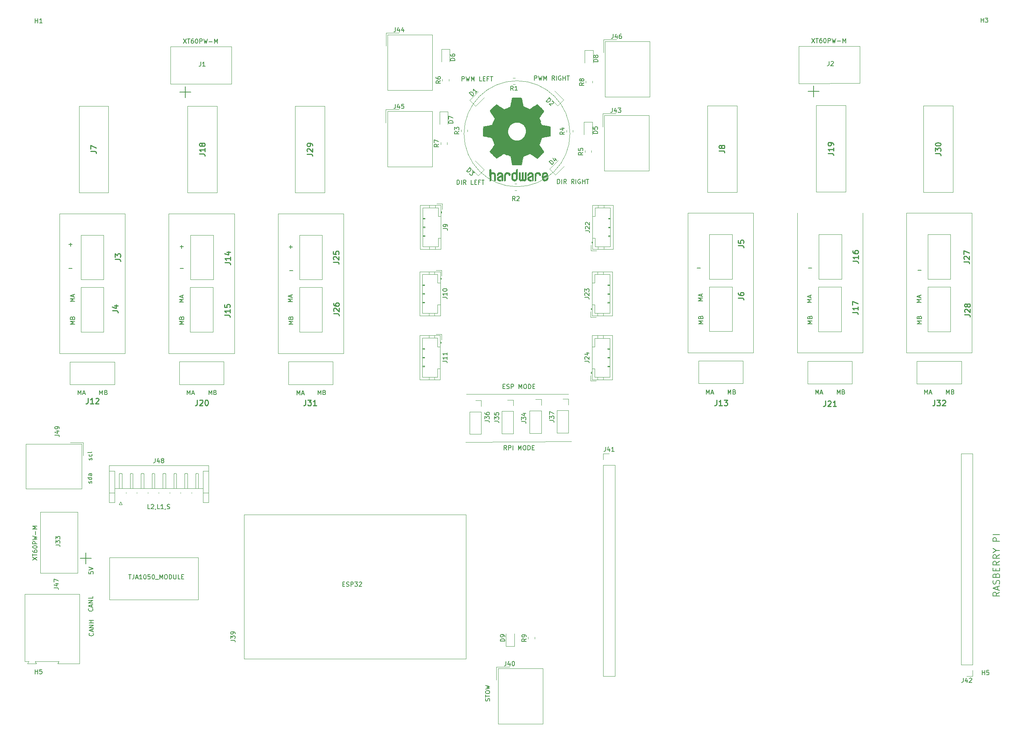
<source format=gbr>
G04 #@! TF.GenerationSoftware,KiCad,Pcbnew,(5.1.10)-1*
G04 #@! TF.CreationDate,2022-12-17T23:06:12+05:30*
G04 #@! TF.ProjectId,2023 control pcb,32303233-2063-46f6-9e74-726f6c207063,rev?*
G04 #@! TF.SameCoordinates,Original*
G04 #@! TF.FileFunction,Legend,Top*
G04 #@! TF.FilePolarity,Positive*
%FSLAX46Y46*%
G04 Gerber Fmt 4.6, Leading zero omitted, Abs format (unit mm)*
G04 Created by KiCad (PCBNEW (5.1.10)-1) date 2022-12-17 23:06:12*
%MOMM*%
%LPD*%
G01*
G04 APERTURE LIST*
%ADD10C,0.150000*%
%ADD11C,0.120000*%
%ADD12C,0.010000*%
%ADD13C,0.100000*%
%ADD14C,0.127000*%
%ADD15C,0.254000*%
G04 APERTURE END LIST*
D10*
X105374761Y-165554761D02*
X105422380Y-165459523D01*
X105422380Y-165269047D01*
X105374761Y-165173809D01*
X105279523Y-165126190D01*
X105231904Y-165126190D01*
X105136666Y-165173809D01*
X105089047Y-165269047D01*
X105089047Y-165411904D01*
X105041428Y-165507142D01*
X104946190Y-165554761D01*
X104898571Y-165554761D01*
X104803333Y-165507142D01*
X104755714Y-165411904D01*
X104755714Y-165269047D01*
X104803333Y-165173809D01*
X105374761Y-164269047D02*
X105422380Y-164364285D01*
X105422380Y-164554761D01*
X105374761Y-164650000D01*
X105327142Y-164697619D01*
X105231904Y-164745238D01*
X104946190Y-164745238D01*
X104850952Y-164697619D01*
X104803333Y-164650000D01*
X104755714Y-164554761D01*
X104755714Y-164364285D01*
X104803333Y-164269047D01*
X105422380Y-163697619D02*
X105374761Y-163792857D01*
X105279523Y-163840476D01*
X104422380Y-163840476D01*
X105354761Y-170869047D02*
X105402380Y-170773809D01*
X105402380Y-170583333D01*
X105354761Y-170488095D01*
X105259523Y-170440476D01*
X105211904Y-170440476D01*
X105116666Y-170488095D01*
X105069047Y-170583333D01*
X105069047Y-170726190D01*
X105021428Y-170821428D01*
X104926190Y-170869047D01*
X104878571Y-170869047D01*
X104783333Y-170821428D01*
X104735714Y-170726190D01*
X104735714Y-170583333D01*
X104783333Y-170488095D01*
X105402380Y-169583333D02*
X104402380Y-169583333D01*
X105354761Y-169583333D02*
X105402380Y-169678571D01*
X105402380Y-169869047D01*
X105354761Y-169964285D01*
X105307142Y-170011904D01*
X105211904Y-170059523D01*
X104926190Y-170059523D01*
X104830952Y-170011904D01*
X104783333Y-169964285D01*
X104735714Y-169869047D01*
X104735714Y-169678571D01*
X104783333Y-169583333D01*
X105402380Y-168678571D02*
X104878571Y-168678571D01*
X104783333Y-168726190D01*
X104735714Y-168821428D01*
X104735714Y-169011904D01*
X104783333Y-169107142D01*
X105354761Y-168678571D02*
X105402380Y-168773809D01*
X105402380Y-169011904D01*
X105354761Y-169107142D01*
X105259523Y-169154761D01*
X105164285Y-169154761D01*
X105069047Y-169107142D01*
X105021428Y-169011904D01*
X105021428Y-168773809D01*
X104973809Y-168678571D01*
X104722380Y-191140476D02*
X104722380Y-191616666D01*
X105198571Y-191664285D01*
X105150952Y-191616666D01*
X105103333Y-191521428D01*
X105103333Y-191283333D01*
X105150952Y-191188095D01*
X105198571Y-191140476D01*
X105293809Y-191092857D01*
X105531904Y-191092857D01*
X105627142Y-191140476D01*
X105674761Y-191188095D01*
X105722380Y-191283333D01*
X105722380Y-191521428D01*
X105674761Y-191616666D01*
X105627142Y-191664285D01*
X104722380Y-190807142D02*
X105722380Y-190473809D01*
X104722380Y-190140476D01*
X118700000Y-176752380D02*
X118223809Y-176752380D01*
X118223809Y-175752380D01*
X118985714Y-175847619D02*
X119033333Y-175800000D01*
X119128571Y-175752380D01*
X119366666Y-175752380D01*
X119461904Y-175800000D01*
X119509523Y-175847619D01*
X119557142Y-175942857D01*
X119557142Y-176038095D01*
X119509523Y-176180952D01*
X118938095Y-176752380D01*
X119557142Y-176752380D01*
X120033333Y-176704761D02*
X120033333Y-176752380D01*
X119985714Y-176847619D01*
X119938095Y-176895238D01*
X120938095Y-176752380D02*
X120461904Y-176752380D01*
X120461904Y-175752380D01*
X121795238Y-176752380D02*
X121223809Y-176752380D01*
X121509523Y-176752380D02*
X121509523Y-175752380D01*
X121414285Y-175895238D01*
X121319047Y-175990476D01*
X121223809Y-176038095D01*
X122271428Y-176704761D02*
X122271428Y-176752380D01*
X122223809Y-176847619D01*
X122176190Y-176895238D01*
X122652380Y-176704761D02*
X122795238Y-176752380D01*
X123033333Y-176752380D01*
X123128571Y-176704761D01*
X123176190Y-176657142D01*
X123223809Y-176561904D01*
X123223809Y-176466666D01*
X123176190Y-176371428D01*
X123128571Y-176323809D01*
X123033333Y-176276190D01*
X122842857Y-176228571D01*
X122747619Y-176180952D01*
X122700000Y-176133333D01*
X122652380Y-176038095D01*
X122652380Y-175942857D01*
X122700000Y-175847619D01*
X122747619Y-175800000D01*
X122842857Y-175752380D01*
X123080952Y-175752380D01*
X123223809Y-175800000D01*
X105547142Y-199577619D02*
X105594761Y-199625238D01*
X105642380Y-199768095D01*
X105642380Y-199863333D01*
X105594761Y-200006190D01*
X105499523Y-200101428D01*
X105404285Y-200149047D01*
X105213809Y-200196666D01*
X105070952Y-200196666D01*
X104880476Y-200149047D01*
X104785238Y-200101428D01*
X104690000Y-200006190D01*
X104642380Y-199863333D01*
X104642380Y-199768095D01*
X104690000Y-199625238D01*
X104737619Y-199577619D01*
X105356666Y-199196666D02*
X105356666Y-198720476D01*
X105642380Y-199291904D02*
X104642380Y-198958571D01*
X105642380Y-198625238D01*
X105642380Y-198291904D02*
X104642380Y-198291904D01*
X105642380Y-197720476D01*
X104642380Y-197720476D01*
X105642380Y-196768095D02*
X105642380Y-197244285D01*
X104642380Y-197244285D01*
X105667142Y-205236666D02*
X105714761Y-205284285D01*
X105762380Y-205427142D01*
X105762380Y-205522380D01*
X105714761Y-205665238D01*
X105619523Y-205760476D01*
X105524285Y-205808095D01*
X105333809Y-205855714D01*
X105190952Y-205855714D01*
X105000476Y-205808095D01*
X104905238Y-205760476D01*
X104810000Y-205665238D01*
X104762380Y-205522380D01*
X104762380Y-205427142D01*
X104810000Y-205284285D01*
X104857619Y-205236666D01*
X105476666Y-204855714D02*
X105476666Y-204379523D01*
X105762380Y-204950952D02*
X104762380Y-204617619D01*
X105762380Y-204284285D01*
X105762380Y-203950952D02*
X104762380Y-203950952D01*
X105762380Y-203379523D01*
X104762380Y-203379523D01*
X105762380Y-202903333D02*
X104762380Y-202903333D01*
X105238571Y-202903333D02*
X105238571Y-202331904D01*
X105762380Y-202331904D02*
X104762380Y-202331904D01*
X196454761Y-220761904D02*
X196502380Y-220619047D01*
X196502380Y-220380952D01*
X196454761Y-220285714D01*
X196407142Y-220238095D01*
X196311904Y-220190476D01*
X196216666Y-220190476D01*
X196121428Y-220238095D01*
X196073809Y-220285714D01*
X196026190Y-220380952D01*
X195978571Y-220571428D01*
X195930952Y-220666666D01*
X195883333Y-220714285D01*
X195788095Y-220761904D01*
X195692857Y-220761904D01*
X195597619Y-220714285D01*
X195550000Y-220666666D01*
X195502380Y-220571428D01*
X195502380Y-220333333D01*
X195550000Y-220190476D01*
X195502380Y-219904761D02*
X195502380Y-219333333D01*
X196502380Y-219619047D02*
X195502380Y-219619047D01*
X195502380Y-218809523D02*
X195502380Y-218619047D01*
X195550000Y-218523809D01*
X195645238Y-218428571D01*
X195835714Y-218380952D01*
X196169047Y-218380952D01*
X196359523Y-218428571D01*
X196454761Y-218523809D01*
X196502380Y-218619047D01*
X196502380Y-218809523D01*
X196454761Y-218904761D01*
X196359523Y-219000000D01*
X196169047Y-219047619D01*
X195835714Y-219047619D01*
X195645238Y-219000000D01*
X195550000Y-218904761D01*
X195502380Y-218809523D01*
X195502380Y-218047619D02*
X196502380Y-217809523D01*
X195788095Y-217619047D01*
X196502380Y-217428571D01*
X195502380Y-217190476D01*
X162832142Y-193978571D02*
X163165476Y-193978571D01*
X163308333Y-194502380D02*
X162832142Y-194502380D01*
X162832142Y-193502380D01*
X163308333Y-193502380D01*
X163689285Y-194454761D02*
X163832142Y-194502380D01*
X164070238Y-194502380D01*
X164165476Y-194454761D01*
X164213095Y-194407142D01*
X164260714Y-194311904D01*
X164260714Y-194216666D01*
X164213095Y-194121428D01*
X164165476Y-194073809D01*
X164070238Y-194026190D01*
X163879761Y-193978571D01*
X163784523Y-193930952D01*
X163736904Y-193883333D01*
X163689285Y-193788095D01*
X163689285Y-193692857D01*
X163736904Y-193597619D01*
X163784523Y-193550000D01*
X163879761Y-193502380D01*
X164117857Y-193502380D01*
X164260714Y-193550000D01*
X164689285Y-194502380D02*
X164689285Y-193502380D01*
X165070238Y-193502380D01*
X165165476Y-193550000D01*
X165213095Y-193597619D01*
X165260714Y-193692857D01*
X165260714Y-193835714D01*
X165213095Y-193930952D01*
X165165476Y-193978571D01*
X165070238Y-194026190D01*
X164689285Y-194026190D01*
X165594047Y-193502380D02*
X166213095Y-193502380D01*
X165879761Y-193883333D01*
X166022619Y-193883333D01*
X166117857Y-193930952D01*
X166165476Y-193978571D01*
X166213095Y-194073809D01*
X166213095Y-194311904D01*
X166165476Y-194407142D01*
X166117857Y-194454761D01*
X166022619Y-194502380D01*
X165736904Y-194502380D01*
X165641666Y-194454761D01*
X165594047Y-194407142D01*
X166594047Y-193597619D02*
X166641666Y-193550000D01*
X166736904Y-193502380D01*
X166975000Y-193502380D01*
X167070238Y-193550000D01*
X167117857Y-193597619D01*
X167165476Y-193692857D01*
X167165476Y-193788095D01*
X167117857Y-193930952D01*
X166546428Y-194502380D01*
X167165476Y-194502380D01*
X211995190Y-102270820D02*
X211995190Y-101270820D01*
X212233285Y-101270820D01*
X212376142Y-101318440D01*
X212471380Y-101413678D01*
X212519000Y-101508916D01*
X212566619Y-101699392D01*
X212566619Y-101842249D01*
X212519000Y-102032725D01*
X212471380Y-102127963D01*
X212376142Y-102223201D01*
X212233285Y-102270820D01*
X211995190Y-102270820D01*
X212995190Y-102270820D02*
X212995190Y-101270820D01*
X214042809Y-102270820D02*
X213709476Y-101794630D01*
X213471380Y-102270820D02*
X213471380Y-101270820D01*
X213852333Y-101270820D01*
X213947571Y-101318440D01*
X213995190Y-101366059D01*
X214042809Y-101461297D01*
X214042809Y-101604154D01*
X213995190Y-101699392D01*
X213947571Y-101747011D01*
X213852333Y-101794630D01*
X213471380Y-101794630D01*
X215804714Y-102270820D02*
X215471380Y-101794630D01*
X215233285Y-102270820D02*
X215233285Y-101270820D01*
X215614238Y-101270820D01*
X215709476Y-101318440D01*
X215757095Y-101366059D01*
X215804714Y-101461297D01*
X215804714Y-101604154D01*
X215757095Y-101699392D01*
X215709476Y-101747011D01*
X215614238Y-101794630D01*
X215233285Y-101794630D01*
X216233285Y-102270820D02*
X216233285Y-101270820D01*
X217233285Y-101318440D02*
X217138047Y-101270820D01*
X216995190Y-101270820D01*
X216852333Y-101318440D01*
X216757095Y-101413678D01*
X216709476Y-101508916D01*
X216661857Y-101699392D01*
X216661857Y-101842249D01*
X216709476Y-102032725D01*
X216757095Y-102127963D01*
X216852333Y-102223201D01*
X216995190Y-102270820D01*
X217090428Y-102270820D01*
X217233285Y-102223201D01*
X217280904Y-102175582D01*
X217280904Y-101842249D01*
X217090428Y-101842249D01*
X217709476Y-102270820D02*
X217709476Y-101270820D01*
X217709476Y-101747011D02*
X218280904Y-101747011D01*
X218280904Y-102270820D02*
X218280904Y-101270820D01*
X218614238Y-101270820D02*
X219185666Y-101270820D01*
X218899952Y-102270820D02*
X218899952Y-101270820D01*
X189001780Y-102438460D02*
X189001780Y-101438460D01*
X189239876Y-101438460D01*
X189382733Y-101486080D01*
X189477971Y-101581318D01*
X189525590Y-101676556D01*
X189573209Y-101867032D01*
X189573209Y-102009889D01*
X189525590Y-102200365D01*
X189477971Y-102295603D01*
X189382733Y-102390841D01*
X189239876Y-102438460D01*
X189001780Y-102438460D01*
X190001780Y-102438460D02*
X190001780Y-101438460D01*
X191049400Y-102438460D02*
X190716066Y-101962270D01*
X190477971Y-102438460D02*
X190477971Y-101438460D01*
X190858923Y-101438460D01*
X190954161Y-101486080D01*
X191001780Y-101533699D01*
X191049400Y-101628937D01*
X191049400Y-101771794D01*
X191001780Y-101867032D01*
X190954161Y-101914651D01*
X190858923Y-101962270D01*
X190477971Y-101962270D01*
X192716066Y-102438460D02*
X192239876Y-102438460D01*
X192239876Y-101438460D01*
X193049400Y-101914651D02*
X193382733Y-101914651D01*
X193525590Y-102438460D02*
X193049400Y-102438460D01*
X193049400Y-101438460D01*
X193525590Y-101438460D01*
X194287495Y-101914651D02*
X193954161Y-101914651D01*
X193954161Y-102438460D02*
X193954161Y-101438460D01*
X194430352Y-101438460D01*
X194668447Y-101438460D02*
X195239876Y-101438460D01*
X194954161Y-102438460D02*
X194954161Y-101438460D01*
X206723788Y-78598020D02*
X206723788Y-77598020D01*
X207104740Y-77598020D01*
X207199979Y-77645640D01*
X207247598Y-77693259D01*
X207295217Y-77788497D01*
X207295217Y-77931354D01*
X207247598Y-78026592D01*
X207199979Y-78074211D01*
X207104740Y-78121830D01*
X206723788Y-78121830D01*
X207628550Y-77598020D02*
X207866645Y-78598020D01*
X208057121Y-77883735D01*
X208247598Y-78598020D01*
X208485693Y-77598020D01*
X208866645Y-78598020D02*
X208866645Y-77598020D01*
X209199979Y-78312306D01*
X209533312Y-77598020D01*
X209533312Y-78598020D01*
X211342836Y-78598020D02*
X211009502Y-78121830D01*
X210771407Y-78598020D02*
X210771407Y-77598020D01*
X211152360Y-77598020D01*
X211247598Y-77645640D01*
X211295217Y-77693259D01*
X211342836Y-77788497D01*
X211342836Y-77931354D01*
X211295217Y-78026592D01*
X211247598Y-78074211D01*
X211152360Y-78121830D01*
X210771407Y-78121830D01*
X211771407Y-78598020D02*
X211771407Y-77598020D01*
X212771407Y-77645640D02*
X212676169Y-77598020D01*
X212533312Y-77598020D01*
X212390455Y-77645640D01*
X212295217Y-77740878D01*
X212247598Y-77836116D01*
X212199979Y-78026592D01*
X212199979Y-78169449D01*
X212247598Y-78359925D01*
X212295217Y-78455163D01*
X212390455Y-78550401D01*
X212533312Y-78598020D01*
X212628550Y-78598020D01*
X212771407Y-78550401D01*
X212819026Y-78502782D01*
X212819026Y-78169449D01*
X212628550Y-78169449D01*
X213247598Y-78598020D02*
X213247598Y-77598020D01*
X213247598Y-78074211D02*
X213819026Y-78074211D01*
X213819026Y-78598020D02*
X213819026Y-77598020D01*
X214152360Y-77598020D02*
X214723788Y-77598020D01*
X214438074Y-78598020D02*
X214438074Y-77598020D01*
X190151499Y-78775820D02*
X190151499Y-77775820D01*
X190532451Y-77775820D01*
X190627689Y-77823440D01*
X190675308Y-77871059D01*
X190722927Y-77966297D01*
X190722927Y-78109154D01*
X190675308Y-78204392D01*
X190627689Y-78252011D01*
X190532451Y-78299630D01*
X190151499Y-78299630D01*
X191056260Y-77775820D02*
X191294356Y-78775820D01*
X191484832Y-78061535D01*
X191675308Y-78775820D01*
X191913403Y-77775820D01*
X192294356Y-78775820D02*
X192294356Y-77775820D01*
X192627689Y-78490106D01*
X192961022Y-77775820D01*
X192961022Y-78775820D01*
X194675308Y-78775820D02*
X194199118Y-78775820D01*
X194199118Y-77775820D01*
X195008641Y-78252011D02*
X195341975Y-78252011D01*
X195484832Y-78775820D02*
X195008641Y-78775820D01*
X195008641Y-77775820D01*
X195484832Y-77775820D01*
X196246737Y-78252011D02*
X195913403Y-78252011D01*
X195913403Y-78775820D02*
X195913403Y-77775820D01*
X196389594Y-77775820D01*
X196627689Y-77775820D02*
X197199118Y-77775820D01*
X196913403Y-78775820D02*
X196913403Y-77775820D01*
D11*
X214868000Y-90853000D02*
G75*
G03*
X214868000Y-90853000I-12130115J0D01*
G01*
X190988000Y-161453000D02*
X215188000Y-161323000D01*
X191108000Y-150523000D02*
X214478000Y-150443000D01*
D10*
X200370857Y-163265380D02*
X200037523Y-162789190D01*
X199799428Y-163265380D02*
X199799428Y-162265380D01*
X200180380Y-162265380D01*
X200275619Y-162313000D01*
X200323238Y-162360619D01*
X200370857Y-162455857D01*
X200370857Y-162598714D01*
X200323238Y-162693952D01*
X200275619Y-162741571D01*
X200180380Y-162789190D01*
X199799428Y-162789190D01*
X200799428Y-163265380D02*
X200799428Y-162265380D01*
X201180380Y-162265380D01*
X201275619Y-162313000D01*
X201323238Y-162360619D01*
X201370857Y-162455857D01*
X201370857Y-162598714D01*
X201323238Y-162693952D01*
X201275619Y-162741571D01*
X201180380Y-162789190D01*
X200799428Y-162789190D01*
X201799428Y-163265380D02*
X201799428Y-162265380D01*
X203037523Y-163265380D02*
X203037523Y-162265380D01*
X203370857Y-162979666D01*
X203704190Y-162265380D01*
X203704190Y-163265380D01*
X204370857Y-162265380D02*
X204561333Y-162265380D01*
X204656571Y-162313000D01*
X204751809Y-162408238D01*
X204799428Y-162598714D01*
X204799428Y-162932047D01*
X204751809Y-163122523D01*
X204656571Y-163217761D01*
X204561333Y-163265380D01*
X204370857Y-163265380D01*
X204275619Y-163217761D01*
X204180380Y-163122523D01*
X204132761Y-162932047D01*
X204132761Y-162598714D01*
X204180380Y-162408238D01*
X204275619Y-162313000D01*
X204370857Y-162265380D01*
X205228000Y-163265380D02*
X205228000Y-162265380D01*
X205466095Y-162265380D01*
X205608952Y-162313000D01*
X205704190Y-162408238D01*
X205751809Y-162503476D01*
X205799428Y-162693952D01*
X205799428Y-162836809D01*
X205751809Y-163027285D01*
X205704190Y-163122523D01*
X205608952Y-163217761D01*
X205466095Y-163265380D01*
X205228000Y-163265380D01*
X206228000Y-162741571D02*
X206561333Y-162741571D01*
X206704190Y-163265380D02*
X206228000Y-163265380D01*
X206228000Y-162265380D01*
X206704190Y-162265380D01*
X199548952Y-148711571D02*
X199882285Y-148711571D01*
X200025142Y-149235380D02*
X199548952Y-149235380D01*
X199548952Y-148235380D01*
X200025142Y-148235380D01*
X200406095Y-149187761D02*
X200548952Y-149235380D01*
X200787047Y-149235380D01*
X200882285Y-149187761D01*
X200929904Y-149140142D01*
X200977523Y-149044904D01*
X200977523Y-148949666D01*
X200929904Y-148854428D01*
X200882285Y-148806809D01*
X200787047Y-148759190D01*
X200596571Y-148711571D01*
X200501333Y-148663952D01*
X200453714Y-148616333D01*
X200406095Y-148521095D01*
X200406095Y-148425857D01*
X200453714Y-148330619D01*
X200501333Y-148283000D01*
X200596571Y-148235380D01*
X200834666Y-148235380D01*
X200977523Y-148283000D01*
X201406095Y-149235380D02*
X201406095Y-148235380D01*
X201787047Y-148235380D01*
X201882285Y-148283000D01*
X201929904Y-148330619D01*
X201977523Y-148425857D01*
X201977523Y-148568714D01*
X201929904Y-148663952D01*
X201882285Y-148711571D01*
X201787047Y-148759190D01*
X201406095Y-148759190D01*
X203168000Y-149235380D02*
X203168000Y-148235380D01*
X203501333Y-148949666D01*
X203834666Y-148235380D01*
X203834666Y-149235380D01*
X204501333Y-148235380D02*
X204691809Y-148235380D01*
X204787047Y-148283000D01*
X204882285Y-148378238D01*
X204929904Y-148568714D01*
X204929904Y-148902047D01*
X204882285Y-149092523D01*
X204787047Y-149187761D01*
X204691809Y-149235380D01*
X204501333Y-149235380D01*
X204406095Y-149187761D01*
X204310857Y-149092523D01*
X204263238Y-148902047D01*
X204263238Y-148568714D01*
X204310857Y-148378238D01*
X204406095Y-148283000D01*
X204501333Y-148235380D01*
X205358476Y-149235380D02*
X205358476Y-148235380D01*
X205596571Y-148235380D01*
X205739428Y-148283000D01*
X205834666Y-148378238D01*
X205882285Y-148473476D01*
X205929904Y-148663952D01*
X205929904Y-148806809D01*
X205882285Y-148997285D01*
X205834666Y-149092523D01*
X205739428Y-149187761D01*
X205596571Y-149235380D01*
X205358476Y-149235380D01*
X206358476Y-148711571D02*
X206691809Y-148711571D01*
X206834666Y-149235380D02*
X206358476Y-149235380D01*
X206358476Y-148235380D01*
X206834666Y-148235380D01*
X313206571Y-195825857D02*
X312492285Y-196325857D01*
X313206571Y-196683000D02*
X311706571Y-196683000D01*
X311706571Y-196111571D01*
X311778000Y-195968714D01*
X311849428Y-195897285D01*
X311992285Y-195825857D01*
X312206571Y-195825857D01*
X312349428Y-195897285D01*
X312420857Y-195968714D01*
X312492285Y-196111571D01*
X312492285Y-196683000D01*
X312778000Y-195254428D02*
X312778000Y-194540142D01*
X313206571Y-195397285D02*
X311706571Y-194897285D01*
X313206571Y-194397285D01*
X313135142Y-193968714D02*
X313206571Y-193754428D01*
X313206571Y-193397285D01*
X313135142Y-193254428D01*
X313063714Y-193183000D01*
X312920857Y-193111571D01*
X312778000Y-193111571D01*
X312635142Y-193183000D01*
X312563714Y-193254428D01*
X312492285Y-193397285D01*
X312420857Y-193683000D01*
X312349428Y-193825857D01*
X312278000Y-193897285D01*
X312135142Y-193968714D01*
X311992285Y-193968714D01*
X311849428Y-193897285D01*
X311778000Y-193825857D01*
X311706571Y-193683000D01*
X311706571Y-193325857D01*
X311778000Y-193111571D01*
X312420857Y-191968714D02*
X312492285Y-191754428D01*
X312563714Y-191683000D01*
X312706571Y-191611571D01*
X312920857Y-191611571D01*
X313063714Y-191683000D01*
X313135142Y-191754428D01*
X313206571Y-191897285D01*
X313206571Y-192468714D01*
X311706571Y-192468714D01*
X311706571Y-191968714D01*
X311778000Y-191825857D01*
X311849428Y-191754428D01*
X311992285Y-191683000D01*
X312135142Y-191683000D01*
X312278000Y-191754428D01*
X312349428Y-191825857D01*
X312420857Y-191968714D01*
X312420857Y-192468714D01*
X312420857Y-190968714D02*
X312420857Y-190468714D01*
X313206571Y-190254428D02*
X313206571Y-190968714D01*
X311706571Y-190968714D01*
X311706571Y-190254428D01*
X313206571Y-188754428D02*
X312492285Y-189254428D01*
X313206571Y-189611571D02*
X311706571Y-189611571D01*
X311706571Y-189040142D01*
X311778000Y-188897285D01*
X311849428Y-188825857D01*
X311992285Y-188754428D01*
X312206571Y-188754428D01*
X312349428Y-188825857D01*
X312420857Y-188897285D01*
X312492285Y-189040142D01*
X312492285Y-189611571D01*
X313206571Y-187254428D02*
X312492285Y-187754428D01*
X313206571Y-188111571D02*
X311706571Y-188111571D01*
X311706571Y-187540142D01*
X311778000Y-187397285D01*
X311849428Y-187325857D01*
X311992285Y-187254428D01*
X312206571Y-187254428D01*
X312349428Y-187325857D01*
X312420857Y-187397285D01*
X312492285Y-187540142D01*
X312492285Y-188111571D01*
X312492285Y-186325857D02*
X313206571Y-186325857D01*
X311706571Y-186825857D02*
X312492285Y-186325857D01*
X311706571Y-185825857D01*
X313206571Y-184183000D02*
X311706571Y-184183000D01*
X311706571Y-183611571D01*
X311778000Y-183468714D01*
X311849428Y-183397285D01*
X311992285Y-183325857D01*
X312206571Y-183325857D01*
X312349428Y-183397285D01*
X312420857Y-183468714D01*
X312492285Y-183611571D01*
X312492285Y-184183000D01*
X313206571Y-182683000D02*
X311706571Y-182683000D01*
X296056095Y-150445380D02*
X296056095Y-149445380D01*
X296389428Y-150159666D01*
X296722761Y-149445380D01*
X296722761Y-150445380D01*
X297151333Y-150159666D02*
X297627523Y-150159666D01*
X297056095Y-150445380D02*
X297389428Y-149445380D01*
X297722761Y-150445380D01*
X295250380Y-129464904D02*
X294250380Y-129464904D01*
X294964666Y-129131571D01*
X294250380Y-128798238D01*
X295250380Y-128798238D01*
X294964666Y-128369666D02*
X294964666Y-127893476D01*
X295250380Y-128464904D02*
X294250380Y-128131571D01*
X295250380Y-127798238D01*
X270170380Y-129454904D02*
X269170380Y-129454904D01*
X269884666Y-129121571D01*
X269170380Y-128788238D01*
X270170380Y-128788238D01*
X269884666Y-128359666D02*
X269884666Y-127883476D01*
X270170380Y-128454904D02*
X269170380Y-128121571D01*
X270170380Y-127788238D01*
X245240380Y-129164904D02*
X244240380Y-129164904D01*
X244954666Y-128831571D01*
X244240380Y-128498238D01*
X245240380Y-128498238D01*
X244954666Y-128069666D02*
X244954666Y-127593476D01*
X245240380Y-128164904D02*
X244240380Y-127831571D01*
X245240380Y-127498238D01*
X152356095Y-150655380D02*
X152356095Y-149655380D01*
X152689428Y-150369666D01*
X153022761Y-149655380D01*
X153022761Y-150655380D01*
X153451333Y-150369666D02*
X153927523Y-150369666D01*
X153356095Y-150655380D02*
X153689428Y-149655380D01*
X154022761Y-150655380D01*
X151330380Y-129354904D02*
X150330380Y-129354904D01*
X151044666Y-129021571D01*
X150330380Y-128688238D01*
X151330380Y-128688238D01*
X151044666Y-128259666D02*
X151044666Y-127783476D01*
X151330380Y-128354904D02*
X150330380Y-128021571D01*
X151330380Y-127688238D01*
X126410380Y-129434904D02*
X125410380Y-129434904D01*
X126124666Y-129101571D01*
X125410380Y-128768238D01*
X126410380Y-128768238D01*
X126124666Y-128339666D02*
X126124666Y-127863476D01*
X126410380Y-128434904D02*
X125410380Y-128101571D01*
X126410380Y-127768238D01*
X101450380Y-129264904D02*
X100450380Y-129264904D01*
X101164666Y-128931571D01*
X100450380Y-128598238D01*
X101450380Y-128598238D01*
X101164666Y-128169666D02*
X101164666Y-127693476D01*
X101450380Y-128264904D02*
X100450380Y-127931571D01*
X101450380Y-127598238D01*
X150577047Y-116744428D02*
X151338952Y-116744428D01*
X150958000Y-117125380D02*
X150958000Y-116363476D01*
X125567047Y-116714428D02*
X126328952Y-116714428D01*
X125948000Y-117095380D02*
X125948000Y-116333476D01*
X150637047Y-122224428D02*
X151398952Y-122224428D01*
X125637047Y-121724428D02*
X126398952Y-121724428D01*
D11*
X98018000Y-109153000D02*
X98018000Y-141153000D01*
X148018000Y-141153000D02*
X163018000Y-141153000D01*
X163018000Y-141153000D02*
X163018000Y-109153000D01*
X113018000Y-109153000D02*
X98018000Y-109153000D01*
X123018000Y-141153000D02*
X138018000Y-141153000D01*
X138018000Y-109153000D02*
X123018000Y-109153000D01*
X163018000Y-109153000D02*
X148018000Y-109153000D01*
X138018000Y-141153000D02*
X138018000Y-109153000D01*
X98018000Y-141153000D02*
X113018000Y-141153000D01*
X113018000Y-109153000D02*
X113018000Y-141153000D01*
X123018000Y-109153000D02*
X123018000Y-141153000D01*
X148018000Y-109153000D02*
X148018000Y-141153000D01*
D10*
X100137047Y-121724428D02*
X100898952Y-121724428D01*
X100137047Y-116224428D02*
X100898952Y-116224428D01*
X100518000Y-116605380D02*
X100518000Y-115843476D01*
X151470380Y-134486333D02*
X150470380Y-134486333D01*
X151184666Y-134153000D01*
X150470380Y-133819666D01*
X151470380Y-133819666D01*
X150946571Y-133010142D02*
X150994190Y-132867285D01*
X151041809Y-132819666D01*
X151137047Y-132772047D01*
X151279904Y-132772047D01*
X151375142Y-132819666D01*
X151422761Y-132867285D01*
X151470380Y-132962523D01*
X151470380Y-133343476D01*
X150470380Y-133343476D01*
X150470380Y-133010142D01*
X150518000Y-132914904D01*
X150565619Y-132867285D01*
X150660857Y-132819666D01*
X150756095Y-132819666D01*
X150851333Y-132867285D01*
X150898952Y-132914904D01*
X150946571Y-133010142D01*
X150946571Y-133343476D01*
X101470380Y-134486333D02*
X100470380Y-134486333D01*
X101184666Y-134153000D01*
X100470380Y-133819666D01*
X101470380Y-133819666D01*
X100946571Y-133010142D02*
X100994190Y-132867285D01*
X101041809Y-132819666D01*
X101137047Y-132772047D01*
X101279904Y-132772047D01*
X101375142Y-132819666D01*
X101422761Y-132867285D01*
X101470380Y-132962523D01*
X101470380Y-133343476D01*
X100470380Y-133343476D01*
X100470380Y-133010142D01*
X100518000Y-132914904D01*
X100565619Y-132867285D01*
X100660857Y-132819666D01*
X100756095Y-132819666D01*
X100851333Y-132867285D01*
X100898952Y-132914904D01*
X100946571Y-133010142D01*
X100946571Y-133343476D01*
X107184666Y-150605380D02*
X107184666Y-149605380D01*
X107518000Y-150319666D01*
X107851333Y-149605380D01*
X107851333Y-150605380D01*
X108660857Y-150081571D02*
X108803714Y-150129190D01*
X108851333Y-150176809D01*
X108898952Y-150272047D01*
X108898952Y-150414904D01*
X108851333Y-150510142D01*
X108803714Y-150557761D01*
X108708476Y-150605380D01*
X108327523Y-150605380D01*
X108327523Y-149605380D01*
X108660857Y-149605380D01*
X108756095Y-149653000D01*
X108803714Y-149700619D01*
X108851333Y-149795857D01*
X108851333Y-149891095D01*
X108803714Y-149986333D01*
X108756095Y-150033952D01*
X108660857Y-150081571D01*
X108327523Y-150081571D01*
X132184666Y-150605380D02*
X132184666Y-149605380D01*
X132518000Y-150319666D01*
X132851333Y-149605380D01*
X132851333Y-150605380D01*
X133660857Y-150081571D02*
X133803714Y-150129190D01*
X133851333Y-150176809D01*
X133898952Y-150272047D01*
X133898952Y-150414904D01*
X133851333Y-150510142D01*
X133803714Y-150557761D01*
X133708476Y-150605380D01*
X133327523Y-150605380D01*
X133327523Y-149605380D01*
X133660857Y-149605380D01*
X133756095Y-149653000D01*
X133803714Y-149700619D01*
X133851333Y-149795857D01*
X133851333Y-149891095D01*
X133803714Y-149986333D01*
X133756095Y-150033952D01*
X133660857Y-150081571D01*
X133327523Y-150081571D01*
X126470380Y-134486333D02*
X125470380Y-134486333D01*
X126184666Y-134153000D01*
X125470380Y-133819666D01*
X126470380Y-133819666D01*
X125946571Y-133010142D02*
X125994190Y-132867285D01*
X126041809Y-132819666D01*
X126137047Y-132772047D01*
X126279904Y-132772047D01*
X126375142Y-132819666D01*
X126422761Y-132867285D01*
X126470380Y-132962523D01*
X126470380Y-133343476D01*
X125470380Y-133343476D01*
X125470380Y-133010142D01*
X125518000Y-132914904D01*
X125565619Y-132867285D01*
X125660857Y-132819666D01*
X125756095Y-132819666D01*
X125851333Y-132867285D01*
X125898952Y-132914904D01*
X125946571Y-133010142D01*
X125946571Y-133343476D01*
X127256095Y-150605380D02*
X127256095Y-149605380D01*
X127589428Y-150319666D01*
X127922761Y-149605380D01*
X127922761Y-150605380D01*
X128351333Y-150319666D02*
X128827523Y-150319666D01*
X128256095Y-150605380D02*
X128589428Y-149605380D01*
X128922761Y-150605380D01*
X157184666Y-150605380D02*
X157184666Y-149605380D01*
X157518000Y-150319666D01*
X157851333Y-149605380D01*
X157851333Y-150605380D01*
X158660857Y-150081571D02*
X158803714Y-150129190D01*
X158851333Y-150176809D01*
X158898952Y-150272047D01*
X158898952Y-150414904D01*
X158851333Y-150510142D01*
X158803714Y-150557761D01*
X158708476Y-150605380D01*
X158327523Y-150605380D01*
X158327523Y-149605380D01*
X158660857Y-149605380D01*
X158756095Y-149653000D01*
X158803714Y-149700619D01*
X158851333Y-149795857D01*
X158851333Y-149891095D01*
X158803714Y-149986333D01*
X158756095Y-150033952D01*
X158660857Y-150081571D01*
X158327523Y-150081571D01*
X102256095Y-150605380D02*
X102256095Y-149605380D01*
X102589428Y-150319666D01*
X102922761Y-149605380D01*
X102922761Y-150605380D01*
X103351333Y-150319666D02*
X103827523Y-150319666D01*
X103256095Y-150605380D02*
X103589428Y-149605380D01*
X103922761Y-150605380D01*
D11*
X306878000Y-109033000D02*
X291878000Y-109033000D01*
X241878000Y-109033000D02*
X241878000Y-141033000D01*
X291878000Y-141033000D02*
X306878000Y-141033000D01*
X306878000Y-141033000D02*
X306878000Y-109033000D01*
X256878000Y-109033000D02*
X241878000Y-109033000D01*
X266878000Y-141033000D02*
X281878000Y-141033000D01*
X281878000Y-141033000D02*
X281878000Y-109033000D01*
X241878000Y-141033000D02*
X256878000Y-141033000D01*
X256878000Y-109033000D02*
X256878000Y-141033000D01*
X266878000Y-109033000D02*
X266878000Y-141033000D01*
X291878000Y-109033000D02*
X291878000Y-141033000D01*
D10*
X243997047Y-121604428D02*
X244758952Y-121604428D01*
X295330380Y-134366333D02*
X294330380Y-134366333D01*
X295044666Y-134033000D01*
X294330380Y-133699666D01*
X295330380Y-133699666D01*
X294806571Y-132890142D02*
X294854190Y-132747285D01*
X294901809Y-132699666D01*
X294997047Y-132652047D01*
X295139904Y-132652047D01*
X295235142Y-132699666D01*
X295282761Y-132747285D01*
X295330380Y-132842523D01*
X295330380Y-133223476D01*
X294330380Y-133223476D01*
X294330380Y-132890142D01*
X294378000Y-132794904D01*
X294425619Y-132747285D01*
X294520857Y-132699666D01*
X294616095Y-132699666D01*
X294711333Y-132747285D01*
X294758952Y-132794904D01*
X294806571Y-132890142D01*
X294806571Y-133223476D01*
X245330380Y-134366333D02*
X244330380Y-134366333D01*
X245044666Y-134033000D01*
X244330380Y-133699666D01*
X245330380Y-133699666D01*
X244806571Y-132890142D02*
X244854190Y-132747285D01*
X244901809Y-132699666D01*
X244997047Y-132652047D01*
X245139904Y-132652047D01*
X245235142Y-132699666D01*
X245282761Y-132747285D01*
X245330380Y-132842523D01*
X245330380Y-133223476D01*
X244330380Y-133223476D01*
X244330380Y-132890142D01*
X244378000Y-132794904D01*
X244425619Y-132747285D01*
X244520857Y-132699666D01*
X244616095Y-132699666D01*
X244711333Y-132747285D01*
X244758952Y-132794904D01*
X244806571Y-132890142D01*
X244806571Y-133223476D01*
X251044666Y-150485380D02*
X251044666Y-149485380D01*
X251378000Y-150199666D01*
X251711333Y-149485380D01*
X251711333Y-150485380D01*
X252520857Y-149961571D02*
X252663714Y-150009190D01*
X252711333Y-150056809D01*
X252758952Y-150152047D01*
X252758952Y-150294904D01*
X252711333Y-150390142D01*
X252663714Y-150437761D01*
X252568476Y-150485380D01*
X252187523Y-150485380D01*
X252187523Y-149485380D01*
X252520857Y-149485380D01*
X252616095Y-149533000D01*
X252663714Y-149580619D01*
X252711333Y-149675857D01*
X252711333Y-149771095D01*
X252663714Y-149866333D01*
X252616095Y-149913952D01*
X252520857Y-149961571D01*
X252187523Y-149961571D01*
X276044666Y-150485380D02*
X276044666Y-149485380D01*
X276378000Y-150199666D01*
X276711333Y-149485380D01*
X276711333Y-150485380D01*
X277520857Y-149961571D02*
X277663714Y-150009190D01*
X277711333Y-150056809D01*
X277758952Y-150152047D01*
X277758952Y-150294904D01*
X277711333Y-150390142D01*
X277663714Y-150437761D01*
X277568476Y-150485380D01*
X277187523Y-150485380D01*
X277187523Y-149485380D01*
X277520857Y-149485380D01*
X277616095Y-149533000D01*
X277663714Y-149580619D01*
X277711333Y-149675857D01*
X277711333Y-149771095D01*
X277663714Y-149866333D01*
X277616095Y-149913952D01*
X277520857Y-149961571D01*
X277187523Y-149961571D01*
X294497047Y-122104428D02*
X295258952Y-122104428D01*
X270330380Y-134366333D02*
X269330380Y-134366333D01*
X270044666Y-134033000D01*
X269330380Y-133699666D01*
X270330380Y-133699666D01*
X269806571Y-132890142D02*
X269854190Y-132747285D01*
X269901809Y-132699666D01*
X269997047Y-132652047D01*
X270139904Y-132652047D01*
X270235142Y-132699666D01*
X270282761Y-132747285D01*
X270330380Y-132842523D01*
X270330380Y-133223476D01*
X269330380Y-133223476D01*
X269330380Y-132890142D01*
X269378000Y-132794904D01*
X269425619Y-132747285D01*
X269520857Y-132699666D01*
X269616095Y-132699666D01*
X269711333Y-132747285D01*
X269758952Y-132794904D01*
X269806571Y-132890142D01*
X269806571Y-133223476D01*
X269497047Y-121604428D02*
X270258952Y-121604428D01*
X271116095Y-150485380D02*
X271116095Y-149485380D01*
X271449428Y-150199666D01*
X271782761Y-149485380D01*
X271782761Y-150485380D01*
X272211333Y-150199666D02*
X272687523Y-150199666D01*
X272116095Y-150485380D02*
X272449428Y-149485380D01*
X272782761Y-150485380D01*
X301044666Y-150485380D02*
X301044666Y-149485380D01*
X301378000Y-150199666D01*
X301711333Y-149485380D01*
X301711333Y-150485380D01*
X302520857Y-149961571D02*
X302663714Y-150009190D01*
X302711333Y-150056809D01*
X302758952Y-150152047D01*
X302758952Y-150294904D01*
X302711333Y-150390142D01*
X302663714Y-150437761D01*
X302568476Y-150485380D01*
X302187523Y-150485380D01*
X302187523Y-149485380D01*
X302520857Y-149485380D01*
X302616095Y-149533000D01*
X302663714Y-149580619D01*
X302711333Y-149675857D01*
X302711333Y-149771095D01*
X302663714Y-149866333D01*
X302616095Y-149913952D01*
X302520857Y-149961571D01*
X302187523Y-149961571D01*
X246116095Y-150485380D02*
X246116095Y-149485380D01*
X246449428Y-150199666D01*
X246782761Y-149485380D01*
X246782761Y-150485380D01*
X247211333Y-150199666D02*
X247687523Y-150199666D01*
X247116095Y-150485380D02*
X247449428Y-149485380D01*
X247782761Y-150485380D01*
D12*
G04 #@! TO.C,REF\u002A\u002A*
G36*
X195033652Y-89972568D02*
G01*
X195035094Y-89709248D01*
X195038997Y-89518679D01*
X195046592Y-89388580D01*
X195059105Y-89306668D01*
X195077766Y-89260659D01*
X195103803Y-89238272D01*
X195138443Y-89227223D01*
X195142927Y-89226149D01*
X195223844Y-89209366D01*
X195383497Y-89178300D01*
X195604893Y-89136183D01*
X195871040Y-89086246D01*
X196164945Y-89031722D01*
X196175267Y-89029818D01*
X196463291Y-88975202D01*
X196717770Y-88924103D01*
X196923440Y-88879819D01*
X197065040Y-88845646D01*
X197127305Y-88824882D01*
X197128408Y-88823892D01*
X197158814Y-88762726D01*
X197209483Y-88636615D01*
X197269477Y-88472794D01*
X197269797Y-88471882D01*
X197347359Y-88265537D01*
X197446162Y-88022265D01*
X197545503Y-87792956D01*
X197550415Y-87782103D01*
X197719931Y-87408608D01*
X197155150Y-86581560D01*
X196982975Y-86327848D01*
X196829050Y-86098023D01*
X196702129Y-85905400D01*
X196610964Y-85763293D01*
X196564310Y-85685018D01*
X196560850Y-85677585D01*
X196576255Y-85620701D01*
X196650582Y-85514456D01*
X196787336Y-85354706D01*
X196990023Y-85137309D01*
X197205663Y-84915377D01*
X197418158Y-84701434D01*
X197612065Y-84509956D01*
X197775409Y-84352470D01*
X197896216Y-84240503D01*
X197962510Y-84185582D01*
X197965923Y-84183539D01*
X198011416Y-84177467D01*
X198085711Y-84200341D01*
X198198841Y-84257810D01*
X198360840Y-84355526D01*
X198581741Y-84499141D01*
X198866115Y-84690592D01*
X199116414Y-84860502D01*
X199340905Y-85012387D01*
X199526555Y-85137470D01*
X199660330Y-85226976D01*
X199729197Y-85272125D01*
X199733873Y-85274967D01*
X199799856Y-85269455D01*
X199928103Y-85227670D01*
X200094375Y-85157928D01*
X200147474Y-85133071D01*
X200384032Y-85024614D01*
X200652444Y-84908905D01*
X200884690Y-84814910D01*
X201057062Y-84747180D01*
X201188058Y-84693382D01*
X201256522Y-84662294D01*
X201261797Y-84658429D01*
X201270535Y-84601254D01*
X201294478Y-84466477D01*
X201330217Y-84272019D01*
X201374344Y-84035800D01*
X201423450Y-83775741D01*
X201474127Y-83509762D01*
X201522968Y-83255782D01*
X201566564Y-83031724D01*
X201601506Y-82855505D01*
X201624387Y-82745048D01*
X201630856Y-82717955D01*
X201646822Y-82689969D01*
X201682882Y-82668844D01*
X201751207Y-82653628D01*
X201863970Y-82643372D01*
X202033341Y-82637125D01*
X202271493Y-82633937D01*
X202590597Y-82632858D01*
X202721396Y-82632802D01*
X203785166Y-82632802D01*
X203835588Y-82888262D01*
X203862928Y-83030388D01*
X203902837Y-83242475D01*
X203950500Y-83498732D01*
X204001101Y-83773367D01*
X204014999Y-83849277D01*
X204064272Y-84102704D01*
X204112725Y-84323478D01*
X204155870Y-84493068D01*
X204189218Y-84592945D01*
X204199157Y-84609582D01*
X204269546Y-84650436D01*
X204405938Y-84709012D01*
X204581460Y-84773970D01*
X204619268Y-84786854D01*
X204853685Y-84871991D01*
X205118179Y-84977669D01*
X205355696Y-85081085D01*
X205356799Y-85081595D01*
X205729388Y-85253813D01*
X206562548Y-84687401D01*
X207395708Y-84120990D01*
X208124155Y-84848223D01*
X208340957Y-85068177D01*
X208532069Y-85268793D01*
X208687291Y-85438803D01*
X208796419Y-85566940D01*
X208849250Y-85641936D01*
X208852602Y-85652694D01*
X208826204Y-85715858D01*
X208752815Y-85844745D01*
X208641139Y-86025276D01*
X208499879Y-86243371D01*
X208341682Y-86479171D01*
X208180319Y-86718489D01*
X208039907Y-86931866D01*
X207929086Y-87105750D01*
X207856493Y-87226591D01*
X207830763Y-87280662D01*
X207852535Y-87346631D01*
X207909906Y-87471727D01*
X207990955Y-87630145D01*
X207999964Y-87646938D01*
X208106955Y-87860273D01*
X208159427Y-88006561D01*
X208159985Y-88097545D01*
X208111235Y-88144966D01*
X208110552Y-88145242D01*
X208052819Y-88168945D01*
X207915770Y-88225476D01*
X207710012Y-88310451D01*
X207446153Y-88419487D01*
X207134799Y-88548201D01*
X206786559Y-88692210D01*
X206449399Y-88831674D01*
X206077321Y-88984945D01*
X205732642Y-89125674D01*
X205425926Y-89249643D01*
X205167740Y-89352634D01*
X204968649Y-89430429D01*
X204839220Y-89478811D01*
X204790916Y-89493721D01*
X204735505Y-89456331D01*
X204647193Y-89358527D01*
X204549829Y-89228110D01*
X204241908Y-88856702D01*
X203888959Y-88566395D01*
X203498416Y-88360669D01*
X203077712Y-88243002D01*
X202634284Y-88216874D01*
X202429613Y-88235865D01*
X202004978Y-88339342D01*
X201629991Y-88517552D01*
X201308351Y-88759443D01*
X201043756Y-89053962D01*
X200839905Y-89390054D01*
X200700497Y-89756667D01*
X200629229Y-90142748D01*
X200629800Y-90537244D01*
X200705909Y-90929100D01*
X200861254Y-91307265D01*
X201099534Y-91660685D01*
X201234294Y-91808198D01*
X201580334Y-92091109D01*
X201958481Y-92288093D01*
X202357710Y-92400461D01*
X202767000Y-92429524D01*
X203175327Y-92376594D01*
X203571668Y-92242982D01*
X203945000Y-92030000D01*
X204284300Y-91738959D01*
X204549829Y-91413739D01*
X204651326Y-91278273D01*
X204738680Y-91182576D01*
X204790998Y-91148128D01*
X204848053Y-91166165D01*
X204984353Y-91217463D01*
X205189333Y-91297801D01*
X205452427Y-91402961D01*
X205763071Y-91528721D01*
X206110698Y-91670862D01*
X206449481Y-91810560D01*
X206821877Y-91964684D01*
X207166962Y-92107443D01*
X207474132Y-92234454D01*
X207732780Y-92341336D01*
X207932302Y-92423705D01*
X208062090Y-92477178D01*
X208110552Y-92496992D01*
X208159784Y-92543801D01*
X208159640Y-92634342D01*
X208107532Y-92780267D01*
X208000871Y-92993227D01*
X207999964Y-92994911D01*
X207917191Y-93155255D01*
X207856897Y-93284873D01*
X207831001Y-93357962D01*
X207830763Y-93361188D01*
X207857029Y-93416209D01*
X207930071Y-93537682D01*
X208041250Y-93712054D01*
X208181928Y-93925775D01*
X208341682Y-94162678D01*
X208503434Y-94403870D01*
X208644105Y-94621251D01*
X208754990Y-94800741D01*
X208827385Y-94928261D01*
X208852602Y-94989155D01*
X208819458Y-95045228D01*
X208726828Y-95157965D01*
X208584912Y-95316102D01*
X208403910Y-95508374D01*
X208194024Y-95723516D01*
X208123904Y-95793877D01*
X207395207Y-96521359D01*
X206582555Y-95967630D01*
X206332997Y-95799348D01*
X206109021Y-95651654D01*
X205923604Y-95532835D01*
X205789720Y-95451175D01*
X205720345Y-95414961D01*
X205715410Y-95413900D01*
X205650019Y-95432992D01*
X205518480Y-95484343D01*
X205342836Y-95559065D01*
X205225246Y-95611513D01*
X205000116Y-95709579D01*
X204772670Y-95801932D01*
X204580494Y-95873531D01*
X204521950Y-95892981D01*
X204365611Y-95948239D01*
X204244813Y-96002256D01*
X204199157Y-96031926D01*
X204171216Y-96097401D01*
X204131606Y-96240301D01*
X204084817Y-96442086D01*
X204035338Y-96684213D01*
X204014999Y-96792572D01*
X203964436Y-97067736D01*
X203915477Y-97331671D01*
X203872936Y-97558584D01*
X203841630Y-97722686D01*
X203835588Y-97753587D01*
X203785166Y-98009047D01*
X202721396Y-98009047D01*
X202371605Y-98008473D01*
X202106955Y-98006118D01*
X201915277Y-98001032D01*
X201784399Y-97992264D01*
X201702148Y-97978863D01*
X201656353Y-97959879D01*
X201634843Y-97934363D01*
X201630856Y-97923894D01*
X201616711Y-97860751D01*
X201588489Y-97721250D01*
X201549598Y-97523314D01*
X201503447Y-97284860D01*
X201453443Y-97023811D01*
X201402996Y-96758086D01*
X201355513Y-96505606D01*
X201314403Y-96284290D01*
X201283074Y-96112059D01*
X201264933Y-96006833D01*
X201261797Y-95983420D01*
X201219828Y-95962209D01*
X201108025Y-95915257D01*
X200947543Y-95851344D01*
X200884690Y-95826939D01*
X200641858Y-95728505D01*
X200373573Y-95612591D01*
X200147474Y-95508778D01*
X199974590Y-95432390D01*
X199832532Y-95381569D01*
X199745533Y-95364604D01*
X199733873Y-95367309D01*
X199678825Y-95403164D01*
X199556394Y-95485033D01*
X199379617Y-95604130D01*
X199161532Y-95751667D01*
X198915175Y-95918856D01*
X198866546Y-95951915D01*
X198578428Y-96145905D01*
X198359032Y-96288504D01*
X198198257Y-96385398D01*
X198086001Y-96442271D01*
X198012165Y-96464809D01*
X197966645Y-96458697D01*
X197966355Y-96458541D01*
X197906565Y-96410436D01*
X197790974Y-96304036D01*
X197631564Y-96150873D01*
X197440320Y-95962480D01*
X197229223Y-95750390D01*
X197205663Y-95726472D01*
X196946827Y-95459187D01*
X196756772Y-95252917D01*
X196631992Y-95103517D01*
X196568982Y-95006845D01*
X196560850Y-94964264D01*
X196596327Y-94902121D01*
X196678278Y-94773162D01*
X196797947Y-94590703D01*
X196946581Y-94368058D01*
X197115427Y-94118541D01*
X197155150Y-94060289D01*
X197719931Y-93233241D01*
X197550415Y-92859746D01*
X197451626Y-92632609D01*
X197352272Y-92388797D01*
X197273056Y-92179200D01*
X197269797Y-92169967D01*
X197209784Y-92006020D01*
X197159037Y-91879640D01*
X197128496Y-91818062D01*
X197128408Y-91817957D01*
X197073203Y-91798418D01*
X196937434Y-91765204D01*
X196736364Y-91721612D01*
X196485254Y-91670941D01*
X196199368Y-91616486D01*
X196175267Y-91612031D01*
X195880714Y-91557407D01*
X195613339Y-91507261D01*
X195390135Y-91464823D01*
X195228094Y-91433327D01*
X195144208Y-91416002D01*
X195142927Y-91415700D01*
X195107243Y-91405157D01*
X195080301Y-91384656D01*
X195060873Y-91341914D01*
X195047730Y-91264649D01*
X195039644Y-91140577D01*
X195035387Y-90957416D01*
X195033730Y-90702883D01*
X195033445Y-90364694D01*
X195033445Y-90320925D01*
X195033652Y-89972568D01*
G37*
X195033652Y-89972568D02*
X195035094Y-89709248D01*
X195038997Y-89518679D01*
X195046592Y-89388580D01*
X195059105Y-89306668D01*
X195077766Y-89260659D01*
X195103803Y-89238272D01*
X195138443Y-89227223D01*
X195142927Y-89226149D01*
X195223844Y-89209366D01*
X195383497Y-89178300D01*
X195604893Y-89136183D01*
X195871040Y-89086246D01*
X196164945Y-89031722D01*
X196175267Y-89029818D01*
X196463291Y-88975202D01*
X196717770Y-88924103D01*
X196923440Y-88879819D01*
X197065040Y-88845646D01*
X197127305Y-88824882D01*
X197128408Y-88823892D01*
X197158814Y-88762726D01*
X197209483Y-88636615D01*
X197269477Y-88472794D01*
X197269797Y-88471882D01*
X197347359Y-88265537D01*
X197446162Y-88022265D01*
X197545503Y-87792956D01*
X197550415Y-87782103D01*
X197719931Y-87408608D01*
X197155150Y-86581560D01*
X196982975Y-86327848D01*
X196829050Y-86098023D01*
X196702129Y-85905400D01*
X196610964Y-85763293D01*
X196564310Y-85685018D01*
X196560850Y-85677585D01*
X196576255Y-85620701D01*
X196650582Y-85514456D01*
X196787336Y-85354706D01*
X196990023Y-85137309D01*
X197205663Y-84915377D01*
X197418158Y-84701434D01*
X197612065Y-84509956D01*
X197775409Y-84352470D01*
X197896216Y-84240503D01*
X197962510Y-84185582D01*
X197965923Y-84183539D01*
X198011416Y-84177467D01*
X198085711Y-84200341D01*
X198198841Y-84257810D01*
X198360840Y-84355526D01*
X198581741Y-84499141D01*
X198866115Y-84690592D01*
X199116414Y-84860502D01*
X199340905Y-85012387D01*
X199526555Y-85137470D01*
X199660330Y-85226976D01*
X199729197Y-85272125D01*
X199733873Y-85274967D01*
X199799856Y-85269455D01*
X199928103Y-85227670D01*
X200094375Y-85157928D01*
X200147474Y-85133071D01*
X200384032Y-85024614D01*
X200652444Y-84908905D01*
X200884690Y-84814910D01*
X201057062Y-84747180D01*
X201188058Y-84693382D01*
X201256522Y-84662294D01*
X201261797Y-84658429D01*
X201270535Y-84601254D01*
X201294478Y-84466477D01*
X201330217Y-84272019D01*
X201374344Y-84035800D01*
X201423450Y-83775741D01*
X201474127Y-83509762D01*
X201522968Y-83255782D01*
X201566564Y-83031724D01*
X201601506Y-82855505D01*
X201624387Y-82745048D01*
X201630856Y-82717955D01*
X201646822Y-82689969D01*
X201682882Y-82668844D01*
X201751207Y-82653628D01*
X201863970Y-82643372D01*
X202033341Y-82637125D01*
X202271493Y-82633937D01*
X202590597Y-82632858D01*
X202721396Y-82632802D01*
X203785166Y-82632802D01*
X203835588Y-82888262D01*
X203862928Y-83030388D01*
X203902837Y-83242475D01*
X203950500Y-83498732D01*
X204001101Y-83773367D01*
X204014999Y-83849277D01*
X204064272Y-84102704D01*
X204112725Y-84323478D01*
X204155870Y-84493068D01*
X204189218Y-84592945D01*
X204199157Y-84609582D01*
X204269546Y-84650436D01*
X204405938Y-84709012D01*
X204581460Y-84773970D01*
X204619268Y-84786854D01*
X204853685Y-84871991D01*
X205118179Y-84977669D01*
X205355696Y-85081085D01*
X205356799Y-85081595D01*
X205729388Y-85253813D01*
X206562548Y-84687401D01*
X207395708Y-84120990D01*
X208124155Y-84848223D01*
X208340957Y-85068177D01*
X208532069Y-85268793D01*
X208687291Y-85438803D01*
X208796419Y-85566940D01*
X208849250Y-85641936D01*
X208852602Y-85652694D01*
X208826204Y-85715858D01*
X208752815Y-85844745D01*
X208641139Y-86025276D01*
X208499879Y-86243371D01*
X208341682Y-86479171D01*
X208180319Y-86718489D01*
X208039907Y-86931866D01*
X207929086Y-87105750D01*
X207856493Y-87226591D01*
X207830763Y-87280662D01*
X207852535Y-87346631D01*
X207909906Y-87471727D01*
X207990955Y-87630145D01*
X207999964Y-87646938D01*
X208106955Y-87860273D01*
X208159427Y-88006561D01*
X208159985Y-88097545D01*
X208111235Y-88144966D01*
X208110552Y-88145242D01*
X208052819Y-88168945D01*
X207915770Y-88225476D01*
X207710012Y-88310451D01*
X207446153Y-88419487D01*
X207134799Y-88548201D01*
X206786559Y-88692210D01*
X206449399Y-88831674D01*
X206077321Y-88984945D01*
X205732642Y-89125674D01*
X205425926Y-89249643D01*
X205167740Y-89352634D01*
X204968649Y-89430429D01*
X204839220Y-89478811D01*
X204790916Y-89493721D01*
X204735505Y-89456331D01*
X204647193Y-89358527D01*
X204549829Y-89228110D01*
X204241908Y-88856702D01*
X203888959Y-88566395D01*
X203498416Y-88360669D01*
X203077712Y-88243002D01*
X202634284Y-88216874D01*
X202429613Y-88235865D01*
X202004978Y-88339342D01*
X201629991Y-88517552D01*
X201308351Y-88759443D01*
X201043756Y-89053962D01*
X200839905Y-89390054D01*
X200700497Y-89756667D01*
X200629229Y-90142748D01*
X200629800Y-90537244D01*
X200705909Y-90929100D01*
X200861254Y-91307265D01*
X201099534Y-91660685D01*
X201234294Y-91808198D01*
X201580334Y-92091109D01*
X201958481Y-92288093D01*
X202357710Y-92400461D01*
X202767000Y-92429524D01*
X203175327Y-92376594D01*
X203571668Y-92242982D01*
X203945000Y-92030000D01*
X204284300Y-91738959D01*
X204549829Y-91413739D01*
X204651326Y-91278273D01*
X204738680Y-91182576D01*
X204790998Y-91148128D01*
X204848053Y-91166165D01*
X204984353Y-91217463D01*
X205189333Y-91297801D01*
X205452427Y-91402961D01*
X205763071Y-91528721D01*
X206110698Y-91670862D01*
X206449481Y-91810560D01*
X206821877Y-91964684D01*
X207166962Y-92107443D01*
X207474132Y-92234454D01*
X207732780Y-92341336D01*
X207932302Y-92423705D01*
X208062090Y-92477178D01*
X208110552Y-92496992D01*
X208159784Y-92543801D01*
X208159640Y-92634342D01*
X208107532Y-92780267D01*
X208000871Y-92993227D01*
X207999964Y-92994911D01*
X207917191Y-93155255D01*
X207856897Y-93284873D01*
X207831001Y-93357962D01*
X207830763Y-93361188D01*
X207857029Y-93416209D01*
X207930071Y-93537682D01*
X208041250Y-93712054D01*
X208181928Y-93925775D01*
X208341682Y-94162678D01*
X208503434Y-94403870D01*
X208644105Y-94621251D01*
X208754990Y-94800741D01*
X208827385Y-94928261D01*
X208852602Y-94989155D01*
X208819458Y-95045228D01*
X208726828Y-95157965D01*
X208584912Y-95316102D01*
X208403910Y-95508374D01*
X208194024Y-95723516D01*
X208123904Y-95793877D01*
X207395207Y-96521359D01*
X206582555Y-95967630D01*
X206332997Y-95799348D01*
X206109021Y-95651654D01*
X205923604Y-95532835D01*
X205789720Y-95451175D01*
X205720345Y-95414961D01*
X205715410Y-95413900D01*
X205650019Y-95432992D01*
X205518480Y-95484343D01*
X205342836Y-95559065D01*
X205225246Y-95611513D01*
X205000116Y-95709579D01*
X204772670Y-95801932D01*
X204580494Y-95873531D01*
X204521950Y-95892981D01*
X204365611Y-95948239D01*
X204244813Y-96002256D01*
X204199157Y-96031926D01*
X204171216Y-96097401D01*
X204131606Y-96240301D01*
X204084817Y-96442086D01*
X204035338Y-96684213D01*
X204014999Y-96792572D01*
X203964436Y-97067736D01*
X203915477Y-97331671D01*
X203872936Y-97558584D01*
X203841630Y-97722686D01*
X203835588Y-97753587D01*
X203785166Y-98009047D01*
X202721396Y-98009047D01*
X202371605Y-98008473D01*
X202106955Y-98006118D01*
X201915277Y-98001032D01*
X201784399Y-97992264D01*
X201702148Y-97978863D01*
X201656353Y-97959879D01*
X201634843Y-97934363D01*
X201630856Y-97923894D01*
X201616711Y-97860751D01*
X201588489Y-97721250D01*
X201549598Y-97523314D01*
X201503447Y-97284860D01*
X201453443Y-97023811D01*
X201402996Y-96758086D01*
X201355513Y-96505606D01*
X201314403Y-96284290D01*
X201283074Y-96112059D01*
X201264933Y-96006833D01*
X201261797Y-95983420D01*
X201219828Y-95962209D01*
X201108025Y-95915257D01*
X200947543Y-95851344D01*
X200884690Y-95826939D01*
X200641858Y-95728505D01*
X200373573Y-95612591D01*
X200147474Y-95508778D01*
X199974590Y-95432390D01*
X199832532Y-95381569D01*
X199745533Y-95364604D01*
X199733873Y-95367309D01*
X199678825Y-95403164D01*
X199556394Y-95485033D01*
X199379617Y-95604130D01*
X199161532Y-95751667D01*
X198915175Y-95918856D01*
X198866546Y-95951915D01*
X198578428Y-96145905D01*
X198359032Y-96288504D01*
X198198257Y-96385398D01*
X198086001Y-96442271D01*
X198012165Y-96464809D01*
X197966645Y-96458697D01*
X197966355Y-96458541D01*
X197906565Y-96410436D01*
X197790974Y-96304036D01*
X197631564Y-96150873D01*
X197440320Y-95962480D01*
X197229223Y-95750390D01*
X197205663Y-95726472D01*
X196946827Y-95459187D01*
X196756772Y-95252917D01*
X196631992Y-95103517D01*
X196568982Y-95006845D01*
X196560850Y-94964264D01*
X196596327Y-94902121D01*
X196678278Y-94773162D01*
X196797947Y-94590703D01*
X196946581Y-94368058D01*
X197115427Y-94118541D01*
X197155150Y-94060289D01*
X197719931Y-93233241D01*
X197550415Y-92859746D01*
X197451626Y-92632609D01*
X197352272Y-92388797D01*
X197273056Y-92179200D01*
X197269797Y-92169967D01*
X197209784Y-92006020D01*
X197159037Y-91879640D01*
X197128496Y-91818062D01*
X197128408Y-91817957D01*
X197073203Y-91798418D01*
X196937434Y-91765204D01*
X196736364Y-91721612D01*
X196485254Y-91670941D01*
X196199368Y-91616486D01*
X196175267Y-91612031D01*
X195880714Y-91557407D01*
X195613339Y-91507261D01*
X195390135Y-91464823D01*
X195228094Y-91433327D01*
X195144208Y-91416002D01*
X195142927Y-91415700D01*
X195107243Y-91405157D01*
X195080301Y-91384656D01*
X195060873Y-91341914D01*
X195047730Y-91264649D01*
X195039644Y-91140577D01*
X195035387Y-90957416D01*
X195033730Y-90702883D01*
X195033445Y-90364694D01*
X195033445Y-90320925D01*
X195033652Y-89972568D01*
G36*
X203023357Y-82604997D02*
G01*
X203286677Y-82606439D01*
X203477246Y-82610342D01*
X203607345Y-82617937D01*
X203689257Y-82630450D01*
X203735266Y-82649111D01*
X203757653Y-82675148D01*
X203768702Y-82709788D01*
X203769776Y-82714272D01*
X203786559Y-82795189D01*
X203817625Y-82954842D01*
X203859742Y-83176238D01*
X203909679Y-83442385D01*
X203964203Y-83736290D01*
X203966107Y-83746612D01*
X204020723Y-84034636D01*
X204071822Y-84289115D01*
X204116106Y-84494785D01*
X204150279Y-84636385D01*
X204171043Y-84698650D01*
X204172033Y-84699753D01*
X204233199Y-84730159D01*
X204359310Y-84780828D01*
X204523131Y-84840822D01*
X204524043Y-84841142D01*
X204730388Y-84918704D01*
X204973660Y-85017507D01*
X205202969Y-85116848D01*
X205213822Y-85121760D01*
X205587317Y-85291276D01*
X206414365Y-84726495D01*
X206668077Y-84554320D01*
X206897902Y-84400395D01*
X207090525Y-84273474D01*
X207232632Y-84182309D01*
X207310907Y-84135655D01*
X207318340Y-84132195D01*
X207375224Y-84147600D01*
X207481469Y-84221927D01*
X207641219Y-84358681D01*
X207858616Y-84561368D01*
X208080548Y-84777008D01*
X208294491Y-84989503D01*
X208485969Y-85183410D01*
X208643455Y-85346754D01*
X208755422Y-85467561D01*
X208810343Y-85533855D01*
X208812386Y-85537268D01*
X208818458Y-85582761D01*
X208795584Y-85657056D01*
X208738115Y-85770186D01*
X208640399Y-85932185D01*
X208496784Y-86153086D01*
X208305333Y-86437460D01*
X208135423Y-86687759D01*
X207983538Y-86912250D01*
X207858455Y-87097900D01*
X207768949Y-87231675D01*
X207723800Y-87300542D01*
X207720958Y-87305218D01*
X207726470Y-87371201D01*
X207768255Y-87499448D01*
X207837997Y-87665720D01*
X207862854Y-87718819D01*
X207971311Y-87955377D01*
X208087020Y-88223789D01*
X208181015Y-88456035D01*
X208248745Y-88628407D01*
X208302543Y-88759403D01*
X208333631Y-88827867D01*
X208337496Y-88833142D01*
X208394671Y-88841880D01*
X208529448Y-88865823D01*
X208723906Y-88901562D01*
X208960125Y-88945689D01*
X209220184Y-88994795D01*
X209486163Y-89045472D01*
X209740143Y-89094313D01*
X209964201Y-89137909D01*
X210140420Y-89172851D01*
X210250877Y-89195732D01*
X210277970Y-89202201D01*
X210305956Y-89218167D01*
X210327081Y-89254227D01*
X210342297Y-89322552D01*
X210352553Y-89435315D01*
X210358800Y-89604686D01*
X210361988Y-89842838D01*
X210363067Y-90161942D01*
X210363123Y-90292741D01*
X210363123Y-91356511D01*
X210107663Y-91406933D01*
X209965537Y-91434273D01*
X209753450Y-91474182D01*
X209497193Y-91521845D01*
X209222558Y-91572446D01*
X209146648Y-91586344D01*
X208893221Y-91635617D01*
X208672447Y-91684070D01*
X208502857Y-91727215D01*
X208402980Y-91760563D01*
X208386343Y-91770502D01*
X208345489Y-91840891D01*
X208286913Y-91977283D01*
X208221955Y-92152805D01*
X208209071Y-92190613D01*
X208123934Y-92425030D01*
X208018256Y-92689524D01*
X207914840Y-92927041D01*
X207914330Y-92928144D01*
X207742112Y-93300733D01*
X208308524Y-94133893D01*
X208874935Y-94967053D01*
X208147702Y-95695500D01*
X207927748Y-95912302D01*
X207727132Y-96103414D01*
X207557122Y-96258636D01*
X207428985Y-96367764D01*
X207353989Y-96420595D01*
X207343231Y-96423947D01*
X207280067Y-96397549D01*
X207151180Y-96324160D01*
X206970649Y-96212484D01*
X206752554Y-96071224D01*
X206516754Y-95913027D01*
X206277436Y-95751664D01*
X206064059Y-95611252D01*
X205890175Y-95500431D01*
X205769334Y-95427838D01*
X205715263Y-95402108D01*
X205649294Y-95423880D01*
X205524198Y-95481251D01*
X205365780Y-95562300D01*
X205348987Y-95571309D01*
X205135652Y-95678300D01*
X204989364Y-95730772D01*
X204898380Y-95731330D01*
X204850959Y-95682580D01*
X204850683Y-95681897D01*
X204826980Y-95624164D01*
X204770449Y-95487115D01*
X204685474Y-95281357D01*
X204576438Y-95017498D01*
X204447724Y-94706144D01*
X204303715Y-94357904D01*
X204164251Y-94020744D01*
X204010980Y-93648666D01*
X203870251Y-93303987D01*
X203746282Y-92997271D01*
X203643291Y-92739085D01*
X203565496Y-92539994D01*
X203517114Y-92410565D01*
X203502204Y-92362261D01*
X203539594Y-92306850D01*
X203637398Y-92218538D01*
X203767815Y-92121174D01*
X204139223Y-91813253D01*
X204429530Y-91460304D01*
X204635256Y-91069761D01*
X204752923Y-90649057D01*
X204779051Y-90205629D01*
X204760060Y-90000958D01*
X204656583Y-89576323D01*
X204478373Y-89201336D01*
X204236482Y-88879696D01*
X203941963Y-88615101D01*
X203605871Y-88411250D01*
X203239258Y-88271842D01*
X202853177Y-88200574D01*
X202458681Y-88201145D01*
X202066825Y-88277254D01*
X201688660Y-88432599D01*
X201335240Y-88670879D01*
X201187727Y-88805639D01*
X200904816Y-89151679D01*
X200707832Y-89529826D01*
X200595464Y-89929055D01*
X200566401Y-90338345D01*
X200619331Y-90746672D01*
X200752943Y-91143013D01*
X200965925Y-91516345D01*
X201256966Y-91855645D01*
X201582186Y-92121174D01*
X201717652Y-92222671D01*
X201813349Y-92310025D01*
X201847797Y-92362343D01*
X201829760Y-92419398D01*
X201778462Y-92555698D01*
X201698124Y-92760678D01*
X201592964Y-93023772D01*
X201467204Y-93334416D01*
X201325063Y-93682043D01*
X201185365Y-94020826D01*
X201031241Y-94393222D01*
X200888482Y-94738307D01*
X200761471Y-95045477D01*
X200654589Y-95304125D01*
X200572220Y-95503647D01*
X200518747Y-95633435D01*
X200498933Y-95681897D01*
X200452124Y-95731129D01*
X200361583Y-95730985D01*
X200215658Y-95678877D01*
X200002698Y-95572216D01*
X200001014Y-95571309D01*
X199840670Y-95488536D01*
X199711052Y-95428242D01*
X199637963Y-95402346D01*
X199634737Y-95402108D01*
X199579716Y-95428374D01*
X199458243Y-95501416D01*
X199283871Y-95612595D01*
X199070150Y-95753273D01*
X198833247Y-95913027D01*
X198592055Y-96074779D01*
X198374674Y-96215450D01*
X198195184Y-96326335D01*
X198067664Y-96398730D01*
X198006770Y-96423947D01*
X197950697Y-96390803D01*
X197837960Y-96298173D01*
X197679823Y-96156257D01*
X197487551Y-95975255D01*
X197272409Y-95765369D01*
X197202048Y-95695249D01*
X196474566Y-94966552D01*
X197028295Y-94153900D01*
X197196577Y-93904342D01*
X197344271Y-93680366D01*
X197463090Y-93494949D01*
X197544750Y-93361065D01*
X197580964Y-93291690D01*
X197582025Y-93286755D01*
X197562933Y-93221364D01*
X197511582Y-93089825D01*
X197436860Y-92914181D01*
X197384412Y-92796591D01*
X197286346Y-92571461D01*
X197193993Y-92344015D01*
X197122394Y-92151839D01*
X197102944Y-92093295D01*
X197047686Y-91936956D01*
X196993669Y-91816158D01*
X196963999Y-91770502D01*
X196898524Y-91742561D01*
X196755624Y-91702951D01*
X196553839Y-91656162D01*
X196311712Y-91606683D01*
X196203353Y-91586344D01*
X195928189Y-91535781D01*
X195664254Y-91486822D01*
X195437341Y-91444281D01*
X195273239Y-91412975D01*
X195242338Y-91406933D01*
X194986878Y-91356511D01*
X194986878Y-90292741D01*
X194987452Y-89942950D01*
X194989807Y-89678300D01*
X194994893Y-89486622D01*
X195003661Y-89355744D01*
X195017062Y-89273493D01*
X195036046Y-89227698D01*
X195061562Y-89206188D01*
X195072031Y-89202201D01*
X195135174Y-89188056D01*
X195274675Y-89159834D01*
X195472611Y-89120943D01*
X195711065Y-89074792D01*
X195972114Y-89024788D01*
X196237839Y-88974341D01*
X196490319Y-88926858D01*
X196711635Y-88885748D01*
X196883866Y-88854419D01*
X196989092Y-88836278D01*
X197012505Y-88833142D01*
X197033716Y-88791173D01*
X197080668Y-88679370D01*
X197144581Y-88518888D01*
X197168986Y-88456035D01*
X197267420Y-88213203D01*
X197383334Y-87944918D01*
X197487147Y-87718819D01*
X197563535Y-87545935D01*
X197614356Y-87403877D01*
X197631321Y-87316878D01*
X197628616Y-87305218D01*
X197592761Y-87250170D01*
X197510892Y-87127739D01*
X197391795Y-86950962D01*
X197244258Y-86732877D01*
X197077069Y-86486520D01*
X197044010Y-86437891D01*
X196850020Y-86149773D01*
X196707421Y-85930377D01*
X196610527Y-85769602D01*
X196553654Y-85657346D01*
X196531116Y-85583510D01*
X196537228Y-85537990D01*
X196537384Y-85537700D01*
X196585489Y-85477910D01*
X196691889Y-85362319D01*
X196845052Y-85202909D01*
X197033445Y-85011665D01*
X197245535Y-84800568D01*
X197269453Y-84777008D01*
X197536738Y-84518172D01*
X197743008Y-84328117D01*
X197892408Y-84203337D01*
X197989080Y-84140327D01*
X198031661Y-84132195D01*
X198093804Y-84167672D01*
X198222763Y-84249623D01*
X198405222Y-84369292D01*
X198627867Y-84517926D01*
X198877384Y-84686772D01*
X198935636Y-84726495D01*
X199762684Y-85291276D01*
X200136179Y-85121760D01*
X200363316Y-85022971D01*
X200607128Y-84923617D01*
X200816725Y-84844401D01*
X200825958Y-84841142D01*
X200989905Y-84781129D01*
X201116285Y-84730382D01*
X201177863Y-84699841D01*
X201177968Y-84699753D01*
X201197507Y-84644548D01*
X201230721Y-84508779D01*
X201274313Y-84307709D01*
X201324984Y-84056599D01*
X201379439Y-83770713D01*
X201383894Y-83746612D01*
X201438518Y-83452059D01*
X201488664Y-83184684D01*
X201531102Y-82961480D01*
X201562598Y-82799439D01*
X201579923Y-82715553D01*
X201580225Y-82714272D01*
X201590768Y-82678588D01*
X201611269Y-82651646D01*
X201654011Y-82632218D01*
X201731276Y-82619075D01*
X201855348Y-82610989D01*
X202038509Y-82606732D01*
X202293042Y-82605075D01*
X202631231Y-82604790D01*
X202675000Y-82604790D01*
X203023357Y-82604997D01*
G37*
X203023357Y-82604997D02*
X203286677Y-82606439D01*
X203477246Y-82610342D01*
X203607345Y-82617937D01*
X203689257Y-82630450D01*
X203735266Y-82649111D01*
X203757653Y-82675148D01*
X203768702Y-82709788D01*
X203769776Y-82714272D01*
X203786559Y-82795189D01*
X203817625Y-82954842D01*
X203859742Y-83176238D01*
X203909679Y-83442385D01*
X203964203Y-83736290D01*
X203966107Y-83746612D01*
X204020723Y-84034636D01*
X204071822Y-84289115D01*
X204116106Y-84494785D01*
X204150279Y-84636385D01*
X204171043Y-84698650D01*
X204172033Y-84699753D01*
X204233199Y-84730159D01*
X204359310Y-84780828D01*
X204523131Y-84840822D01*
X204524043Y-84841142D01*
X204730388Y-84918704D01*
X204973660Y-85017507D01*
X205202969Y-85116848D01*
X205213822Y-85121760D01*
X205587317Y-85291276D01*
X206414365Y-84726495D01*
X206668077Y-84554320D01*
X206897902Y-84400395D01*
X207090525Y-84273474D01*
X207232632Y-84182309D01*
X207310907Y-84135655D01*
X207318340Y-84132195D01*
X207375224Y-84147600D01*
X207481469Y-84221927D01*
X207641219Y-84358681D01*
X207858616Y-84561368D01*
X208080548Y-84777008D01*
X208294491Y-84989503D01*
X208485969Y-85183410D01*
X208643455Y-85346754D01*
X208755422Y-85467561D01*
X208810343Y-85533855D01*
X208812386Y-85537268D01*
X208818458Y-85582761D01*
X208795584Y-85657056D01*
X208738115Y-85770186D01*
X208640399Y-85932185D01*
X208496784Y-86153086D01*
X208305333Y-86437460D01*
X208135423Y-86687759D01*
X207983538Y-86912250D01*
X207858455Y-87097900D01*
X207768949Y-87231675D01*
X207723800Y-87300542D01*
X207720958Y-87305218D01*
X207726470Y-87371201D01*
X207768255Y-87499448D01*
X207837997Y-87665720D01*
X207862854Y-87718819D01*
X207971311Y-87955377D01*
X208087020Y-88223789D01*
X208181015Y-88456035D01*
X208248745Y-88628407D01*
X208302543Y-88759403D01*
X208333631Y-88827867D01*
X208337496Y-88833142D01*
X208394671Y-88841880D01*
X208529448Y-88865823D01*
X208723906Y-88901562D01*
X208960125Y-88945689D01*
X209220184Y-88994795D01*
X209486163Y-89045472D01*
X209740143Y-89094313D01*
X209964201Y-89137909D01*
X210140420Y-89172851D01*
X210250877Y-89195732D01*
X210277970Y-89202201D01*
X210305956Y-89218167D01*
X210327081Y-89254227D01*
X210342297Y-89322552D01*
X210352553Y-89435315D01*
X210358800Y-89604686D01*
X210361988Y-89842838D01*
X210363067Y-90161942D01*
X210363123Y-90292741D01*
X210363123Y-91356511D01*
X210107663Y-91406933D01*
X209965537Y-91434273D01*
X209753450Y-91474182D01*
X209497193Y-91521845D01*
X209222558Y-91572446D01*
X209146648Y-91586344D01*
X208893221Y-91635617D01*
X208672447Y-91684070D01*
X208502857Y-91727215D01*
X208402980Y-91760563D01*
X208386343Y-91770502D01*
X208345489Y-91840891D01*
X208286913Y-91977283D01*
X208221955Y-92152805D01*
X208209071Y-92190613D01*
X208123934Y-92425030D01*
X208018256Y-92689524D01*
X207914840Y-92927041D01*
X207914330Y-92928144D01*
X207742112Y-93300733D01*
X208308524Y-94133893D01*
X208874935Y-94967053D01*
X208147702Y-95695500D01*
X207927748Y-95912302D01*
X207727132Y-96103414D01*
X207557122Y-96258636D01*
X207428985Y-96367764D01*
X207353989Y-96420595D01*
X207343231Y-96423947D01*
X207280067Y-96397549D01*
X207151180Y-96324160D01*
X206970649Y-96212484D01*
X206752554Y-96071224D01*
X206516754Y-95913027D01*
X206277436Y-95751664D01*
X206064059Y-95611252D01*
X205890175Y-95500431D01*
X205769334Y-95427838D01*
X205715263Y-95402108D01*
X205649294Y-95423880D01*
X205524198Y-95481251D01*
X205365780Y-95562300D01*
X205348987Y-95571309D01*
X205135652Y-95678300D01*
X204989364Y-95730772D01*
X204898380Y-95731330D01*
X204850959Y-95682580D01*
X204850683Y-95681897D01*
X204826980Y-95624164D01*
X204770449Y-95487115D01*
X204685474Y-95281357D01*
X204576438Y-95017498D01*
X204447724Y-94706144D01*
X204303715Y-94357904D01*
X204164251Y-94020744D01*
X204010980Y-93648666D01*
X203870251Y-93303987D01*
X203746282Y-92997271D01*
X203643291Y-92739085D01*
X203565496Y-92539994D01*
X203517114Y-92410565D01*
X203502204Y-92362261D01*
X203539594Y-92306850D01*
X203637398Y-92218538D01*
X203767815Y-92121174D01*
X204139223Y-91813253D01*
X204429530Y-91460304D01*
X204635256Y-91069761D01*
X204752923Y-90649057D01*
X204779051Y-90205629D01*
X204760060Y-90000958D01*
X204656583Y-89576323D01*
X204478373Y-89201336D01*
X204236482Y-88879696D01*
X203941963Y-88615101D01*
X203605871Y-88411250D01*
X203239258Y-88271842D01*
X202853177Y-88200574D01*
X202458681Y-88201145D01*
X202066825Y-88277254D01*
X201688660Y-88432599D01*
X201335240Y-88670879D01*
X201187727Y-88805639D01*
X200904816Y-89151679D01*
X200707832Y-89529826D01*
X200595464Y-89929055D01*
X200566401Y-90338345D01*
X200619331Y-90746672D01*
X200752943Y-91143013D01*
X200965925Y-91516345D01*
X201256966Y-91855645D01*
X201582186Y-92121174D01*
X201717652Y-92222671D01*
X201813349Y-92310025D01*
X201847797Y-92362343D01*
X201829760Y-92419398D01*
X201778462Y-92555698D01*
X201698124Y-92760678D01*
X201592964Y-93023772D01*
X201467204Y-93334416D01*
X201325063Y-93682043D01*
X201185365Y-94020826D01*
X201031241Y-94393222D01*
X200888482Y-94738307D01*
X200761471Y-95045477D01*
X200654589Y-95304125D01*
X200572220Y-95503647D01*
X200518747Y-95633435D01*
X200498933Y-95681897D01*
X200452124Y-95731129D01*
X200361583Y-95730985D01*
X200215658Y-95678877D01*
X200002698Y-95572216D01*
X200001014Y-95571309D01*
X199840670Y-95488536D01*
X199711052Y-95428242D01*
X199637963Y-95402346D01*
X199634737Y-95402108D01*
X199579716Y-95428374D01*
X199458243Y-95501416D01*
X199283871Y-95612595D01*
X199070150Y-95753273D01*
X198833247Y-95913027D01*
X198592055Y-96074779D01*
X198374674Y-96215450D01*
X198195184Y-96326335D01*
X198067664Y-96398730D01*
X198006770Y-96423947D01*
X197950697Y-96390803D01*
X197837960Y-96298173D01*
X197679823Y-96156257D01*
X197487551Y-95975255D01*
X197272409Y-95765369D01*
X197202048Y-95695249D01*
X196474566Y-94966552D01*
X197028295Y-94153900D01*
X197196577Y-93904342D01*
X197344271Y-93680366D01*
X197463090Y-93494949D01*
X197544750Y-93361065D01*
X197580964Y-93291690D01*
X197582025Y-93286755D01*
X197562933Y-93221364D01*
X197511582Y-93089825D01*
X197436860Y-92914181D01*
X197384412Y-92796591D01*
X197286346Y-92571461D01*
X197193993Y-92344015D01*
X197122394Y-92151839D01*
X197102944Y-92093295D01*
X197047686Y-91936956D01*
X196993669Y-91816158D01*
X196963999Y-91770502D01*
X196898524Y-91742561D01*
X196755624Y-91702951D01*
X196553839Y-91656162D01*
X196311712Y-91606683D01*
X196203353Y-91586344D01*
X195928189Y-91535781D01*
X195664254Y-91486822D01*
X195437341Y-91444281D01*
X195273239Y-91412975D01*
X195242338Y-91406933D01*
X194986878Y-91356511D01*
X194986878Y-90292741D01*
X194987452Y-89942950D01*
X194989807Y-89678300D01*
X194994893Y-89486622D01*
X195003661Y-89355744D01*
X195017062Y-89273493D01*
X195036046Y-89227698D01*
X195061562Y-89206188D01*
X195072031Y-89202201D01*
X195135174Y-89188056D01*
X195274675Y-89159834D01*
X195472611Y-89120943D01*
X195711065Y-89074792D01*
X195972114Y-89024788D01*
X196237839Y-88974341D01*
X196490319Y-88926858D01*
X196711635Y-88885748D01*
X196883866Y-88854419D01*
X196989092Y-88836278D01*
X197012505Y-88833142D01*
X197033716Y-88791173D01*
X197080668Y-88679370D01*
X197144581Y-88518888D01*
X197168986Y-88456035D01*
X197267420Y-88213203D01*
X197383334Y-87944918D01*
X197487147Y-87718819D01*
X197563535Y-87545935D01*
X197614356Y-87403877D01*
X197631321Y-87316878D01*
X197628616Y-87305218D01*
X197592761Y-87250170D01*
X197510892Y-87127739D01*
X197391795Y-86950962D01*
X197244258Y-86732877D01*
X197077069Y-86486520D01*
X197044010Y-86437891D01*
X196850020Y-86149773D01*
X196707421Y-85930377D01*
X196610527Y-85769602D01*
X196553654Y-85657346D01*
X196531116Y-85583510D01*
X196537228Y-85537990D01*
X196537384Y-85537700D01*
X196585489Y-85477910D01*
X196691889Y-85362319D01*
X196845052Y-85202909D01*
X197033445Y-85011665D01*
X197245535Y-84800568D01*
X197269453Y-84777008D01*
X197536738Y-84518172D01*
X197743008Y-84328117D01*
X197892408Y-84203337D01*
X197989080Y-84140327D01*
X198031661Y-84132195D01*
X198093804Y-84167672D01*
X198222763Y-84249623D01*
X198405222Y-84369292D01*
X198627867Y-84517926D01*
X198877384Y-84686772D01*
X198935636Y-84726495D01*
X199762684Y-85291276D01*
X200136179Y-85121760D01*
X200363316Y-85022971D01*
X200607128Y-84923617D01*
X200816725Y-84844401D01*
X200825958Y-84841142D01*
X200989905Y-84781129D01*
X201116285Y-84730382D01*
X201177863Y-84699841D01*
X201177968Y-84699753D01*
X201197507Y-84644548D01*
X201230721Y-84508779D01*
X201274313Y-84307709D01*
X201324984Y-84056599D01*
X201379439Y-83770713D01*
X201383894Y-83746612D01*
X201438518Y-83452059D01*
X201488664Y-83184684D01*
X201531102Y-82961480D01*
X201562598Y-82799439D01*
X201579923Y-82715553D01*
X201580225Y-82714272D01*
X201590768Y-82678588D01*
X201611269Y-82651646D01*
X201654011Y-82632218D01*
X201731276Y-82619075D01*
X201855348Y-82610989D01*
X202038509Y-82606732D01*
X202293042Y-82605075D01*
X202631231Y-82604790D01*
X202675000Y-82604790D01*
X203023357Y-82604997D01*
G36*
X209437399Y-99714233D02*
G01*
X209629917Y-99840057D01*
X209722774Y-99952696D01*
X209796340Y-100157092D01*
X209802183Y-100318830D01*
X209788947Y-100535094D01*
X209290192Y-100753398D01*
X209047685Y-100864930D01*
X208889229Y-100954650D01*
X208806836Y-101032361D01*
X208792518Y-101107867D01*
X208838287Y-101190971D01*
X208888755Y-101246054D01*
X209035605Y-101334389D01*
X209195328Y-101340579D01*
X209342020Y-101271735D01*
X209449781Y-101134972D01*
X209469055Y-101086680D01*
X209561376Y-100935848D01*
X209667588Y-100871567D01*
X209813276Y-100816576D01*
X209813276Y-101025057D01*
X209800396Y-101166926D01*
X209749943Y-101286563D01*
X209644197Y-101423927D01*
X209628480Y-101441777D01*
X209510855Y-101563986D01*
X209409746Y-101629570D01*
X209283250Y-101659742D01*
X209178384Y-101669623D01*
X208990811Y-101672085D01*
X208857284Y-101640892D01*
X208773983Y-101594579D01*
X208643063Y-101492735D01*
X208552439Y-101382591D01*
X208495087Y-101244069D01*
X208463980Y-101057090D01*
X208452094Y-100801577D01*
X208451145Y-100671894D01*
X208454371Y-100516421D01*
X208748166Y-100516421D01*
X208751573Y-100599827D01*
X208760066Y-100613487D01*
X208816110Y-100594931D01*
X208936718Y-100545822D01*
X209097913Y-100476002D01*
X209131622Y-100460995D01*
X209335339Y-100357404D01*
X209447579Y-100266359D01*
X209472247Y-100181081D01*
X209413245Y-100094794D01*
X209364518Y-100056667D01*
X209188694Y-99980417D01*
X209024127Y-99993014D01*
X208886354Y-100086086D01*
X208790913Y-100251256D01*
X208760314Y-100382357D01*
X208748166Y-100516421D01*
X208454371Y-100516421D01*
X208457432Y-100368919D01*
X208480599Y-100144756D01*
X208526490Y-99981526D01*
X208600954Y-99861352D01*
X208709836Y-99766355D01*
X208757305Y-99735655D01*
X208972938Y-99655703D01*
X209209021Y-99650672D01*
X209437399Y-99714233D01*
G37*
X209437399Y-99714233D02*
X209629917Y-99840057D01*
X209722774Y-99952696D01*
X209796340Y-100157092D01*
X209802183Y-100318830D01*
X209788947Y-100535094D01*
X209290192Y-100753398D01*
X209047685Y-100864930D01*
X208889229Y-100954650D01*
X208806836Y-101032361D01*
X208792518Y-101107867D01*
X208838287Y-101190971D01*
X208888755Y-101246054D01*
X209035605Y-101334389D01*
X209195328Y-101340579D01*
X209342020Y-101271735D01*
X209449781Y-101134972D01*
X209469055Y-101086680D01*
X209561376Y-100935848D01*
X209667588Y-100871567D01*
X209813276Y-100816576D01*
X209813276Y-101025057D01*
X209800396Y-101166926D01*
X209749943Y-101286563D01*
X209644197Y-101423927D01*
X209628480Y-101441777D01*
X209510855Y-101563986D01*
X209409746Y-101629570D01*
X209283250Y-101659742D01*
X209178384Y-101669623D01*
X208990811Y-101672085D01*
X208857284Y-101640892D01*
X208773983Y-101594579D01*
X208643063Y-101492735D01*
X208552439Y-101382591D01*
X208495087Y-101244069D01*
X208463980Y-101057090D01*
X208452094Y-100801577D01*
X208451145Y-100671894D01*
X208454371Y-100516421D01*
X208748166Y-100516421D01*
X208751573Y-100599827D01*
X208760066Y-100613487D01*
X208816110Y-100594931D01*
X208936718Y-100545822D01*
X209097913Y-100476002D01*
X209131622Y-100460995D01*
X209335339Y-100357404D01*
X209447579Y-100266359D01*
X209472247Y-100181081D01*
X209413245Y-100094794D01*
X209364518Y-100056667D01*
X209188694Y-99980417D01*
X209024127Y-99993014D01*
X208886354Y-100086086D01*
X208790913Y-100251256D01*
X208760314Y-100382357D01*
X208748166Y-100516421D01*
X208454371Y-100516421D01*
X208457432Y-100368919D01*
X208480599Y-100144756D01*
X208526490Y-99981526D01*
X208600954Y-99861352D01*
X208709836Y-99766355D01*
X208757305Y-99735655D01*
X208972938Y-99655703D01*
X209209021Y-99650672D01*
X209437399Y-99714233D01*
G36*
X207757816Y-99686697D02*
G01*
X207815976Y-99712116D01*
X207954795Y-99822059D01*
X208073505Y-99981030D01*
X208146921Y-100150677D01*
X208158870Y-100234313D01*
X208118809Y-100351078D01*
X208030935Y-100412862D01*
X207936718Y-100450273D01*
X207893577Y-100457167D01*
X207872571Y-100407138D01*
X207831090Y-100298269D01*
X207812892Y-100249076D01*
X207710848Y-100078913D01*
X207563103Y-99994038D01*
X207373655Y-99996648D01*
X207359623Y-99999991D01*
X207258481Y-100047945D01*
X207184124Y-100141432D01*
X207133338Y-100291939D01*
X207102908Y-100510951D01*
X207089618Y-100809956D01*
X207088372Y-100969056D01*
X207087754Y-101219855D01*
X207083705Y-101390825D01*
X207072933Y-101499454D01*
X207052147Y-101563230D01*
X207018055Y-101599643D01*
X206967365Y-101626179D01*
X206964435Y-101627515D01*
X206866818Y-101668787D01*
X206818458Y-101683985D01*
X206811027Y-101638037D01*
X206804666Y-101511034D01*
X206799832Y-101319235D01*
X206796985Y-101078902D01*
X206796418Y-100903024D01*
X206799313Y-100562688D01*
X206810637Y-100304495D01*
X206834346Y-100113374D01*
X206874397Y-99974253D01*
X206934747Y-99872060D01*
X207019353Y-99791724D01*
X207102899Y-99735655D01*
X207303791Y-99661032D01*
X207537596Y-99644202D01*
X207757816Y-99686697D01*
G37*
X207757816Y-99686697D02*
X207815976Y-99712116D01*
X207954795Y-99822059D01*
X208073505Y-99981030D01*
X208146921Y-100150677D01*
X208158870Y-100234313D01*
X208118809Y-100351078D01*
X208030935Y-100412862D01*
X207936718Y-100450273D01*
X207893577Y-100457167D01*
X207872571Y-100407138D01*
X207831090Y-100298269D01*
X207812892Y-100249076D01*
X207710848Y-100078913D01*
X207563103Y-99994038D01*
X207373655Y-99996648D01*
X207359623Y-99999991D01*
X207258481Y-100047945D01*
X207184124Y-100141432D01*
X207133338Y-100291939D01*
X207102908Y-100510951D01*
X207089618Y-100809956D01*
X207088372Y-100969056D01*
X207087754Y-101219855D01*
X207083705Y-101390825D01*
X207072933Y-101499454D01*
X207052147Y-101563230D01*
X207018055Y-101599643D01*
X206967365Y-101626179D01*
X206964435Y-101627515D01*
X206866818Y-101668787D01*
X206818458Y-101683985D01*
X206811027Y-101638037D01*
X206804666Y-101511034D01*
X206799832Y-101319235D01*
X206796985Y-101078902D01*
X206796418Y-100903024D01*
X206799313Y-100562688D01*
X206810637Y-100304495D01*
X206834346Y-100113374D01*
X206874397Y-99974253D01*
X206934747Y-99872060D01*
X207019353Y-99791724D01*
X207102899Y-99735655D01*
X207303791Y-99661032D01*
X207537596Y-99644202D01*
X207757816Y-99686697D01*
G36*
X206055678Y-99678594D02*
G01*
X206195782Y-99742323D01*
X206305750Y-99819543D01*
X206386324Y-99905887D01*
X206441954Y-100017272D01*
X206477089Y-100169616D01*
X206496179Y-100378835D01*
X206503672Y-100660846D01*
X206504464Y-100846555D01*
X206504464Y-101571046D01*
X206380527Y-101627515D01*
X206282910Y-101668787D01*
X206234550Y-101683985D01*
X206225298Y-101638762D01*
X206217958Y-101516824D01*
X206213464Y-101338772D01*
X206212510Y-101197395D01*
X206208410Y-100993146D01*
X206197354Y-100831113D01*
X206181211Y-100731891D01*
X206168387Y-100710805D01*
X206082186Y-100732338D01*
X205946862Y-100787566D01*
X205790170Y-100862436D01*
X205639863Y-100942892D01*
X205523693Y-101014880D01*
X205469413Y-101064346D01*
X205469198Y-101064881D01*
X205473867Y-101156428D01*
X205515732Y-101243820D01*
X205589235Y-101314802D01*
X205696516Y-101338543D01*
X205788202Y-101335777D01*
X205918058Y-101333741D01*
X205986221Y-101364164D01*
X206027159Y-101444543D01*
X206032321Y-101459700D01*
X206050067Y-101574331D01*
X206002609Y-101643934D01*
X205878907Y-101677105D01*
X205745281Y-101683240D01*
X205504817Y-101637763D01*
X205380338Y-101572817D01*
X205226605Y-101420246D01*
X205145073Y-101232971D01*
X205137756Y-101035085D01*
X205206669Y-100850685D01*
X205310328Y-100735134D01*
X205413823Y-100670442D01*
X205576492Y-100588542D01*
X205766054Y-100505486D01*
X205797650Y-100492795D01*
X206005869Y-100400908D01*
X206125898Y-100319923D01*
X206164501Y-100239413D01*
X206128440Y-100148950D01*
X206066533Y-100078238D01*
X205920213Y-99991170D01*
X205759217Y-99984640D01*
X205611573Y-100051735D01*
X205505310Y-100185544D01*
X205491362Y-100220067D01*
X205410160Y-100347042D01*
X205291608Y-100441309D01*
X205142012Y-100518668D01*
X205142012Y-100299307D01*
X205150817Y-100165280D01*
X205188570Y-100059644D01*
X205272279Y-99946939D01*
X205352636Y-99860127D01*
X205477591Y-99737204D01*
X205574677Y-99671171D01*
X205678954Y-99644684D01*
X205796989Y-99640307D01*
X206055678Y-99678594D01*
G37*
X206055678Y-99678594D02*
X206195782Y-99742323D01*
X206305750Y-99819543D01*
X206386324Y-99905887D01*
X206441954Y-100017272D01*
X206477089Y-100169616D01*
X206496179Y-100378835D01*
X206503672Y-100660846D01*
X206504464Y-100846555D01*
X206504464Y-101571046D01*
X206380527Y-101627515D01*
X206282910Y-101668787D01*
X206234550Y-101683985D01*
X206225298Y-101638762D01*
X206217958Y-101516824D01*
X206213464Y-101338772D01*
X206212510Y-101197395D01*
X206208410Y-100993146D01*
X206197354Y-100831113D01*
X206181211Y-100731891D01*
X206168387Y-100710805D01*
X206082186Y-100732338D01*
X205946862Y-100787566D01*
X205790170Y-100862436D01*
X205639863Y-100942892D01*
X205523693Y-101014880D01*
X205469413Y-101064346D01*
X205469198Y-101064881D01*
X205473867Y-101156428D01*
X205515732Y-101243820D01*
X205589235Y-101314802D01*
X205696516Y-101338543D01*
X205788202Y-101335777D01*
X205918058Y-101333741D01*
X205986221Y-101364164D01*
X206027159Y-101444543D01*
X206032321Y-101459700D01*
X206050067Y-101574331D01*
X206002609Y-101643934D01*
X205878907Y-101677105D01*
X205745281Y-101683240D01*
X205504817Y-101637763D01*
X205380338Y-101572817D01*
X205226605Y-101420246D01*
X205145073Y-101232971D01*
X205137756Y-101035085D01*
X205206669Y-100850685D01*
X205310328Y-100735134D01*
X205413823Y-100670442D01*
X205576492Y-100588542D01*
X205766054Y-100505486D01*
X205797650Y-100492795D01*
X206005869Y-100400908D01*
X206125898Y-100319923D01*
X206164501Y-100239413D01*
X206128440Y-100148950D01*
X206066533Y-100078238D01*
X205920213Y-99991170D01*
X205759217Y-99984640D01*
X205611573Y-100051735D01*
X205505310Y-100185544D01*
X205491362Y-100220067D01*
X205410160Y-100347042D01*
X205291608Y-100441309D01*
X205142012Y-100518668D01*
X205142012Y-100299307D01*
X205150817Y-100165280D01*
X205188570Y-100059644D01*
X205272279Y-99946939D01*
X205352636Y-99860127D01*
X205477591Y-99737204D01*
X205574677Y-99671171D01*
X205678954Y-99644684D01*
X205796989Y-99640307D01*
X206055678Y-99678594D01*
G36*
X204831873Y-99686400D02*
G01*
X204839299Y-99814422D01*
X204845118Y-100008985D01*
X204848859Y-100254702D01*
X204850058Y-100512426D01*
X204850058Y-101384545D01*
X204696075Y-101538528D01*
X204589963Y-101633412D01*
X204496816Y-101671845D01*
X204369504Y-101669413D01*
X204318968Y-101663223D01*
X204161017Y-101645210D01*
X204030371Y-101634888D01*
X203998525Y-101633935D01*
X203891166Y-101640171D01*
X203737619Y-101655824D01*
X203678083Y-101663223D01*
X203531857Y-101674668D01*
X203433589Y-101649808D01*
X203336150Y-101573058D01*
X203300976Y-101538528D01*
X203146993Y-101384545D01*
X203146993Y-99753246D01*
X203270930Y-99696776D01*
X203377650Y-99654950D01*
X203440087Y-99640307D01*
X203456096Y-99686583D01*
X203471058Y-99815884D01*
X203483978Y-100013914D01*
X203493857Y-100266380D01*
X203498622Y-100479675D01*
X203511935Y-101319042D01*
X203628080Y-101335464D01*
X203733716Y-101323982D01*
X203785477Y-101286805D01*
X203799945Y-101217298D01*
X203812298Y-101069240D01*
X203821552Y-100861391D01*
X203826728Y-100612512D01*
X203827474Y-100484435D01*
X203828219Y-99747145D01*
X203981457Y-99693726D01*
X204089916Y-99657406D01*
X204148913Y-99640468D01*
X204150614Y-99640307D01*
X204156533Y-99686349D01*
X204163039Y-99814018D01*
X204169586Y-100007632D01*
X204175627Y-100251507D01*
X204179848Y-100479675D01*
X204193161Y-101319042D01*
X204485115Y-101319042D01*
X204498513Y-100553275D01*
X204511910Y-99787508D01*
X204654238Y-99713908D01*
X204759322Y-99663366D01*
X204821517Y-99640431D01*
X204823312Y-99640307D01*
X204831873Y-99686400D01*
G37*
X204831873Y-99686400D02*
X204839299Y-99814422D01*
X204845118Y-100008985D01*
X204848859Y-100254702D01*
X204850058Y-100512426D01*
X204850058Y-101384545D01*
X204696075Y-101538528D01*
X204589963Y-101633412D01*
X204496816Y-101671845D01*
X204369504Y-101669413D01*
X204318968Y-101663223D01*
X204161017Y-101645210D01*
X204030371Y-101634888D01*
X203998525Y-101633935D01*
X203891166Y-101640171D01*
X203737619Y-101655824D01*
X203678083Y-101663223D01*
X203531857Y-101674668D01*
X203433589Y-101649808D01*
X203336150Y-101573058D01*
X203300976Y-101538528D01*
X203146993Y-101384545D01*
X203146993Y-99753246D01*
X203270930Y-99696776D01*
X203377650Y-99654950D01*
X203440087Y-99640307D01*
X203456096Y-99686583D01*
X203471058Y-99815884D01*
X203483978Y-100013914D01*
X203493857Y-100266380D01*
X203498622Y-100479675D01*
X203511935Y-101319042D01*
X203628080Y-101335464D01*
X203733716Y-101323982D01*
X203785477Y-101286805D01*
X203799945Y-101217298D01*
X203812298Y-101069240D01*
X203821552Y-100861391D01*
X203826728Y-100612512D01*
X203827474Y-100484435D01*
X203828219Y-99747145D01*
X203981457Y-99693726D01*
X204089916Y-99657406D01*
X204148913Y-99640468D01*
X204150614Y-99640307D01*
X204156533Y-99686349D01*
X204163039Y-99814018D01*
X204169586Y-100007632D01*
X204175627Y-100251507D01*
X204179848Y-100479675D01*
X204193161Y-101319042D01*
X204485115Y-101319042D01*
X204498513Y-100553275D01*
X204511910Y-99787508D01*
X204654238Y-99713908D01*
X204759322Y-99663366D01*
X204821517Y-99640431D01*
X204823312Y-99640307D01*
X204831873Y-99686400D01*
G36*
X202854857Y-100044093D02*
G01*
X202854239Y-100407769D01*
X202851847Y-100687532D01*
X202846671Y-100896784D01*
X202837704Y-101048926D01*
X202823936Y-101157359D01*
X202804361Y-101235485D01*
X202777968Y-101296707D01*
X202757984Y-101331652D01*
X202592483Y-101521157D01*
X202382648Y-101639942D01*
X202150486Y-101682564D01*
X201918008Y-101643583D01*
X201779572Y-101573532D01*
X201634242Y-101452353D01*
X201535195Y-101304354D01*
X201475435Y-101110534D01*
X201447969Y-100851892D01*
X201444079Y-100662146D01*
X201444603Y-100648510D01*
X201784541Y-100648510D01*
X201786617Y-100866096D01*
X201796130Y-101010134D01*
X201818008Y-101104364D01*
X201857176Y-101172523D01*
X201903976Y-101223936D01*
X202061146Y-101323175D01*
X202229900Y-101331653D01*
X202389393Y-101248799D01*
X202401807Y-101237572D01*
X202454791Y-101179171D01*
X202488014Y-101109686D01*
X202506000Y-101006270D01*
X202513275Y-100846073D01*
X202514426Y-100668965D01*
X202511932Y-100446467D01*
X202501608Y-100298037D01*
X202479191Y-100200489D01*
X202440418Y-100130637D01*
X202408626Y-100093539D01*
X202260939Y-99999975D01*
X202090846Y-99988725D01*
X201928492Y-100060190D01*
X201897160Y-100086720D01*
X201843822Y-100145636D01*
X201810531Y-100215837D01*
X201792656Y-100320418D01*
X201785566Y-100482479D01*
X201784541Y-100648510D01*
X201444603Y-100648510D01*
X201455840Y-100356579D01*
X201495787Y-100126993D01*
X201570913Y-99954387D01*
X201688214Y-99819760D01*
X201779572Y-99750759D01*
X201945627Y-99676214D01*
X202138092Y-99641613D01*
X202316999Y-99650875D01*
X202417108Y-99688238D01*
X202456393Y-99698872D01*
X202482461Y-99659225D01*
X202500658Y-99552981D01*
X202514426Y-99391145D01*
X202529499Y-99210902D01*
X202550436Y-99102458D01*
X202588532Y-99040446D01*
X202655085Y-98999499D01*
X202696897Y-98981366D01*
X202855039Y-98915120D01*
X202854857Y-100044093D01*
G37*
X202854857Y-100044093D02*
X202854239Y-100407769D01*
X202851847Y-100687532D01*
X202846671Y-100896784D01*
X202837704Y-101048926D01*
X202823936Y-101157359D01*
X202804361Y-101235485D01*
X202777968Y-101296707D01*
X202757984Y-101331652D01*
X202592483Y-101521157D01*
X202382648Y-101639942D01*
X202150486Y-101682564D01*
X201918008Y-101643583D01*
X201779572Y-101573532D01*
X201634242Y-101452353D01*
X201535195Y-101304354D01*
X201475435Y-101110534D01*
X201447969Y-100851892D01*
X201444079Y-100662146D01*
X201444603Y-100648510D01*
X201784541Y-100648510D01*
X201786617Y-100866096D01*
X201796130Y-101010134D01*
X201818008Y-101104364D01*
X201857176Y-101172523D01*
X201903976Y-101223936D01*
X202061146Y-101323175D01*
X202229900Y-101331653D01*
X202389393Y-101248799D01*
X202401807Y-101237572D01*
X202454791Y-101179171D01*
X202488014Y-101109686D01*
X202506000Y-101006270D01*
X202513275Y-100846073D01*
X202514426Y-100668965D01*
X202511932Y-100446467D01*
X202501608Y-100298037D01*
X202479191Y-100200489D01*
X202440418Y-100130637D01*
X202408626Y-100093539D01*
X202260939Y-99999975D01*
X202090846Y-99988725D01*
X201928492Y-100060190D01*
X201897160Y-100086720D01*
X201843822Y-100145636D01*
X201810531Y-100215837D01*
X201792656Y-100320418D01*
X201785566Y-100482479D01*
X201784541Y-100648510D01*
X201444603Y-100648510D01*
X201455840Y-100356579D01*
X201495787Y-100126993D01*
X201570913Y-99954387D01*
X201688214Y-99819760D01*
X201779572Y-99750759D01*
X201945627Y-99676214D01*
X202138092Y-99641613D01*
X202316999Y-99650875D01*
X202417108Y-99688238D01*
X202456393Y-99698872D01*
X202482461Y-99659225D01*
X202500658Y-99552981D01*
X202514426Y-99391145D01*
X202529499Y-99210902D01*
X202550436Y-99102458D01*
X202588532Y-99040446D01*
X202655085Y-98999499D01*
X202696897Y-98981366D01*
X202855039Y-98915120D01*
X202854857Y-100044093D01*
G36*
X200641572Y-99656534D02*
G01*
X200862609Y-99738099D01*
X201041683Y-99882366D01*
X201111720Y-99983920D01*
X201188071Y-100170268D01*
X201186485Y-100305010D01*
X201106347Y-100395631D01*
X201076696Y-100411040D01*
X200948674Y-100459084D01*
X200883294Y-100446776D01*
X200861148Y-100366098D01*
X200860020Y-100321533D01*
X200819477Y-100157581D01*
X200713802Y-100042891D01*
X200566924Y-99987497D01*
X200402773Y-100001435D01*
X200269337Y-100073827D01*
X200224269Y-100115120D01*
X200192323Y-100165216D01*
X200170744Y-100240942D01*
X200156773Y-100359128D01*
X200147655Y-100536600D01*
X200140631Y-100790186D01*
X200138812Y-100870479D01*
X200132178Y-101145158D01*
X200124636Y-101338481D01*
X200113325Y-101466388D01*
X200095385Y-101544822D01*
X200067955Y-101589725D01*
X200028177Y-101617038D01*
X200002710Y-101629105D01*
X199894556Y-101670367D01*
X199830890Y-101683985D01*
X199809854Y-101638505D01*
X199797013Y-101501006D01*
X199792300Y-101269902D01*
X199795644Y-100943604D01*
X199796686Y-100893276D01*
X199804035Y-100595581D01*
X199812726Y-100378205D01*
X199825092Y-100224153D01*
X199843470Y-100116430D01*
X199870195Y-100038042D01*
X199907602Y-99971994D01*
X199927170Y-99943691D01*
X200039366Y-99818467D01*
X200164850Y-99721063D01*
X200180213Y-99712561D01*
X200405223Y-99645433D01*
X200641572Y-99656534D01*
G37*
X200641572Y-99656534D02*
X200862609Y-99738099D01*
X201041683Y-99882366D01*
X201111720Y-99983920D01*
X201188071Y-100170268D01*
X201186485Y-100305010D01*
X201106347Y-100395631D01*
X201076696Y-100411040D01*
X200948674Y-100459084D01*
X200883294Y-100446776D01*
X200861148Y-100366098D01*
X200860020Y-100321533D01*
X200819477Y-100157581D01*
X200713802Y-100042891D01*
X200566924Y-99987497D01*
X200402773Y-100001435D01*
X200269337Y-100073827D01*
X200224269Y-100115120D01*
X200192323Y-100165216D01*
X200170744Y-100240942D01*
X200156773Y-100359128D01*
X200147655Y-100536600D01*
X200140631Y-100790186D01*
X200138812Y-100870479D01*
X200132178Y-101145158D01*
X200124636Y-101338481D01*
X200113325Y-101466388D01*
X200095385Y-101544822D01*
X200067955Y-101589725D01*
X200028177Y-101617038D01*
X200002710Y-101629105D01*
X199894556Y-101670367D01*
X199830890Y-101683985D01*
X199809854Y-101638505D01*
X199797013Y-101501006D01*
X199792300Y-101269902D01*
X199795644Y-100943604D01*
X199796686Y-100893276D01*
X199804035Y-100595581D01*
X199812726Y-100378205D01*
X199825092Y-100224153D01*
X199843470Y-100116430D01*
X199870195Y-100038042D01*
X199907602Y-99971994D01*
X199927170Y-99943691D01*
X200039366Y-99818467D01*
X200164850Y-99721063D01*
X200180213Y-99712561D01*
X200405223Y-99645433D01*
X200641572Y-99656534D01*
G36*
X198998241Y-99660601D02*
G01*
X199188905Y-99731403D01*
X199191086Y-99732764D01*
X199309006Y-99819550D01*
X199396060Y-99920973D01*
X199457286Y-100053145D01*
X199497723Y-100232182D01*
X199522409Y-100474195D01*
X199536382Y-100795299D01*
X199537607Y-100841048D01*
X199555200Y-101530869D01*
X199407152Y-101607427D01*
X199300030Y-101659163D01*
X199235351Y-101683678D01*
X199232359Y-101683985D01*
X199221166Y-101638751D01*
X199212275Y-101516736D01*
X199206806Y-101338468D01*
X199205613Y-101194116D01*
X199205586Y-100960271D01*
X199194896Y-100813419D01*
X199157633Y-100743376D01*
X199077888Y-100739958D01*
X198939749Y-100792983D01*
X198731188Y-100890454D01*
X198577829Y-100971409D01*
X198498952Y-101041644D01*
X198475764Y-101118194D01*
X198475728Y-101121982D01*
X198513993Y-101253852D01*
X198627283Y-101325091D01*
X198800664Y-101335410D01*
X198925550Y-101333620D01*
X198991399Y-101369589D01*
X199032464Y-101455985D01*
X199056099Y-101566054D01*
X199022039Y-101628508D01*
X199009214Y-101637446D01*
X198888472Y-101673343D01*
X198719388Y-101678426D01*
X198545261Y-101654631D01*
X198421876Y-101611147D01*
X198251287Y-101466309D01*
X198154319Y-101264694D01*
X198135115Y-101107180D01*
X198149770Y-100965104D01*
X198202801Y-100849127D01*
X198307806Y-100746121D01*
X198478386Y-100642954D01*
X198728138Y-100526496D01*
X198743353Y-100519914D01*
X198968329Y-100415981D01*
X199107157Y-100330743D01*
X199166662Y-100254147D01*
X199153672Y-100176139D01*
X199075012Y-100086664D01*
X199051490Y-100066073D01*
X198893933Y-99986236D01*
X198730677Y-99989597D01*
X198588495Y-100067874D01*
X198494160Y-100212781D01*
X198485395Y-100241224D01*
X198400038Y-100379174D01*
X198291729Y-100445620D01*
X198135115Y-100511471D01*
X198135115Y-100341097D01*
X198182756Y-100093454D01*
X198324159Y-99866307D01*
X198397742Y-99790318D01*
X198565009Y-99692790D01*
X198777726Y-99648640D01*
X198998241Y-99660601D01*
G37*
X198998241Y-99660601D02*
X199188905Y-99731403D01*
X199191086Y-99732764D01*
X199309006Y-99819550D01*
X199396060Y-99920973D01*
X199457286Y-100053145D01*
X199497723Y-100232182D01*
X199522409Y-100474195D01*
X199536382Y-100795299D01*
X199537607Y-100841048D01*
X199555200Y-101530869D01*
X199407152Y-101607427D01*
X199300030Y-101659163D01*
X199235351Y-101683678D01*
X199232359Y-101683985D01*
X199221166Y-101638751D01*
X199212275Y-101516736D01*
X199206806Y-101338468D01*
X199205613Y-101194116D01*
X199205586Y-100960271D01*
X199194896Y-100813419D01*
X199157633Y-100743376D01*
X199077888Y-100739958D01*
X198939749Y-100792983D01*
X198731188Y-100890454D01*
X198577829Y-100971409D01*
X198498952Y-101041644D01*
X198475764Y-101118194D01*
X198475728Y-101121982D01*
X198513993Y-101253852D01*
X198627283Y-101325091D01*
X198800664Y-101335410D01*
X198925550Y-101333620D01*
X198991399Y-101369589D01*
X199032464Y-101455985D01*
X199056099Y-101566054D01*
X199022039Y-101628508D01*
X199009214Y-101637446D01*
X198888472Y-101673343D01*
X198719388Y-101678426D01*
X198545261Y-101654631D01*
X198421876Y-101611147D01*
X198251287Y-101466309D01*
X198154319Y-101264694D01*
X198135115Y-101107180D01*
X198149770Y-100965104D01*
X198202801Y-100849127D01*
X198307806Y-100746121D01*
X198478386Y-100642954D01*
X198728138Y-100526496D01*
X198743353Y-100519914D01*
X198968329Y-100415981D01*
X199107157Y-100330743D01*
X199166662Y-100254147D01*
X199153672Y-100176139D01*
X199075012Y-100086664D01*
X199051490Y-100066073D01*
X198893933Y-99986236D01*
X198730677Y-99989597D01*
X198588495Y-100067874D01*
X198494160Y-100212781D01*
X198485395Y-100241224D01*
X198400038Y-100379174D01*
X198291729Y-100445620D01*
X198135115Y-100511471D01*
X198135115Y-100341097D01*
X198182756Y-100093454D01*
X198324159Y-99866307D01*
X198397742Y-99790318D01*
X198565009Y-99692790D01*
X198777726Y-99648640D01*
X198998241Y-99660601D01*
G36*
X196772663Y-99326429D02*
G01*
X196786923Y-99525313D01*
X196803302Y-99642511D01*
X196825998Y-99693632D01*
X196859212Y-99694286D01*
X196869981Y-99688183D01*
X197013233Y-99643997D01*
X197199575Y-99646577D01*
X197389024Y-99691999D01*
X197507517Y-99750759D01*
X197629009Y-99844631D01*
X197717823Y-99950865D01*
X197778792Y-100085850D01*
X197816750Y-100265976D01*
X197836532Y-100507633D01*
X197842970Y-100827211D01*
X197843086Y-100888516D01*
X197843161Y-101577147D01*
X197689923Y-101630566D01*
X197581087Y-101666908D01*
X197521374Y-101683828D01*
X197519617Y-101683985D01*
X197513736Y-101638100D01*
X197508732Y-101511539D01*
X197504984Y-101320941D01*
X197502873Y-101082948D01*
X197502548Y-100938252D01*
X197501871Y-100652955D01*
X197498386Y-100448480D01*
X197489912Y-100308334D01*
X197474266Y-100216023D01*
X197449269Y-100155053D01*
X197412738Y-100108931D01*
X197389929Y-100086720D01*
X197233249Y-99997214D01*
X197062274Y-99990511D01*
X196907150Y-100066208D01*
X196878463Y-100093539D01*
X196836387Y-100144929D01*
X196807201Y-100205886D01*
X196788571Y-100294025D01*
X196778161Y-100426961D01*
X196773637Y-100622309D01*
X196772663Y-100891652D01*
X196772663Y-101577147D01*
X196619425Y-101630566D01*
X196510589Y-101666908D01*
X196450876Y-101683828D01*
X196449119Y-101683985D01*
X196444625Y-101637414D01*
X196440575Y-101506051D01*
X196437130Y-101302422D01*
X196434453Y-101039054D01*
X196432706Y-100728471D01*
X196432051Y-100383201D01*
X196432050Y-100367843D01*
X196432050Y-99051701D01*
X196748334Y-98918289D01*
X196772663Y-99326429D01*
G37*
X196772663Y-99326429D02*
X196786923Y-99525313D01*
X196803302Y-99642511D01*
X196825998Y-99693632D01*
X196859212Y-99694286D01*
X196869981Y-99688183D01*
X197013233Y-99643997D01*
X197199575Y-99646577D01*
X197389024Y-99691999D01*
X197507517Y-99750759D01*
X197629009Y-99844631D01*
X197717823Y-99950865D01*
X197778792Y-100085850D01*
X197816750Y-100265976D01*
X197836532Y-100507633D01*
X197842970Y-100827211D01*
X197843086Y-100888516D01*
X197843161Y-101577147D01*
X197689923Y-101630566D01*
X197581087Y-101666908D01*
X197521374Y-101683828D01*
X197519617Y-101683985D01*
X197513736Y-101638100D01*
X197508732Y-101511539D01*
X197504984Y-101320941D01*
X197502873Y-101082948D01*
X197502548Y-100938252D01*
X197501871Y-100652955D01*
X197498386Y-100448480D01*
X197489912Y-100308334D01*
X197474266Y-100216023D01*
X197449269Y-100155053D01*
X197412738Y-100108931D01*
X197389929Y-100086720D01*
X197233249Y-99997214D01*
X197062274Y-99990511D01*
X196907150Y-100066208D01*
X196878463Y-100093539D01*
X196836387Y-100144929D01*
X196807201Y-100205886D01*
X196788571Y-100294025D01*
X196778161Y-100426961D01*
X196773637Y-100622309D01*
X196772663Y-100891652D01*
X196772663Y-101577147D01*
X196619425Y-101630566D01*
X196510589Y-101666908D01*
X196450876Y-101683828D01*
X196449119Y-101683985D01*
X196444625Y-101637414D01*
X196440575Y-101506051D01*
X196437130Y-101302422D01*
X196434453Y-101039054D01*
X196432706Y-100728471D01*
X196432051Y-100383201D01*
X196432050Y-100367843D01*
X196432050Y-99051701D01*
X196748334Y-98918289D01*
X196772663Y-99326429D01*
D11*
G04 #@! TO.C,J49*
X103060000Y-161950000D02*
X90320000Y-161950000D01*
X90320000Y-161950000D02*
X90320000Y-172190000D01*
X103060000Y-172190000D02*
X90320000Y-172190000D01*
X103060000Y-161950000D02*
X103060000Y-172190000D01*
X103060000Y-161950000D02*
X90320000Y-161950000D01*
X90320000Y-161950000D02*
X90320000Y-172190000D01*
X103060000Y-172190000D02*
X90320000Y-172190000D01*
X103060000Y-161950000D02*
X103060000Y-172190000D01*
X103440000Y-161570000D02*
X103440000Y-164570000D01*
X100440000Y-161570000D02*
X103440000Y-161570000D01*
G04 #@! TO.C,J47*
X102620000Y-212170000D02*
X102620000Y-196270000D01*
X97570000Y-212170000D02*
X102620000Y-212170000D01*
X97820000Y-211670000D02*
X97570000Y-212170000D01*
X92420000Y-211670000D02*
X97820000Y-211670000D01*
X92670000Y-212170000D02*
X92420000Y-211670000D01*
X90670000Y-212170000D02*
X92670000Y-212170000D01*
X90970000Y-211670000D02*
X90670000Y-212170000D01*
X90020000Y-211670000D02*
X90970000Y-211670000D01*
X90020000Y-196270000D02*
X90020000Y-211670000D01*
X102620000Y-196270000D02*
X90020000Y-196270000D01*
G04 #@! TO.C,R9*
X206784880Y-206572344D02*
X206784880Y-206118216D01*
X205314880Y-206572344D02*
X205314880Y-206118216D01*
G04 #@! TO.C,R8*
X219977640Y-79231984D02*
X219977640Y-78777856D01*
X218507640Y-79231984D02*
X218507640Y-78777856D01*
G04 #@! TO.C,R7*
X186739200Y-93296984D02*
X186739200Y-92842856D01*
X185269200Y-93296984D02*
X185269200Y-92842856D01*
G04 #@! TO.C,R6*
X187140520Y-78784184D02*
X187140520Y-78330056D01*
X185670520Y-78784184D02*
X185670520Y-78330056D01*
G04 #@! TO.C,R5*
X219764280Y-95151184D02*
X219764280Y-94697056D01*
X218294280Y-95151184D02*
X218294280Y-94697056D01*
G04 #@! TO.C,D9*
X202107680Y-208183040D02*
X202107680Y-205323040D01*
X200187680Y-208183040D02*
X202107680Y-208183040D01*
X200187680Y-205323040D02*
X200187680Y-208183040D01*
G04 #@! TO.C,D8*
X218221680Y-71770680D02*
X218221680Y-74630680D01*
X220141680Y-71770680D02*
X218221680Y-71770680D01*
X220141680Y-74630680D02*
X220141680Y-71770680D01*
G04 #@! TO.C,D7*
X185028960Y-85806720D02*
X185028960Y-88666720D01*
X186948960Y-85806720D02*
X185028960Y-85806720D01*
X186948960Y-88666720D02*
X186948960Y-85806720D01*
G04 #@! TO.C,D6*
X185445520Y-71488960D02*
X185445520Y-74348960D01*
X187365520Y-71488960D02*
X185445520Y-71488960D01*
X187365520Y-74348960D02*
X187365520Y-71488960D01*
G04 #@! TO.C,D5*
X218104840Y-88177920D02*
X218104840Y-91037920D01*
X220024840Y-88177920D02*
X218104840Y-88177920D01*
X220024840Y-91037920D02*
X220024840Y-88177920D01*
G04 #@! TO.C,U1*
X129489200Y-197540880D02*
X109423200Y-197540880D01*
X109423200Y-197540880D02*
X109423200Y-187888880D01*
X109423200Y-187888880D02*
X129743200Y-187888880D01*
X129743200Y-187888880D02*
X129743200Y-197540880D01*
X129743200Y-197540880D02*
X129489200Y-197540880D01*
G04 #@! TO.C,J48*
X112278440Y-175759800D02*
X111978440Y-175159800D01*
X111678440Y-175759800D02*
X112278440Y-175759800D01*
X111978440Y-175159800D02*
X111678440Y-175759800D01*
X129798440Y-172069800D02*
X129478440Y-172069800D01*
X129798440Y-168649800D02*
X129798440Y-172069800D01*
X129478440Y-168569800D02*
X129798440Y-168649800D01*
X129158440Y-168649800D02*
X129478440Y-168569800D01*
X129158440Y-172069800D02*
X129158440Y-168649800D01*
X129478440Y-172069800D02*
X129158440Y-172069800D01*
X128148440Y-173069800D02*
X128308440Y-173069800D01*
X127298440Y-172069800D02*
X126978440Y-172069800D01*
X127298440Y-168649800D02*
X127298440Y-172069800D01*
X126978440Y-168569800D02*
X127298440Y-168649800D01*
X126658440Y-168649800D02*
X126978440Y-168569800D01*
X126658440Y-172069800D02*
X126658440Y-168649800D01*
X126978440Y-172069800D02*
X126658440Y-172069800D01*
X125648440Y-173069800D02*
X125808440Y-173069800D01*
X124798440Y-172069800D02*
X124478440Y-172069800D01*
X124798440Y-168649800D02*
X124798440Y-172069800D01*
X124478440Y-168569800D02*
X124798440Y-168649800D01*
X124158440Y-168649800D02*
X124478440Y-168569800D01*
X124158440Y-172069800D02*
X124158440Y-168649800D01*
X124478440Y-172069800D02*
X124158440Y-172069800D01*
X123148440Y-173069800D02*
X123308440Y-173069800D01*
X122298440Y-172069800D02*
X121978440Y-172069800D01*
X122298440Y-168649800D02*
X122298440Y-172069800D01*
X121978440Y-168569800D02*
X122298440Y-168649800D01*
X121658440Y-168649800D02*
X121978440Y-168569800D01*
X121658440Y-172069800D02*
X121658440Y-168649800D01*
X121978440Y-172069800D02*
X121658440Y-172069800D01*
X120648440Y-173069800D02*
X120808440Y-173069800D01*
X119798440Y-172069800D02*
X119478440Y-172069800D01*
X119798440Y-168649800D02*
X119798440Y-172069800D01*
X119478440Y-168569800D02*
X119798440Y-168649800D01*
X119158440Y-168649800D02*
X119478440Y-168569800D01*
X119158440Y-172069800D02*
X119158440Y-168649800D01*
X119478440Y-172069800D02*
X119158440Y-172069800D01*
X118148440Y-173069800D02*
X118308440Y-173069800D01*
X117298440Y-172069800D02*
X116978440Y-172069800D01*
X117298440Y-168649800D02*
X117298440Y-172069800D01*
X116978440Y-168569800D02*
X117298440Y-168649800D01*
X116658440Y-168649800D02*
X116978440Y-168569800D01*
X116658440Y-172069800D02*
X116658440Y-168649800D01*
X116978440Y-172069800D02*
X116658440Y-172069800D01*
X115648440Y-173069800D02*
X115808440Y-173069800D01*
X114798440Y-172069800D02*
X114478440Y-172069800D01*
X114798440Y-168649800D02*
X114798440Y-172069800D01*
X114478440Y-168569800D02*
X114798440Y-168649800D01*
X114158440Y-168649800D02*
X114478440Y-168569800D01*
X114158440Y-172069800D02*
X114158440Y-168649800D01*
X114478440Y-172069800D02*
X114158440Y-172069800D01*
X113148440Y-173069800D02*
X113308440Y-173069800D01*
X112298440Y-172069800D02*
X111978440Y-172069800D01*
X112298440Y-168649800D02*
X112298440Y-172069800D01*
X111978440Y-168569800D02*
X112298440Y-168649800D01*
X111658440Y-168649800D02*
X111978440Y-168569800D01*
X111658440Y-172069800D02*
X111658440Y-168649800D01*
X111978440Y-172069800D02*
X111658440Y-172069800D01*
X110588440Y-172069800D02*
X130868440Y-172069800D01*
X130868440Y-173069800D02*
X132088440Y-173069800D01*
X130868440Y-168069800D02*
X130868440Y-173069800D01*
X132088440Y-168069800D02*
X130868440Y-168069800D01*
X110588440Y-173069800D02*
X109368440Y-173069800D01*
X110588440Y-168069800D02*
X110588440Y-173069800D01*
X109368440Y-168069800D02*
X110588440Y-168069800D01*
X130868440Y-175269800D02*
X130868440Y-173069800D01*
X132088440Y-175269800D02*
X130868440Y-175269800D01*
X132088440Y-166849800D02*
X132088440Y-175269800D01*
X109368440Y-166849800D02*
X132088440Y-166849800D01*
X109368440Y-175269800D02*
X109368440Y-166849800D01*
X110588440Y-175269800D02*
X109368440Y-175269800D01*
X110588440Y-173069800D02*
X110588440Y-175269800D01*
G04 #@! TO.C,J40*
X198421000Y-213305520D02*
X198421000Y-226045520D01*
X198421000Y-226045520D02*
X208661000Y-226045520D01*
X208661000Y-213305520D02*
X208661000Y-226045520D01*
X198421000Y-213305520D02*
X208661000Y-213305520D01*
X198421000Y-213305520D02*
X198421000Y-226045520D01*
X198421000Y-226045520D02*
X208661000Y-226045520D01*
X208661000Y-213305520D02*
X208661000Y-226045520D01*
X198421000Y-213305520D02*
X208661000Y-213305520D01*
X198041000Y-212925520D02*
X201041000Y-212925520D01*
X198041000Y-215925520D02*
X198041000Y-212925520D01*
G04 #@! TO.C,J46*
X222552000Y-72288520D02*
X222552000Y-69288520D01*
X222552000Y-69288520D02*
X225552000Y-69288520D01*
X222932000Y-69668520D02*
X233172000Y-69668520D01*
X233172000Y-69668520D02*
X233172000Y-82408520D01*
X222932000Y-82408520D02*
X233172000Y-82408520D01*
X222932000Y-69668520D02*
X222932000Y-82408520D01*
X222932000Y-69668520D02*
X233172000Y-69668520D01*
X233172000Y-69668520D02*
X233172000Y-82408520D01*
X222932000Y-82408520D02*
X233172000Y-82408520D01*
X222932000Y-69668520D02*
X222932000Y-82408520D01*
G04 #@! TO.C,J45*
X172712120Y-88321000D02*
X172712120Y-85321000D01*
X172712120Y-85321000D02*
X175712120Y-85321000D01*
X173092120Y-85701000D02*
X183332120Y-85701000D01*
X183332120Y-85701000D02*
X183332120Y-98441000D01*
X173092120Y-98441000D02*
X183332120Y-98441000D01*
X173092120Y-85701000D02*
X173092120Y-98441000D01*
X173092120Y-85701000D02*
X183332120Y-85701000D01*
X183332120Y-85701000D02*
X183332120Y-98441000D01*
X173092120Y-98441000D02*
X183332120Y-98441000D01*
X173092120Y-85701000D02*
X173092120Y-98441000D01*
G04 #@! TO.C,J44*
X172727360Y-70764520D02*
X172727360Y-67764520D01*
X172727360Y-67764520D02*
X175727360Y-67764520D01*
X173107360Y-68144520D02*
X183347360Y-68144520D01*
X183347360Y-68144520D02*
X183347360Y-80884520D01*
X173107360Y-80884520D02*
X183347360Y-80884520D01*
X173107360Y-68144520D02*
X173107360Y-80884520D01*
X173107360Y-68144520D02*
X183347360Y-68144520D01*
X183347360Y-68144520D02*
X183347360Y-80884520D01*
X173107360Y-80884520D02*
X183347360Y-80884520D01*
X173107360Y-68144520D02*
X173107360Y-80884520D01*
G04 #@! TO.C,J43*
X222369120Y-89235400D02*
X222369120Y-86235400D01*
X222369120Y-86235400D02*
X225369120Y-86235400D01*
X222749120Y-86615400D02*
X232989120Y-86615400D01*
X232989120Y-86615400D02*
X232989120Y-99355400D01*
X222749120Y-99355400D02*
X232989120Y-99355400D01*
X222749120Y-86615400D02*
X222749120Y-99355400D01*
X222749120Y-86615400D02*
X232989120Y-86615400D01*
X232989120Y-86615400D02*
X232989120Y-99355400D01*
X222749120Y-99355400D02*
X232989120Y-99355400D01*
X222749120Y-86615400D02*
X222749120Y-99355400D01*
G04 #@! TO.C,J39*
X191074040Y-178084480D02*
X180914040Y-178084480D01*
X191074040Y-211104480D02*
X180914040Y-211104480D01*
X180914040Y-211104480D02*
X140274040Y-211104480D01*
X191074040Y-178084480D02*
X191074040Y-211104480D01*
X163134040Y-178084480D02*
X180914040Y-178084480D01*
X140274040Y-178084480D02*
X163134040Y-178084480D01*
X140274040Y-211104480D02*
X140274040Y-178084480D01*
G04 #@! TO.C,J42*
X307044400Y-215065920D02*
X305714400Y-215065920D01*
X307044400Y-213735920D02*
X307044400Y-215065920D01*
X307044400Y-212465920D02*
X304384400Y-212465920D01*
X304384400Y-212465920D02*
X304384400Y-164145920D01*
X307044400Y-212465920D02*
X307044400Y-164145920D01*
X307044400Y-164145920D02*
X304384400Y-164145920D01*
G04 #@! TO.C,J41*
X222499880Y-164120520D02*
X223829880Y-164120520D01*
X222499880Y-165450520D02*
X222499880Y-164120520D01*
X222499880Y-166720520D02*
X225159880Y-166720520D01*
X225159880Y-166720520D02*
X225159880Y-215040520D01*
X222499880Y-166720520D02*
X222499880Y-215040520D01*
X222499880Y-215040520D02*
X225159880Y-215040520D01*
D13*
G04 #@! TO.C,J27*
X296768000Y-124133000D02*
X296768000Y-113933000D01*
X301968000Y-124133000D02*
X296768000Y-124133000D01*
X301968000Y-113933000D02*
X301968000Y-124133000D01*
X296768000Y-113933000D02*
X301968000Y-113933000D01*
D11*
G04 #@! TO.C,D1*
X193941500Y-81161855D02*
X191919175Y-83184180D01*
X191919175Y-83184180D02*
X193276820Y-84541825D01*
X193276820Y-84541825D02*
X195299145Y-82519500D01*
G04 #@! TO.C,D2*
X213432041Y-83059396D02*
X211409716Y-81037071D01*
X212074396Y-84417041D02*
X213432041Y-83059396D01*
X210052071Y-82394716D02*
X212074396Y-84417041D01*
G04 #@! TO.C,D3*
X191812071Y-98409716D02*
X193834396Y-100432041D01*
X193834396Y-100432041D02*
X195192041Y-99074396D01*
X195192041Y-99074396D02*
X193169716Y-97052071D01*
G04 #@! TO.C,D4*
X211551604Y-100262041D02*
X213573929Y-98239716D01*
X210193959Y-98904396D02*
X211551604Y-100262041D01*
X212216284Y-96882071D02*
X210193959Y-98904396D01*
G04 #@! TO.C,J1*
X123418000Y-70893000D02*
X123558000Y-70893000D01*
X123428000Y-79443000D02*
X123418000Y-70913000D01*
X123648000Y-79443000D02*
X123428000Y-79443000D01*
X137418000Y-79423000D02*
X123648000Y-79443000D01*
X137418000Y-70893000D02*
X137418000Y-79423000D01*
X123558000Y-70893000D02*
X137418000Y-70893000D01*
D14*
X128048000Y-81273000D02*
X126778000Y-81273000D01*
X126778000Y-81273000D02*
X126778000Y-82543000D01*
X125508000Y-81273000D02*
X126778000Y-81273000D01*
X126778000Y-81273000D02*
X126778000Y-80003000D01*
D11*
G04 #@! TO.C,J2*
X267268000Y-70783000D02*
X267408000Y-70783000D01*
X267278000Y-79333000D02*
X267268000Y-70803000D01*
X267498000Y-79333000D02*
X267278000Y-79333000D01*
X281268000Y-79313000D02*
X267498000Y-79333000D01*
X281268000Y-70783000D02*
X281268000Y-79313000D01*
X267408000Y-70783000D02*
X281268000Y-70783000D01*
D14*
X271898000Y-81163000D02*
X270628000Y-81163000D01*
X270628000Y-81163000D02*
X270628000Y-82433000D01*
X269358000Y-81163000D02*
X270628000Y-81163000D01*
X270628000Y-81163000D02*
X270628000Y-79893000D01*
D13*
G04 #@! TO.C,J3*
X102918000Y-124253000D02*
X102918000Y-114053000D01*
X108118000Y-124253000D02*
X102918000Y-124253000D01*
X108118000Y-114053000D02*
X108118000Y-124253000D01*
X102918000Y-114053000D02*
X108118000Y-114053000D01*
G04 #@! TO.C,J4*
X108118000Y-126053000D02*
X108118000Y-136253000D01*
X102918000Y-126053000D02*
X108118000Y-126053000D01*
X102918000Y-136253000D02*
X102918000Y-126053000D01*
X108118000Y-136253000D02*
X102918000Y-136253000D01*
G04 #@! TO.C,J5*
X246778000Y-124133000D02*
X246778000Y-113933000D01*
X251978000Y-124133000D02*
X246778000Y-124133000D01*
X251978000Y-113933000D02*
X251978000Y-124133000D01*
X246778000Y-113933000D02*
X251978000Y-113933000D01*
G04 #@! TO.C,J6*
X246778000Y-125913000D02*
X251978000Y-125913000D01*
X251978000Y-125913000D02*
X251978000Y-136113000D01*
X251978000Y-136113000D02*
X246778000Y-136113000D01*
X246778000Y-136113000D02*
X246778000Y-125913000D01*
G04 #@! TO.C,J7*
X102453000Y-84513000D02*
X109218000Y-84513000D01*
X102453000Y-104323000D02*
X102453000Y-84513000D01*
X109218000Y-104323000D02*
X102453000Y-104323000D01*
X109218000Y-84513000D02*
X109218000Y-104323000D01*
G04 #@! TO.C,J8*
X246313000Y-84413000D02*
X253078000Y-84413000D01*
X246313000Y-104223000D02*
X246313000Y-84413000D01*
X253078000Y-104223000D02*
X246313000Y-104223000D01*
X253078000Y-84413000D02*
X253078000Y-104223000D01*
D11*
G04 #@! TO.C,J9*
X185598000Y-106893000D02*
X184348000Y-106893000D01*
X185598000Y-108143000D02*
X185598000Y-106893000D01*
X181188000Y-114253000D02*
X181688000Y-114253000D01*
X181688000Y-114353000D02*
X181188000Y-114353000D01*
X181688000Y-114153000D02*
X181688000Y-114353000D01*
X181188000Y-114153000D02*
X181688000Y-114153000D01*
X181188000Y-112253000D02*
X181688000Y-112253000D01*
X181688000Y-112353000D02*
X181188000Y-112353000D01*
X181688000Y-112153000D02*
X181688000Y-112353000D01*
X181188000Y-112153000D02*
X181688000Y-112153000D01*
X181188000Y-110253000D02*
X181688000Y-110253000D01*
X181688000Y-110353000D02*
X181188000Y-110353000D01*
X181688000Y-110153000D02*
X181688000Y-110353000D01*
X181188000Y-110153000D02*
X181688000Y-110153000D01*
X182688000Y-117313000D02*
X182688000Y-116703000D01*
X183988000Y-117313000D02*
X183988000Y-116703000D01*
X182688000Y-107193000D02*
X182688000Y-107803000D01*
X183988000Y-107193000D02*
X183988000Y-107803000D01*
X184688000Y-114753000D02*
X185298000Y-114753000D01*
X184688000Y-116703000D02*
X184688000Y-114753000D01*
X181188000Y-116703000D02*
X184688000Y-116703000D01*
X181188000Y-107803000D02*
X181188000Y-116703000D01*
X184688000Y-107803000D02*
X181188000Y-107803000D01*
X184688000Y-109753000D02*
X184688000Y-107803000D01*
X185298000Y-109753000D02*
X184688000Y-109753000D01*
X185398000Y-108953000D02*
X185398000Y-108653000D01*
X185498000Y-108653000D02*
X185298000Y-108653000D01*
X185498000Y-108953000D02*
X185498000Y-108653000D01*
X185298000Y-108953000D02*
X185498000Y-108953000D01*
X185298000Y-117313000D02*
X185298000Y-107193000D01*
X180578000Y-117313000D02*
X185298000Y-117313000D01*
X180578000Y-107193000D02*
X180578000Y-117313000D01*
X185298000Y-107193000D02*
X180578000Y-107193000D01*
G04 #@! TO.C,J10*
X185178000Y-122423000D02*
X180458000Y-122423000D01*
X180458000Y-122423000D02*
X180458000Y-132543000D01*
X180458000Y-132543000D02*
X185178000Y-132543000D01*
X185178000Y-132543000D02*
X185178000Y-122423000D01*
X185178000Y-124183000D02*
X185378000Y-124183000D01*
X185378000Y-124183000D02*
X185378000Y-123883000D01*
X185378000Y-123883000D02*
X185178000Y-123883000D01*
X185278000Y-124183000D02*
X185278000Y-123883000D01*
X185178000Y-124983000D02*
X184568000Y-124983000D01*
X184568000Y-124983000D02*
X184568000Y-123033000D01*
X184568000Y-123033000D02*
X181068000Y-123033000D01*
X181068000Y-123033000D02*
X181068000Y-131933000D01*
X181068000Y-131933000D02*
X184568000Y-131933000D01*
X184568000Y-131933000D02*
X184568000Y-129983000D01*
X184568000Y-129983000D02*
X185178000Y-129983000D01*
X183868000Y-122423000D02*
X183868000Y-123033000D01*
X182568000Y-122423000D02*
X182568000Y-123033000D01*
X183868000Y-132543000D02*
X183868000Y-131933000D01*
X182568000Y-132543000D02*
X182568000Y-131933000D01*
X181068000Y-125383000D02*
X181568000Y-125383000D01*
X181568000Y-125383000D02*
X181568000Y-125583000D01*
X181568000Y-125583000D02*
X181068000Y-125583000D01*
X181068000Y-125483000D02*
X181568000Y-125483000D01*
X181068000Y-127383000D02*
X181568000Y-127383000D01*
X181568000Y-127383000D02*
X181568000Y-127583000D01*
X181568000Y-127583000D02*
X181068000Y-127583000D01*
X181068000Y-127483000D02*
X181568000Y-127483000D01*
X181068000Y-129383000D02*
X181568000Y-129383000D01*
X181568000Y-129383000D02*
X181568000Y-129583000D01*
X181568000Y-129583000D02*
X181068000Y-129583000D01*
X181068000Y-129483000D02*
X181568000Y-129483000D01*
X185478000Y-123373000D02*
X185478000Y-122123000D01*
X185478000Y-122123000D02*
X184228000Y-122123000D01*
G04 #@! TO.C,J11*
X185468000Y-136743000D02*
X184218000Y-136743000D01*
X185468000Y-137993000D02*
X185468000Y-136743000D01*
X181058000Y-144103000D02*
X181558000Y-144103000D01*
X181558000Y-144203000D02*
X181058000Y-144203000D01*
X181558000Y-144003000D02*
X181558000Y-144203000D01*
X181058000Y-144003000D02*
X181558000Y-144003000D01*
X181058000Y-142103000D02*
X181558000Y-142103000D01*
X181558000Y-142203000D02*
X181058000Y-142203000D01*
X181558000Y-142003000D02*
X181558000Y-142203000D01*
X181058000Y-142003000D02*
X181558000Y-142003000D01*
X181058000Y-140103000D02*
X181558000Y-140103000D01*
X181558000Y-140203000D02*
X181058000Y-140203000D01*
X181558000Y-140003000D02*
X181558000Y-140203000D01*
X181058000Y-140003000D02*
X181558000Y-140003000D01*
X182558000Y-147163000D02*
X182558000Y-146553000D01*
X183858000Y-147163000D02*
X183858000Y-146553000D01*
X182558000Y-137043000D02*
X182558000Y-137653000D01*
X183858000Y-137043000D02*
X183858000Y-137653000D01*
X184558000Y-144603000D02*
X185168000Y-144603000D01*
X184558000Y-146553000D02*
X184558000Y-144603000D01*
X181058000Y-146553000D02*
X184558000Y-146553000D01*
X181058000Y-137653000D02*
X181058000Y-146553000D01*
X184558000Y-137653000D02*
X181058000Y-137653000D01*
X184558000Y-139603000D02*
X184558000Y-137653000D01*
X185168000Y-139603000D02*
X184558000Y-139603000D01*
X185268000Y-138803000D02*
X185268000Y-138503000D01*
X185368000Y-138503000D02*
X185168000Y-138503000D01*
X185368000Y-138803000D02*
X185368000Y-138503000D01*
X185168000Y-138803000D02*
X185368000Y-138803000D01*
X185168000Y-147163000D02*
X185168000Y-137043000D01*
X180448000Y-147163000D02*
X185168000Y-147163000D01*
X180448000Y-137043000D02*
X180448000Y-147163000D01*
X185168000Y-137043000D02*
X180448000Y-137043000D01*
D13*
G04 #@! TO.C,J12*
X100418000Y-148273000D02*
X100418000Y-143073000D01*
X100418000Y-143073000D02*
X110618000Y-143073000D01*
X110618000Y-143073000D02*
X110618000Y-148273000D01*
X110618000Y-148273000D02*
X100418000Y-148273000D01*
G04 #@! TO.C,J13*
X244278000Y-142843000D02*
X254478000Y-142843000D01*
X244278000Y-148043000D02*
X244278000Y-142843000D01*
X254478000Y-148043000D02*
X244278000Y-148043000D01*
X254478000Y-142843000D02*
X254478000Y-148043000D01*
G04 #@! TO.C,J14*
X128018000Y-114053000D02*
X133218000Y-114053000D01*
X133218000Y-114053000D02*
X133218000Y-124253000D01*
X133218000Y-124253000D02*
X128018000Y-124253000D01*
X128018000Y-124253000D02*
X128018000Y-114053000D01*
G04 #@! TO.C,J15*
X127908000Y-136243000D02*
X127908000Y-126043000D01*
X133108000Y-136243000D02*
X127908000Y-136243000D01*
X133108000Y-126043000D02*
X133108000Y-136243000D01*
X127908000Y-126043000D02*
X133108000Y-126043000D01*
G04 #@! TO.C,J16*
X271858000Y-113933000D02*
X277058000Y-113933000D01*
X277058000Y-113933000D02*
X277058000Y-124133000D01*
X277058000Y-124133000D02*
X271858000Y-124133000D01*
X271858000Y-124133000D02*
X271858000Y-113933000D01*
G04 #@! TO.C,J17*
X271778000Y-125943000D02*
X276978000Y-125943000D01*
X276978000Y-125943000D02*
X276978000Y-136143000D01*
X276978000Y-136143000D02*
X271778000Y-136143000D01*
X271778000Y-136143000D02*
X271778000Y-125943000D01*
G04 #@! TO.C,J18*
X127343000Y-84513000D02*
X134108000Y-84513000D01*
X127343000Y-104323000D02*
X127343000Y-84513000D01*
X134108000Y-104323000D02*
X127343000Y-104323000D01*
X134108000Y-84513000D02*
X134108000Y-104323000D01*
G04 #@! TO.C,J19*
X277988000Y-84393000D02*
X277988000Y-104203000D01*
X277988000Y-104203000D02*
X271223000Y-104203000D01*
X271223000Y-104203000D02*
X271223000Y-84393000D01*
X271223000Y-84393000D02*
X277988000Y-84393000D01*
G04 #@! TO.C,J20*
X125418000Y-143053000D02*
X135618000Y-143053000D01*
X125418000Y-148253000D02*
X125418000Y-143053000D01*
X135618000Y-148253000D02*
X125418000Y-148253000D01*
X135618000Y-143053000D02*
X135618000Y-148253000D01*
G04 #@! TO.C,J21*
X279468000Y-142923000D02*
X279468000Y-148123000D01*
X279468000Y-148123000D02*
X269268000Y-148123000D01*
X269268000Y-148123000D02*
X269268000Y-142923000D01*
X269268000Y-142923000D02*
X279468000Y-142923000D01*
D11*
G04 #@! TO.C,J22*
X220008000Y-117333000D02*
X224728000Y-117333000D01*
X224728000Y-117333000D02*
X224728000Y-107213000D01*
X224728000Y-107213000D02*
X220008000Y-107213000D01*
X220008000Y-107213000D02*
X220008000Y-117333000D01*
X220008000Y-115573000D02*
X219808000Y-115573000D01*
X219808000Y-115573000D02*
X219808000Y-115873000D01*
X219808000Y-115873000D02*
X220008000Y-115873000D01*
X219908000Y-115573000D02*
X219908000Y-115873000D01*
X220008000Y-114773000D02*
X220618000Y-114773000D01*
X220618000Y-114773000D02*
X220618000Y-116723000D01*
X220618000Y-116723000D02*
X224118000Y-116723000D01*
X224118000Y-116723000D02*
X224118000Y-107823000D01*
X224118000Y-107823000D02*
X220618000Y-107823000D01*
X220618000Y-107823000D02*
X220618000Y-109773000D01*
X220618000Y-109773000D02*
X220008000Y-109773000D01*
X221318000Y-117333000D02*
X221318000Y-116723000D01*
X222618000Y-117333000D02*
X222618000Y-116723000D01*
X221318000Y-107213000D02*
X221318000Y-107823000D01*
X222618000Y-107213000D02*
X222618000Y-107823000D01*
X224118000Y-114373000D02*
X223618000Y-114373000D01*
X223618000Y-114373000D02*
X223618000Y-114173000D01*
X223618000Y-114173000D02*
X224118000Y-114173000D01*
X224118000Y-114273000D02*
X223618000Y-114273000D01*
X224118000Y-112373000D02*
X223618000Y-112373000D01*
X223618000Y-112373000D02*
X223618000Y-112173000D01*
X223618000Y-112173000D02*
X224118000Y-112173000D01*
X224118000Y-112273000D02*
X223618000Y-112273000D01*
X224118000Y-110373000D02*
X223618000Y-110373000D01*
X223618000Y-110373000D02*
X223618000Y-110173000D01*
X223618000Y-110173000D02*
X224118000Y-110173000D01*
X224118000Y-110273000D02*
X223618000Y-110273000D01*
X219708000Y-116383000D02*
X219708000Y-117633000D01*
X219708000Y-117633000D02*
X220958000Y-117633000D01*
G04 #@! TO.C,J23*
X219588000Y-132873000D02*
X220838000Y-132873000D01*
X219588000Y-131623000D02*
X219588000Y-132873000D01*
X223998000Y-125513000D02*
X223498000Y-125513000D01*
X223498000Y-125413000D02*
X223998000Y-125413000D01*
X223498000Y-125613000D02*
X223498000Y-125413000D01*
X223998000Y-125613000D02*
X223498000Y-125613000D01*
X223998000Y-127513000D02*
X223498000Y-127513000D01*
X223498000Y-127413000D02*
X223998000Y-127413000D01*
X223498000Y-127613000D02*
X223498000Y-127413000D01*
X223998000Y-127613000D02*
X223498000Y-127613000D01*
X223998000Y-129513000D02*
X223498000Y-129513000D01*
X223498000Y-129413000D02*
X223998000Y-129413000D01*
X223498000Y-129613000D02*
X223498000Y-129413000D01*
X223998000Y-129613000D02*
X223498000Y-129613000D01*
X222498000Y-122453000D02*
X222498000Y-123063000D01*
X221198000Y-122453000D02*
X221198000Y-123063000D01*
X222498000Y-132573000D02*
X222498000Y-131963000D01*
X221198000Y-132573000D02*
X221198000Y-131963000D01*
X220498000Y-125013000D02*
X219888000Y-125013000D01*
X220498000Y-123063000D02*
X220498000Y-125013000D01*
X223998000Y-123063000D02*
X220498000Y-123063000D01*
X223998000Y-131963000D02*
X223998000Y-123063000D01*
X220498000Y-131963000D02*
X223998000Y-131963000D01*
X220498000Y-130013000D02*
X220498000Y-131963000D01*
X219888000Y-130013000D02*
X220498000Y-130013000D01*
X219788000Y-130813000D02*
X219788000Y-131113000D01*
X219688000Y-131113000D02*
X219888000Y-131113000D01*
X219688000Y-130813000D02*
X219688000Y-131113000D01*
X219888000Y-130813000D02*
X219688000Y-130813000D01*
X219888000Y-122453000D02*
X219888000Y-132573000D01*
X224608000Y-122453000D02*
X219888000Y-122453000D01*
X224608000Y-132573000D02*
X224608000Y-122453000D01*
X219888000Y-132573000D02*
X224608000Y-132573000D01*
G04 #@! TO.C,J24*
X219888000Y-147173000D02*
X224608000Y-147173000D01*
X224608000Y-147173000D02*
X224608000Y-137053000D01*
X224608000Y-137053000D02*
X219888000Y-137053000D01*
X219888000Y-137053000D02*
X219888000Y-147173000D01*
X219888000Y-145413000D02*
X219688000Y-145413000D01*
X219688000Y-145413000D02*
X219688000Y-145713000D01*
X219688000Y-145713000D02*
X219888000Y-145713000D01*
X219788000Y-145413000D02*
X219788000Y-145713000D01*
X219888000Y-144613000D02*
X220498000Y-144613000D01*
X220498000Y-144613000D02*
X220498000Y-146563000D01*
X220498000Y-146563000D02*
X223998000Y-146563000D01*
X223998000Y-146563000D02*
X223998000Y-137663000D01*
X223998000Y-137663000D02*
X220498000Y-137663000D01*
X220498000Y-137663000D02*
X220498000Y-139613000D01*
X220498000Y-139613000D02*
X219888000Y-139613000D01*
X221198000Y-147173000D02*
X221198000Y-146563000D01*
X222498000Y-147173000D02*
X222498000Y-146563000D01*
X221198000Y-137053000D02*
X221198000Y-137663000D01*
X222498000Y-137053000D02*
X222498000Y-137663000D01*
X223998000Y-144213000D02*
X223498000Y-144213000D01*
X223498000Y-144213000D02*
X223498000Y-144013000D01*
X223498000Y-144013000D02*
X223998000Y-144013000D01*
X223998000Y-144113000D02*
X223498000Y-144113000D01*
X223998000Y-142213000D02*
X223498000Y-142213000D01*
X223498000Y-142213000D02*
X223498000Y-142013000D01*
X223498000Y-142013000D02*
X223998000Y-142013000D01*
X223998000Y-142113000D02*
X223498000Y-142113000D01*
X223998000Y-140213000D02*
X223498000Y-140213000D01*
X223498000Y-140213000D02*
X223498000Y-140013000D01*
X223498000Y-140013000D02*
X223998000Y-140013000D01*
X223998000Y-140113000D02*
X223498000Y-140113000D01*
X219588000Y-146223000D02*
X219588000Y-147473000D01*
X219588000Y-147473000D02*
X220838000Y-147473000D01*
D13*
G04 #@! TO.C,J25*
X152918000Y-114053000D02*
X158118000Y-114053000D01*
X158118000Y-114053000D02*
X158118000Y-124253000D01*
X158118000Y-124253000D02*
X152918000Y-124253000D01*
X152918000Y-124253000D02*
X152918000Y-114053000D01*
G04 #@! TO.C,J26*
X158118000Y-126053000D02*
X158118000Y-136253000D01*
X152918000Y-126053000D02*
X158118000Y-126053000D01*
X152918000Y-136253000D02*
X152918000Y-126053000D01*
X158118000Y-136253000D02*
X152918000Y-136253000D01*
G04 #@! TO.C,J28*
X301978000Y-136133000D02*
X296778000Y-136133000D01*
X296778000Y-136133000D02*
X296778000Y-125933000D01*
X296778000Y-125933000D02*
X301978000Y-125933000D01*
X301978000Y-125933000D02*
X301978000Y-136133000D01*
G04 #@! TO.C,J29*
X158728000Y-84563000D02*
X158728000Y-104373000D01*
X158728000Y-104373000D02*
X151963000Y-104373000D01*
X151963000Y-104373000D02*
X151963000Y-84563000D01*
X151963000Y-84563000D02*
X158728000Y-84563000D01*
G04 #@! TO.C,J30*
X302578000Y-84443000D02*
X302578000Y-104253000D01*
X302578000Y-104253000D02*
X295813000Y-104253000D01*
X295813000Y-104253000D02*
X295813000Y-84443000D01*
X295813000Y-84443000D02*
X302578000Y-84443000D01*
G04 #@! TO.C,J31*
X150418000Y-148253000D02*
X150418000Y-143053000D01*
X150418000Y-143053000D02*
X160618000Y-143053000D01*
X160618000Y-143053000D02*
X160618000Y-148253000D01*
X160618000Y-148253000D02*
X150418000Y-148253000D01*
G04 #@! TO.C,J32*
X304468000Y-148133000D02*
X294268000Y-148133000D01*
X304468000Y-142933000D02*
X304468000Y-148133000D01*
X294268000Y-142933000D02*
X304468000Y-142933000D01*
X294268000Y-148133000D02*
X294268000Y-142933000D01*
D11*
G04 #@! TO.C,J34*
X205648000Y-154303000D02*
X208308000Y-154303000D01*
X205648000Y-154303000D02*
X205648000Y-159443000D01*
X205648000Y-159443000D02*
X208308000Y-159443000D01*
X208308000Y-154303000D02*
X208308000Y-159443000D01*
X208308000Y-151703000D02*
X208308000Y-153033000D01*
X206978000Y-151703000D02*
X208308000Y-151703000D01*
G04 #@! TO.C,J35*
X200578000Y-151803000D02*
X201908000Y-151803000D01*
X201908000Y-151803000D02*
X201908000Y-153133000D01*
X201908000Y-154403000D02*
X201908000Y-159543000D01*
X199248000Y-159543000D02*
X201908000Y-159543000D01*
X199248000Y-154403000D02*
X199248000Y-159543000D01*
X199248000Y-154403000D02*
X201908000Y-154403000D01*
G04 #@! TO.C,J36*
X193228000Y-151903000D02*
X194558000Y-151903000D01*
X194558000Y-151903000D02*
X194558000Y-153233000D01*
X194558000Y-154503000D02*
X194558000Y-159643000D01*
X191898000Y-159643000D02*
X194558000Y-159643000D01*
X191898000Y-154503000D02*
X191898000Y-159643000D01*
X191898000Y-154503000D02*
X194558000Y-154503000D01*
G04 #@! TO.C,J37*
X211888000Y-154193000D02*
X214548000Y-154193000D01*
X211888000Y-154193000D02*
X211888000Y-159333000D01*
X211888000Y-159333000D02*
X214548000Y-159333000D01*
X214548000Y-154193000D02*
X214548000Y-159333000D01*
X214548000Y-151593000D02*
X214548000Y-152923000D01*
X213218000Y-151593000D02*
X214548000Y-151593000D01*
D14*
G04 #@! TO.C,J33*
X104000000Y-188100000D02*
X102730000Y-188100000D01*
X104000000Y-189370000D02*
X104000000Y-188100000D01*
X104000000Y-188100000D02*
X105270000Y-188100000D01*
X104000000Y-186830000D02*
X104000000Y-188100000D01*
D11*
X93620000Y-191320000D02*
X93620000Y-177460000D01*
X93620000Y-177460000D02*
X102150000Y-177460000D01*
X102150000Y-177460000D02*
X102170000Y-191230000D01*
X102170000Y-191230000D02*
X102170000Y-191450000D01*
X102170000Y-191450000D02*
X93640000Y-191460000D01*
X93620000Y-191460000D02*
X93620000Y-191320000D01*
G04 #@! TO.C,R1*
X202285064Y-79558000D02*
X201830936Y-79558000D01*
X202285064Y-78088000D02*
X201830936Y-78088000D01*
G04 #@! TO.C,R2*
X202240936Y-103798000D02*
X202695064Y-103798000D01*
X202240936Y-102328000D02*
X202695064Y-102328000D01*
G04 #@! TO.C,R3*
X189923000Y-90370064D02*
X189923000Y-89915936D01*
X191393000Y-90370064D02*
X191393000Y-89915936D01*
G04 #@! TO.C,R4*
X215533000Y-90490064D02*
X215533000Y-90035936D01*
X214063000Y-90490064D02*
X214063000Y-90035936D01*
G04 #@! TO.C,H5*
D10*
X309238095Y-214752380D02*
X309238095Y-213752380D01*
X309238095Y-214228571D02*
X309809523Y-214228571D01*
X309809523Y-214752380D02*
X309809523Y-213752380D01*
X310761904Y-213752380D02*
X310285714Y-213752380D01*
X310238095Y-214228571D01*
X310285714Y-214180952D01*
X310380952Y-214133333D01*
X310619047Y-214133333D01*
X310714285Y-214180952D01*
X310761904Y-214228571D01*
X310809523Y-214323809D01*
X310809523Y-214561904D01*
X310761904Y-214657142D01*
X310714285Y-214704761D01*
X310619047Y-214752380D01*
X310380952Y-214752380D01*
X310285714Y-214704761D01*
X310238095Y-214657142D01*
G04 #@! TO.C,J49*
X96942380Y-159854523D02*
X97656666Y-159854523D01*
X97799523Y-159902142D01*
X97894761Y-159997380D01*
X97942380Y-160140238D01*
X97942380Y-160235476D01*
X97275714Y-158949761D02*
X97942380Y-158949761D01*
X96894761Y-159187857D02*
X97609047Y-159425952D01*
X97609047Y-158806904D01*
X97942380Y-158378333D02*
X97942380Y-158187857D01*
X97894761Y-158092619D01*
X97847142Y-158045000D01*
X97704285Y-157949761D01*
X97513809Y-157902142D01*
X97132857Y-157902142D01*
X97037619Y-157949761D01*
X96990000Y-157997380D01*
X96942380Y-158092619D01*
X96942380Y-158283095D01*
X96990000Y-158378333D01*
X97037619Y-158425952D01*
X97132857Y-158473571D01*
X97370952Y-158473571D01*
X97466190Y-158425952D01*
X97513809Y-158378333D01*
X97561428Y-158283095D01*
X97561428Y-158092619D01*
X97513809Y-157997380D01*
X97466190Y-157949761D01*
X97370952Y-157902142D01*
G04 #@! TO.C,J47*
X96747380Y-194829523D02*
X97461666Y-194829523D01*
X97604523Y-194877142D01*
X97699761Y-194972380D01*
X97747380Y-195115238D01*
X97747380Y-195210476D01*
X97080714Y-193924761D02*
X97747380Y-193924761D01*
X96699761Y-194162857D02*
X97414047Y-194400952D01*
X97414047Y-193781904D01*
X96747380Y-193496190D02*
X96747380Y-192829523D01*
X97747380Y-193258095D01*
G04 #@! TO.C,R9*
X204852260Y-206511946D02*
X204376070Y-206845280D01*
X204852260Y-207083375D02*
X203852260Y-207083375D01*
X203852260Y-206702422D01*
X203899880Y-206607184D01*
X203947499Y-206559565D01*
X204042737Y-206511946D01*
X204185594Y-206511946D01*
X204280832Y-206559565D01*
X204328451Y-206607184D01*
X204376070Y-206702422D01*
X204376070Y-207083375D01*
X204852260Y-206035756D02*
X204852260Y-205845280D01*
X204804641Y-205750041D01*
X204757022Y-205702422D01*
X204614165Y-205607184D01*
X204423689Y-205559565D01*
X204042737Y-205559565D01*
X203947499Y-205607184D01*
X203899880Y-205654803D01*
X203852260Y-205750041D01*
X203852260Y-205940518D01*
X203899880Y-206035756D01*
X203947499Y-206083375D01*
X204042737Y-206130994D01*
X204280832Y-206130994D01*
X204376070Y-206083375D01*
X204423689Y-206035756D01*
X204471308Y-205940518D01*
X204471308Y-205750041D01*
X204423689Y-205654803D01*
X204376070Y-205607184D01*
X204280832Y-205559565D01*
G04 #@! TO.C,R8*
X218045020Y-79171586D02*
X217568830Y-79504920D01*
X218045020Y-79743015D02*
X217045020Y-79743015D01*
X217045020Y-79362062D01*
X217092640Y-79266824D01*
X217140259Y-79219205D01*
X217235497Y-79171586D01*
X217378354Y-79171586D01*
X217473592Y-79219205D01*
X217521211Y-79266824D01*
X217568830Y-79362062D01*
X217568830Y-79743015D01*
X217473592Y-78600158D02*
X217425973Y-78695396D01*
X217378354Y-78743015D01*
X217283116Y-78790634D01*
X217235497Y-78790634D01*
X217140259Y-78743015D01*
X217092640Y-78695396D01*
X217045020Y-78600158D01*
X217045020Y-78409681D01*
X217092640Y-78314443D01*
X217140259Y-78266824D01*
X217235497Y-78219205D01*
X217283116Y-78219205D01*
X217378354Y-78266824D01*
X217425973Y-78314443D01*
X217473592Y-78409681D01*
X217473592Y-78600158D01*
X217521211Y-78695396D01*
X217568830Y-78743015D01*
X217664068Y-78790634D01*
X217854544Y-78790634D01*
X217949782Y-78743015D01*
X217997401Y-78695396D01*
X218045020Y-78600158D01*
X218045020Y-78409681D01*
X217997401Y-78314443D01*
X217949782Y-78266824D01*
X217854544Y-78219205D01*
X217664068Y-78219205D01*
X217568830Y-78266824D01*
X217521211Y-78314443D01*
X217473592Y-78409681D01*
G04 #@! TO.C,R7*
X184806580Y-93236586D02*
X184330390Y-93569920D01*
X184806580Y-93808015D02*
X183806580Y-93808015D01*
X183806580Y-93427062D01*
X183854200Y-93331824D01*
X183901819Y-93284205D01*
X183997057Y-93236586D01*
X184139914Y-93236586D01*
X184235152Y-93284205D01*
X184282771Y-93331824D01*
X184330390Y-93427062D01*
X184330390Y-93808015D01*
X183806580Y-92903253D02*
X183806580Y-92236586D01*
X184806580Y-92665158D01*
G04 #@! TO.C,R6*
X185207900Y-78723786D02*
X184731710Y-79057120D01*
X185207900Y-79295215D02*
X184207900Y-79295215D01*
X184207900Y-78914262D01*
X184255520Y-78819024D01*
X184303139Y-78771405D01*
X184398377Y-78723786D01*
X184541234Y-78723786D01*
X184636472Y-78771405D01*
X184684091Y-78819024D01*
X184731710Y-78914262D01*
X184731710Y-79295215D01*
X184207900Y-77866643D02*
X184207900Y-78057120D01*
X184255520Y-78152358D01*
X184303139Y-78199977D01*
X184445996Y-78295215D01*
X184636472Y-78342834D01*
X185017424Y-78342834D01*
X185112662Y-78295215D01*
X185160281Y-78247596D01*
X185207900Y-78152358D01*
X185207900Y-77961881D01*
X185160281Y-77866643D01*
X185112662Y-77819024D01*
X185017424Y-77771405D01*
X184779329Y-77771405D01*
X184684091Y-77819024D01*
X184636472Y-77866643D01*
X184588853Y-77961881D01*
X184588853Y-78152358D01*
X184636472Y-78247596D01*
X184684091Y-78295215D01*
X184779329Y-78342834D01*
G04 #@! TO.C,R5*
X217831660Y-95090786D02*
X217355470Y-95424120D01*
X217831660Y-95662215D02*
X216831660Y-95662215D01*
X216831660Y-95281262D01*
X216879280Y-95186024D01*
X216926899Y-95138405D01*
X217022137Y-95090786D01*
X217164994Y-95090786D01*
X217260232Y-95138405D01*
X217307851Y-95186024D01*
X217355470Y-95281262D01*
X217355470Y-95662215D01*
X216831660Y-94186024D02*
X216831660Y-94662215D01*
X217307851Y-94709834D01*
X217260232Y-94662215D01*
X217212613Y-94566977D01*
X217212613Y-94328881D01*
X217260232Y-94233643D01*
X217307851Y-94186024D01*
X217403089Y-94138405D01*
X217641184Y-94138405D01*
X217736422Y-94186024D01*
X217784041Y-94233643D01*
X217831660Y-94328881D01*
X217831660Y-94566977D01*
X217784041Y-94662215D01*
X217736422Y-94709834D01*
G04 #@! TO.C,D9*
X199950060Y-207061135D02*
X198950060Y-207061135D01*
X198950060Y-206823040D01*
X198997680Y-206680182D01*
X199092918Y-206584944D01*
X199188156Y-206537325D01*
X199378632Y-206489706D01*
X199521489Y-206489706D01*
X199711965Y-206537325D01*
X199807203Y-206584944D01*
X199902441Y-206680182D01*
X199950060Y-206823040D01*
X199950060Y-207061135D01*
X199950060Y-206013516D02*
X199950060Y-205823040D01*
X199902441Y-205727801D01*
X199854822Y-205680182D01*
X199711965Y-205584944D01*
X199521489Y-205537325D01*
X199140537Y-205537325D01*
X199045299Y-205584944D01*
X198997680Y-205632563D01*
X198950060Y-205727801D01*
X198950060Y-205918278D01*
X198997680Y-206013516D01*
X199045299Y-206061135D01*
X199140537Y-206108754D01*
X199378632Y-206108754D01*
X199473870Y-206061135D01*
X199521489Y-206013516D01*
X199569108Y-205918278D01*
X199569108Y-205727801D01*
X199521489Y-205632563D01*
X199473870Y-205584944D01*
X199378632Y-205537325D01*
G04 #@! TO.C,D8*
X221284060Y-74368775D02*
X220284060Y-74368775D01*
X220284060Y-74130680D01*
X220331680Y-73987822D01*
X220426918Y-73892584D01*
X220522156Y-73844965D01*
X220712632Y-73797346D01*
X220855489Y-73797346D01*
X221045965Y-73844965D01*
X221141203Y-73892584D01*
X221236441Y-73987822D01*
X221284060Y-74130680D01*
X221284060Y-74368775D01*
X220712632Y-73225918D02*
X220665013Y-73321156D01*
X220617394Y-73368775D01*
X220522156Y-73416394D01*
X220474537Y-73416394D01*
X220379299Y-73368775D01*
X220331680Y-73321156D01*
X220284060Y-73225918D01*
X220284060Y-73035441D01*
X220331680Y-72940203D01*
X220379299Y-72892584D01*
X220474537Y-72844965D01*
X220522156Y-72844965D01*
X220617394Y-72892584D01*
X220665013Y-72940203D01*
X220712632Y-73035441D01*
X220712632Y-73225918D01*
X220760251Y-73321156D01*
X220807870Y-73368775D01*
X220903108Y-73416394D01*
X221093584Y-73416394D01*
X221188822Y-73368775D01*
X221236441Y-73321156D01*
X221284060Y-73225918D01*
X221284060Y-73035441D01*
X221236441Y-72940203D01*
X221188822Y-72892584D01*
X221093584Y-72844965D01*
X220903108Y-72844965D01*
X220807870Y-72892584D01*
X220760251Y-72940203D01*
X220712632Y-73035441D01*
G04 #@! TO.C,D7*
X188091340Y-88404815D02*
X187091340Y-88404815D01*
X187091340Y-88166720D01*
X187138960Y-88023862D01*
X187234198Y-87928624D01*
X187329436Y-87881005D01*
X187519912Y-87833386D01*
X187662769Y-87833386D01*
X187853245Y-87881005D01*
X187948483Y-87928624D01*
X188043721Y-88023862D01*
X188091340Y-88166720D01*
X188091340Y-88404815D01*
X187091340Y-87500053D02*
X187091340Y-86833386D01*
X188091340Y-87261958D01*
G04 #@! TO.C,D6*
X188507900Y-74087055D02*
X187507900Y-74087055D01*
X187507900Y-73848960D01*
X187555520Y-73706102D01*
X187650758Y-73610864D01*
X187745996Y-73563245D01*
X187936472Y-73515626D01*
X188079329Y-73515626D01*
X188269805Y-73563245D01*
X188365043Y-73610864D01*
X188460281Y-73706102D01*
X188507900Y-73848960D01*
X188507900Y-74087055D01*
X187507900Y-72658483D02*
X187507900Y-72848960D01*
X187555520Y-72944198D01*
X187603139Y-72991817D01*
X187745996Y-73087055D01*
X187936472Y-73134674D01*
X188317424Y-73134674D01*
X188412662Y-73087055D01*
X188460281Y-73039436D01*
X188507900Y-72944198D01*
X188507900Y-72753721D01*
X188460281Y-72658483D01*
X188412662Y-72610864D01*
X188317424Y-72563245D01*
X188079329Y-72563245D01*
X187984091Y-72610864D01*
X187936472Y-72658483D01*
X187888853Y-72753721D01*
X187888853Y-72944198D01*
X187936472Y-73039436D01*
X187984091Y-73087055D01*
X188079329Y-73134674D01*
G04 #@! TO.C,D5*
X221167220Y-90776015D02*
X220167220Y-90776015D01*
X220167220Y-90537920D01*
X220214840Y-90395062D01*
X220310078Y-90299824D01*
X220405316Y-90252205D01*
X220595792Y-90204586D01*
X220738649Y-90204586D01*
X220929125Y-90252205D01*
X221024363Y-90299824D01*
X221119601Y-90395062D01*
X221167220Y-90537920D01*
X221167220Y-90776015D01*
X220167220Y-89299824D02*
X220167220Y-89776015D01*
X220643411Y-89823634D01*
X220595792Y-89776015D01*
X220548173Y-89680777D01*
X220548173Y-89442681D01*
X220595792Y-89347443D01*
X220643411Y-89299824D01*
X220738649Y-89252205D01*
X220976744Y-89252205D01*
X221071982Y-89299824D01*
X221119601Y-89347443D01*
X221167220Y-89442681D01*
X221167220Y-89680777D01*
X221119601Y-89776015D01*
X221071982Y-89823634D01*
G04 #@! TO.C,U1*
X113839577Y-191822739D02*
X114411005Y-191822739D01*
X114125291Y-192822739D02*
X114125291Y-191822739D01*
X115030053Y-191822739D02*
X115030053Y-192537025D01*
X114982434Y-192679882D01*
X114887196Y-192775120D01*
X114744339Y-192822739D01*
X114649100Y-192822739D01*
X115458624Y-192537025D02*
X115934815Y-192537025D01*
X115363386Y-192822739D02*
X115696720Y-191822739D01*
X116030053Y-192822739D01*
X116887196Y-192822739D02*
X116315767Y-192822739D01*
X116601481Y-192822739D02*
X116601481Y-191822739D01*
X116506243Y-191965597D01*
X116411005Y-192060835D01*
X116315767Y-192108454D01*
X117506243Y-191822739D02*
X117601481Y-191822739D01*
X117696720Y-191870359D01*
X117744339Y-191917978D01*
X117791958Y-192013216D01*
X117839577Y-192203692D01*
X117839577Y-192441787D01*
X117791958Y-192632263D01*
X117744339Y-192727501D01*
X117696720Y-192775120D01*
X117601481Y-192822739D01*
X117506243Y-192822739D01*
X117411005Y-192775120D01*
X117363386Y-192727501D01*
X117315767Y-192632263D01*
X117268148Y-192441787D01*
X117268148Y-192203692D01*
X117315767Y-192013216D01*
X117363386Y-191917978D01*
X117411005Y-191870359D01*
X117506243Y-191822739D01*
X118744339Y-191822739D02*
X118268148Y-191822739D01*
X118220529Y-192298930D01*
X118268148Y-192251311D01*
X118363386Y-192203692D01*
X118601481Y-192203692D01*
X118696720Y-192251311D01*
X118744339Y-192298930D01*
X118791958Y-192394168D01*
X118791958Y-192632263D01*
X118744339Y-192727501D01*
X118696720Y-192775120D01*
X118601481Y-192822739D01*
X118363386Y-192822739D01*
X118268148Y-192775120D01*
X118220529Y-192727501D01*
X119411005Y-191822739D02*
X119506243Y-191822739D01*
X119601481Y-191870359D01*
X119649100Y-191917978D01*
X119696720Y-192013216D01*
X119744339Y-192203692D01*
X119744339Y-192441787D01*
X119696720Y-192632263D01*
X119649100Y-192727501D01*
X119601481Y-192775120D01*
X119506243Y-192822739D01*
X119411005Y-192822739D01*
X119315767Y-192775120D01*
X119268148Y-192727501D01*
X119220529Y-192632263D01*
X119172910Y-192441787D01*
X119172910Y-192203692D01*
X119220529Y-192013216D01*
X119268148Y-191917978D01*
X119315767Y-191870359D01*
X119411005Y-191822739D01*
X119934815Y-192917978D02*
X120696720Y-192917978D01*
X120934815Y-192822739D02*
X120934815Y-191822739D01*
X121268148Y-192537025D01*
X121601481Y-191822739D01*
X121601481Y-192822739D01*
X122268148Y-191822739D02*
X122458624Y-191822739D01*
X122553862Y-191870359D01*
X122649100Y-191965597D01*
X122696720Y-192156073D01*
X122696720Y-192489406D01*
X122649100Y-192679882D01*
X122553862Y-192775120D01*
X122458624Y-192822739D01*
X122268148Y-192822739D01*
X122172910Y-192775120D01*
X122077672Y-192679882D01*
X122030053Y-192489406D01*
X122030053Y-192156073D01*
X122077672Y-191965597D01*
X122172910Y-191870359D01*
X122268148Y-191822739D01*
X123125291Y-192822739D02*
X123125291Y-191822739D01*
X123363386Y-191822739D01*
X123506243Y-191870359D01*
X123601481Y-191965597D01*
X123649100Y-192060835D01*
X123696720Y-192251311D01*
X123696720Y-192394168D01*
X123649100Y-192584644D01*
X123601481Y-192679882D01*
X123506243Y-192775120D01*
X123363386Y-192822739D01*
X123125291Y-192822739D01*
X124125291Y-191822739D02*
X124125291Y-192632263D01*
X124172910Y-192727501D01*
X124220529Y-192775120D01*
X124315767Y-192822739D01*
X124506243Y-192822739D01*
X124601481Y-192775120D01*
X124649100Y-192727501D01*
X124696720Y-192632263D01*
X124696720Y-191822739D01*
X125649100Y-192822739D02*
X125172910Y-192822739D01*
X125172910Y-191822739D01*
X125982434Y-192298930D02*
X126315767Y-192298930D01*
X126458624Y-192822739D02*
X125982434Y-192822739D01*
X125982434Y-191822739D01*
X126458624Y-191822739D01*
G04 #@! TO.C,J48*
X119918916Y-165212180D02*
X119918916Y-165926466D01*
X119871297Y-166069323D01*
X119776059Y-166164561D01*
X119633201Y-166212180D01*
X119537963Y-166212180D01*
X120823678Y-165545514D02*
X120823678Y-166212180D01*
X120585582Y-165164561D02*
X120347487Y-165878847D01*
X120966535Y-165878847D01*
X121490344Y-165640752D02*
X121395106Y-165593133D01*
X121347487Y-165545514D01*
X121299868Y-165450276D01*
X121299868Y-165402657D01*
X121347487Y-165307419D01*
X121395106Y-165259800D01*
X121490344Y-165212180D01*
X121680820Y-165212180D01*
X121776059Y-165259800D01*
X121823678Y-165307419D01*
X121871297Y-165402657D01*
X121871297Y-165450276D01*
X121823678Y-165545514D01*
X121776059Y-165593133D01*
X121680820Y-165640752D01*
X121490344Y-165640752D01*
X121395106Y-165688371D01*
X121347487Y-165735990D01*
X121299868Y-165831228D01*
X121299868Y-166021704D01*
X121347487Y-166116942D01*
X121395106Y-166164561D01*
X121490344Y-166212180D01*
X121680820Y-166212180D01*
X121776059Y-166164561D01*
X121823678Y-166116942D01*
X121871297Y-166021704D01*
X121871297Y-165831228D01*
X121823678Y-165735990D01*
X121776059Y-165688371D01*
X121680820Y-165640752D01*
G04 #@! TO.C,J40*
X200231476Y-211677900D02*
X200231476Y-212392186D01*
X200183857Y-212535043D01*
X200088619Y-212630281D01*
X199945761Y-212677900D01*
X199850523Y-212677900D01*
X201136238Y-212011234D02*
X201136238Y-212677900D01*
X200898142Y-211630281D02*
X200660047Y-212344567D01*
X201279095Y-212344567D01*
X201850523Y-211677900D02*
X201945761Y-211677900D01*
X202041000Y-211725520D01*
X202088619Y-211773139D01*
X202136238Y-211868377D01*
X202183857Y-212058853D01*
X202183857Y-212296948D01*
X202136238Y-212487424D01*
X202088619Y-212582662D01*
X202041000Y-212630281D01*
X201945761Y-212677900D01*
X201850523Y-212677900D01*
X201755285Y-212630281D01*
X201707666Y-212582662D01*
X201660047Y-212487424D01*
X201612428Y-212296948D01*
X201612428Y-212058853D01*
X201660047Y-211868377D01*
X201707666Y-211773139D01*
X201755285Y-211725520D01*
X201850523Y-211677900D01*
G04 #@! TO.C,J46*
X224742476Y-68040900D02*
X224742476Y-68755186D01*
X224694857Y-68898043D01*
X224599619Y-68993281D01*
X224456761Y-69040900D01*
X224361523Y-69040900D01*
X225647238Y-68374234D02*
X225647238Y-69040900D01*
X225409142Y-67993281D02*
X225171047Y-68707567D01*
X225790095Y-68707567D01*
X226599619Y-68040900D02*
X226409142Y-68040900D01*
X226313904Y-68088520D01*
X226266285Y-68136139D01*
X226171047Y-68278996D01*
X226123428Y-68469472D01*
X226123428Y-68850424D01*
X226171047Y-68945662D01*
X226218666Y-68993281D01*
X226313904Y-69040900D01*
X226504380Y-69040900D01*
X226599619Y-68993281D01*
X226647238Y-68945662D01*
X226694857Y-68850424D01*
X226694857Y-68612329D01*
X226647238Y-68517091D01*
X226599619Y-68469472D01*
X226504380Y-68421853D01*
X226313904Y-68421853D01*
X226218666Y-68469472D01*
X226171047Y-68517091D01*
X226123428Y-68612329D01*
G04 #@! TO.C,J45*
X174902596Y-84073380D02*
X174902596Y-84787666D01*
X174854977Y-84930523D01*
X174759739Y-85025761D01*
X174616881Y-85073380D01*
X174521643Y-85073380D01*
X175807358Y-84406714D02*
X175807358Y-85073380D01*
X175569262Y-84025761D02*
X175331167Y-84740047D01*
X175950215Y-84740047D01*
X176807358Y-84073380D02*
X176331167Y-84073380D01*
X176283548Y-84549571D01*
X176331167Y-84501952D01*
X176426405Y-84454333D01*
X176664500Y-84454333D01*
X176759739Y-84501952D01*
X176807358Y-84549571D01*
X176854977Y-84644809D01*
X176854977Y-84882904D01*
X176807358Y-84978142D01*
X176759739Y-85025761D01*
X176664500Y-85073380D01*
X176426405Y-85073380D01*
X176331167Y-85025761D01*
X176283548Y-84978142D01*
G04 #@! TO.C,J44*
X174917836Y-66516900D02*
X174917836Y-67231186D01*
X174870217Y-67374043D01*
X174774979Y-67469281D01*
X174632121Y-67516900D01*
X174536883Y-67516900D01*
X175822598Y-66850234D02*
X175822598Y-67516900D01*
X175584502Y-66469281D02*
X175346407Y-67183567D01*
X175965455Y-67183567D01*
X176774979Y-66850234D02*
X176774979Y-67516900D01*
X176536883Y-66469281D02*
X176298788Y-67183567D01*
X176917836Y-67183567D01*
G04 #@! TO.C,J43*
X224559596Y-84987780D02*
X224559596Y-85702066D01*
X224511977Y-85844923D01*
X224416739Y-85940161D01*
X224273881Y-85987780D01*
X224178643Y-85987780D01*
X225464358Y-85321114D02*
X225464358Y-85987780D01*
X225226262Y-84940161D02*
X224988167Y-85654447D01*
X225607215Y-85654447D01*
X225892929Y-84987780D02*
X226511977Y-84987780D01*
X226178643Y-85368733D01*
X226321500Y-85368733D01*
X226416739Y-85416352D01*
X226464358Y-85463971D01*
X226511977Y-85559209D01*
X226511977Y-85797304D01*
X226464358Y-85892542D01*
X226416739Y-85940161D01*
X226321500Y-85987780D01*
X226035786Y-85987780D01*
X225940548Y-85940161D01*
X225892929Y-85892542D01*
G04 #@! TO.C,J39*
X137186420Y-206834003D02*
X137900706Y-206834003D01*
X138043563Y-206881622D01*
X138138801Y-206976860D01*
X138186420Y-207119718D01*
X138186420Y-207214956D01*
X137186420Y-206453051D02*
X137186420Y-205834003D01*
X137567373Y-206167337D01*
X137567373Y-206024480D01*
X137614992Y-205929241D01*
X137662611Y-205881622D01*
X137757849Y-205834003D01*
X137995944Y-205834003D01*
X138091182Y-205881622D01*
X138138801Y-205929241D01*
X138186420Y-206024480D01*
X138186420Y-206310194D01*
X138138801Y-206405432D01*
X138091182Y-206453051D01*
X138186420Y-205357813D02*
X138186420Y-205167337D01*
X138138801Y-205072099D01*
X138091182Y-205024480D01*
X137948325Y-204929241D01*
X137757849Y-204881622D01*
X137376897Y-204881622D01*
X137281659Y-204929241D01*
X137234040Y-204976860D01*
X137186420Y-205072099D01*
X137186420Y-205262575D01*
X137234040Y-205357813D01*
X137281659Y-205405432D01*
X137376897Y-205453051D01*
X137614992Y-205453051D01*
X137710230Y-205405432D01*
X137757849Y-205357813D01*
X137805468Y-205262575D01*
X137805468Y-205072099D01*
X137757849Y-204976860D01*
X137710230Y-204929241D01*
X137614992Y-204881622D01*
G04 #@! TO.C,J42*
X304904876Y-215518300D02*
X304904876Y-216232586D01*
X304857257Y-216375443D01*
X304762019Y-216470681D01*
X304619161Y-216518300D01*
X304523923Y-216518300D01*
X305809638Y-215851634D02*
X305809638Y-216518300D01*
X305571542Y-215470681D02*
X305333447Y-216184967D01*
X305952495Y-216184967D01*
X306285828Y-215613539D02*
X306333447Y-215565920D01*
X306428685Y-215518300D01*
X306666780Y-215518300D01*
X306762019Y-215565920D01*
X306809638Y-215613539D01*
X306857257Y-215708777D01*
X306857257Y-215804015D01*
X306809638Y-215946872D01*
X306238209Y-216518300D01*
X306857257Y-216518300D01*
G04 #@! TO.C,J41*
X223020356Y-162572900D02*
X223020356Y-163287186D01*
X222972737Y-163430043D01*
X222877499Y-163525281D01*
X222734641Y-163572900D01*
X222639403Y-163572900D01*
X223925118Y-162906234D02*
X223925118Y-163572900D01*
X223687022Y-162525281D02*
X223448927Y-163239567D01*
X224067975Y-163239567D01*
X224972737Y-163572900D02*
X224401308Y-163572900D01*
X224687022Y-163572900D02*
X224687022Y-162572900D01*
X224591784Y-162715758D01*
X224496546Y-162810996D01*
X224401308Y-162858615D01*
G04 #@! TO.C,J27*
D15*
X305052523Y-120131095D02*
X305959666Y-120131095D01*
X306141095Y-120191571D01*
X306262047Y-120312523D01*
X306322523Y-120493952D01*
X306322523Y-120614904D01*
X305173476Y-119586809D02*
X305113000Y-119526333D01*
X305052523Y-119405380D01*
X305052523Y-119103000D01*
X305113000Y-118982047D01*
X305173476Y-118921571D01*
X305294428Y-118861095D01*
X305415380Y-118861095D01*
X305596809Y-118921571D01*
X306322523Y-119647285D01*
X306322523Y-118861095D01*
X305052523Y-118437761D02*
X305052523Y-117591095D01*
X306322523Y-118135380D01*
G04 #@! TO.C,D1*
D10*
X192544459Y-82222851D02*
X191837352Y-81515745D01*
X192005711Y-81347386D01*
X192140398Y-81280042D01*
X192275085Y-81280042D01*
X192376100Y-81313714D01*
X192544459Y-81414729D01*
X192645474Y-81515745D01*
X192746490Y-81684103D01*
X192780161Y-81785119D01*
X192780161Y-81919806D01*
X192712818Y-82054493D01*
X192544459Y-82222851D01*
X193621955Y-81145355D02*
X193217894Y-81549416D01*
X193419925Y-81347386D02*
X192712818Y-80640279D01*
X192746490Y-80808638D01*
X192746490Y-80943325D01*
X192712818Y-81044340D01*
G04 #@! TO.C,D2*
X209429480Y-83387695D02*
X210136586Y-82680588D01*
X210304945Y-82848947D01*
X210372289Y-82983634D01*
X210372289Y-83118321D01*
X210338617Y-83219336D01*
X210237602Y-83387695D01*
X210136586Y-83488710D01*
X209968228Y-83589726D01*
X209867212Y-83623397D01*
X209732525Y-83623397D01*
X209597838Y-83556054D01*
X209429480Y-83387695D01*
X210742678Y-83421367D02*
X210810022Y-83421367D01*
X210911037Y-83455038D01*
X211079396Y-83623397D01*
X211113067Y-83724413D01*
X211113067Y-83791756D01*
X211079396Y-83892771D01*
X211012052Y-83960115D01*
X210877365Y-84027458D01*
X210069243Y-84027458D01*
X210506976Y-84465191D01*
G04 #@! TO.C,D3*
X191189480Y-99402695D02*
X191896586Y-98695588D01*
X192064945Y-98863947D01*
X192132289Y-98998634D01*
X192132289Y-99133321D01*
X192098617Y-99234336D01*
X191997602Y-99402695D01*
X191896586Y-99503710D01*
X191728228Y-99604726D01*
X191627212Y-99638397D01*
X191492525Y-99638397D01*
X191357838Y-99571054D01*
X191189480Y-99402695D01*
X192536350Y-99335351D02*
X192974083Y-99773084D01*
X192469006Y-99806756D01*
X192570022Y-99907771D01*
X192603693Y-100008787D01*
X192603693Y-100076130D01*
X192570022Y-100177145D01*
X192401663Y-100345504D01*
X192300648Y-100379176D01*
X192233304Y-100379176D01*
X192132289Y-100345504D01*
X191930258Y-100143474D01*
X191896586Y-100042458D01*
X191896586Y-99975115D01*
G04 #@! TO.C,D4*
X210819243Y-97943067D02*
X210112136Y-97235961D01*
X210280495Y-97067602D01*
X210415182Y-97000258D01*
X210549869Y-97000258D01*
X210650884Y-97033930D01*
X210819243Y-97134945D01*
X210920258Y-97235961D01*
X211021274Y-97404319D01*
X211054945Y-97505335D01*
X211054945Y-97640022D01*
X210987602Y-97774709D01*
X210819243Y-97943067D01*
X211357991Y-96461510D02*
X211829396Y-96932915D01*
X210920258Y-96360495D02*
X211256976Y-97033930D01*
X211694709Y-96596197D01*
G04 #@! TO.C,H1*
X92456095Y-65464380D02*
X92456095Y-64464380D01*
X92456095Y-64940571D02*
X93027523Y-64940571D01*
X93027523Y-65464380D02*
X93027523Y-64464380D01*
X94027523Y-65464380D02*
X93456095Y-65464380D01*
X93741809Y-65464380D02*
X93741809Y-64464380D01*
X93646571Y-64607238D01*
X93551333Y-64702476D01*
X93456095Y-64750095D01*
G04 #@! TO.C,H3*
X308991095Y-65337380D02*
X308991095Y-64337380D01*
X308991095Y-64813571D02*
X309562523Y-64813571D01*
X309562523Y-65337380D02*
X309562523Y-64337380D01*
X309943476Y-64337380D02*
X310562523Y-64337380D01*
X310229190Y-64718333D01*
X310372047Y-64718333D01*
X310467285Y-64765952D01*
X310514904Y-64813571D01*
X310562523Y-64908809D01*
X310562523Y-65146904D01*
X310514904Y-65242142D01*
X310467285Y-65289761D01*
X310372047Y-65337380D01*
X310086333Y-65337380D01*
X309991095Y-65289761D01*
X309943476Y-65242142D01*
G04 #@! TO.C,H5*
X92416095Y-214535380D02*
X92416095Y-213535380D01*
X92416095Y-214011571D02*
X92987523Y-214011571D01*
X92987523Y-214535380D02*
X92987523Y-213535380D01*
X93939904Y-213535380D02*
X93463714Y-213535380D01*
X93416095Y-214011571D01*
X93463714Y-213963952D01*
X93558952Y-213916333D01*
X93797047Y-213916333D01*
X93892285Y-213963952D01*
X93939904Y-214011571D01*
X93987523Y-214106809D01*
X93987523Y-214344904D01*
X93939904Y-214440142D01*
X93892285Y-214487761D01*
X93797047Y-214535380D01*
X93558952Y-214535380D01*
X93463714Y-214487761D01*
X93416095Y-214440142D01*
G04 #@! TO.C,J1*
X130336519Y-74401139D02*
X130336519Y-75115740D01*
X130288879Y-75258660D01*
X130193599Y-75353940D01*
X130050679Y-75401580D01*
X129955399Y-75401580D01*
X131336960Y-75401580D02*
X130765280Y-75401580D01*
X131051120Y-75401580D02*
X131051120Y-74401139D01*
X130955840Y-74544059D01*
X130860560Y-74639339D01*
X130765280Y-74686979D01*
X126382624Y-69134432D02*
X127050445Y-70136164D01*
X127050445Y-69134432D02*
X126382624Y-70136164D01*
X127288953Y-69134432D02*
X127861371Y-69134432D01*
X127575162Y-70136164D02*
X127575162Y-69134432D01*
X128624595Y-69134432D02*
X128433789Y-69134432D01*
X128338386Y-69182134D01*
X128290685Y-69229835D01*
X128195282Y-69372940D01*
X128147580Y-69563746D01*
X128147580Y-69945358D01*
X128195282Y-70040761D01*
X128242983Y-70088462D01*
X128338386Y-70136164D01*
X128529192Y-70136164D01*
X128624595Y-70088462D01*
X128672297Y-70040761D01*
X128719998Y-69945358D01*
X128719998Y-69706850D01*
X128672297Y-69611447D01*
X128624595Y-69563746D01*
X128529192Y-69516044D01*
X128338386Y-69516044D01*
X128242983Y-69563746D01*
X128195282Y-69611447D01*
X128147580Y-69706850D01*
X129340118Y-69134432D02*
X129435521Y-69134432D01*
X129530924Y-69182134D01*
X129578626Y-69229835D01*
X129626327Y-69325238D01*
X129674029Y-69516044D01*
X129674029Y-69754552D01*
X129626327Y-69945358D01*
X129578626Y-70040761D01*
X129530924Y-70088462D01*
X129435521Y-70136164D01*
X129340118Y-70136164D01*
X129244715Y-70088462D01*
X129197014Y-70040761D01*
X129149312Y-69945358D01*
X129101611Y-69754552D01*
X129101611Y-69516044D01*
X129149312Y-69325238D01*
X129197014Y-69229835D01*
X129244715Y-69182134D01*
X129340118Y-69134432D01*
X130103343Y-70136164D02*
X130103343Y-69134432D01*
X130484955Y-69134432D01*
X130580358Y-69182134D01*
X130628059Y-69229835D01*
X130675761Y-69325238D01*
X130675761Y-69468343D01*
X130628059Y-69563746D01*
X130580358Y-69611447D01*
X130484955Y-69659149D01*
X130103343Y-69659149D01*
X131009672Y-69134432D02*
X131248179Y-70136164D01*
X131438985Y-69420641D01*
X131629791Y-70136164D01*
X131868299Y-69134432D01*
X132249911Y-69754552D02*
X133013136Y-69754552D01*
X133490151Y-70136164D02*
X133490151Y-69134432D01*
X133824062Y-69849955D01*
X134157972Y-69134432D01*
X134157972Y-70136164D01*
G04 #@! TO.C,J2*
X274186519Y-74291139D02*
X274186519Y-75005740D01*
X274138879Y-75148660D01*
X274043599Y-75243940D01*
X273900679Y-75291580D01*
X273805399Y-75291580D01*
X274615280Y-74386419D02*
X274662920Y-74338779D01*
X274758200Y-74291139D01*
X274996400Y-74291139D01*
X275091680Y-74338779D01*
X275139320Y-74386419D01*
X275186960Y-74481699D01*
X275186960Y-74576979D01*
X275139320Y-74719899D01*
X274567640Y-75291580D01*
X275186960Y-75291580D01*
X270232624Y-69024432D02*
X270900445Y-70026164D01*
X270900445Y-69024432D02*
X270232624Y-70026164D01*
X271138953Y-69024432D02*
X271711371Y-69024432D01*
X271425162Y-70026164D02*
X271425162Y-69024432D01*
X272474595Y-69024432D02*
X272283789Y-69024432D01*
X272188386Y-69072134D01*
X272140685Y-69119835D01*
X272045282Y-69262940D01*
X271997580Y-69453746D01*
X271997580Y-69835358D01*
X272045282Y-69930761D01*
X272092983Y-69978462D01*
X272188386Y-70026164D01*
X272379192Y-70026164D01*
X272474595Y-69978462D01*
X272522297Y-69930761D01*
X272569998Y-69835358D01*
X272569998Y-69596850D01*
X272522297Y-69501447D01*
X272474595Y-69453746D01*
X272379192Y-69406044D01*
X272188386Y-69406044D01*
X272092983Y-69453746D01*
X272045282Y-69501447D01*
X271997580Y-69596850D01*
X273190118Y-69024432D02*
X273285521Y-69024432D01*
X273380924Y-69072134D01*
X273428626Y-69119835D01*
X273476327Y-69215238D01*
X273524029Y-69406044D01*
X273524029Y-69644552D01*
X273476327Y-69835358D01*
X273428626Y-69930761D01*
X273380924Y-69978462D01*
X273285521Y-70026164D01*
X273190118Y-70026164D01*
X273094715Y-69978462D01*
X273047014Y-69930761D01*
X272999312Y-69835358D01*
X272951611Y-69644552D01*
X272951611Y-69406044D01*
X272999312Y-69215238D01*
X273047014Y-69119835D01*
X273094715Y-69072134D01*
X273190118Y-69024432D01*
X273953343Y-70026164D02*
X273953343Y-69024432D01*
X274334955Y-69024432D01*
X274430358Y-69072134D01*
X274478059Y-69119835D01*
X274525761Y-69215238D01*
X274525761Y-69358343D01*
X274478059Y-69453746D01*
X274430358Y-69501447D01*
X274334955Y-69549149D01*
X273953343Y-69549149D01*
X274859672Y-69024432D02*
X275098179Y-70026164D01*
X275288985Y-69310641D01*
X275479791Y-70026164D01*
X275718299Y-69024432D01*
X276099911Y-69644552D02*
X276863136Y-69644552D01*
X277340151Y-70026164D02*
X277340151Y-69024432D01*
X277674062Y-69739955D01*
X278007972Y-69024432D01*
X278007972Y-70026164D01*
G04 #@! TO.C,J3*
D15*
X110722523Y-119596333D02*
X111629666Y-119596333D01*
X111811095Y-119656809D01*
X111932047Y-119777761D01*
X111992523Y-119959190D01*
X111992523Y-120080142D01*
X110722523Y-119112523D02*
X110722523Y-118326333D01*
X111206333Y-118749666D01*
X111206333Y-118568238D01*
X111266809Y-118447285D01*
X111327285Y-118386809D01*
X111448238Y-118326333D01*
X111750619Y-118326333D01*
X111871571Y-118386809D01*
X111932047Y-118447285D01*
X111992523Y-118568238D01*
X111992523Y-118931095D01*
X111932047Y-119052047D01*
X111871571Y-119112523D01*
G04 #@! TO.C,J4*
X110132523Y-131356333D02*
X111039666Y-131356333D01*
X111221095Y-131416809D01*
X111342047Y-131537761D01*
X111402523Y-131719190D01*
X111402523Y-131840142D01*
X110555857Y-130207285D02*
X111402523Y-130207285D01*
X110072047Y-130509666D02*
X110979190Y-130812047D01*
X110979190Y-130025857D01*
G04 #@! TO.C,J5*
X253382523Y-116456333D02*
X254289666Y-116456333D01*
X254471095Y-116516809D01*
X254592047Y-116637761D01*
X254652523Y-116819190D01*
X254652523Y-116940142D01*
X253382523Y-115246809D02*
X253382523Y-115851571D01*
X253987285Y-115912047D01*
X253926809Y-115851571D01*
X253866333Y-115730619D01*
X253866333Y-115428238D01*
X253926809Y-115307285D01*
X253987285Y-115246809D01*
X254108238Y-115186333D01*
X254410619Y-115186333D01*
X254531571Y-115246809D01*
X254592047Y-115307285D01*
X254652523Y-115428238D01*
X254652523Y-115730619D01*
X254592047Y-115851571D01*
X254531571Y-115912047D01*
G04 #@! TO.C,J6*
X253382523Y-128436333D02*
X254289666Y-128436333D01*
X254471095Y-128496809D01*
X254592047Y-128617761D01*
X254652523Y-128799190D01*
X254652523Y-128920142D01*
X253382523Y-127287285D02*
X253382523Y-127529190D01*
X253443000Y-127650142D01*
X253503476Y-127710619D01*
X253684904Y-127831571D01*
X253926809Y-127892047D01*
X254410619Y-127892047D01*
X254531571Y-127831571D01*
X254592047Y-127771095D01*
X254652523Y-127650142D01*
X254652523Y-127408238D01*
X254592047Y-127287285D01*
X254531571Y-127226809D01*
X254410619Y-127166333D01*
X254108238Y-127166333D01*
X253987285Y-127226809D01*
X253926809Y-127287285D01*
X253866333Y-127408238D01*
X253866333Y-127650142D01*
X253926809Y-127771095D01*
X253987285Y-127831571D01*
X254108238Y-127892047D01*
G04 #@! TO.C,J7*
X105139523Y-94841333D02*
X106046666Y-94841333D01*
X106228095Y-94901809D01*
X106349047Y-95022761D01*
X106409523Y-95204190D01*
X106409523Y-95325142D01*
X105139523Y-94357523D02*
X105139523Y-93510857D01*
X106409523Y-94055142D01*
G04 #@! TO.C,J8*
X248999523Y-94741333D02*
X249906666Y-94741333D01*
X250088095Y-94801809D01*
X250209047Y-94922761D01*
X250269523Y-95104190D01*
X250269523Y-95225142D01*
X249543809Y-93955142D02*
X249483333Y-94076095D01*
X249422857Y-94136571D01*
X249301904Y-94197047D01*
X249241428Y-94197047D01*
X249120476Y-94136571D01*
X249060000Y-94076095D01*
X248999523Y-93955142D01*
X248999523Y-93713238D01*
X249060000Y-93592285D01*
X249120476Y-93531809D01*
X249241428Y-93471333D01*
X249301904Y-93471333D01*
X249422857Y-93531809D01*
X249483333Y-93592285D01*
X249543809Y-93713238D01*
X249543809Y-93955142D01*
X249604285Y-94076095D01*
X249664761Y-94136571D01*
X249785714Y-94197047D01*
X250027619Y-94197047D01*
X250148571Y-94136571D01*
X250209047Y-94076095D01*
X250269523Y-93955142D01*
X250269523Y-93713238D01*
X250209047Y-93592285D01*
X250148571Y-93531809D01*
X250027619Y-93471333D01*
X249785714Y-93471333D01*
X249664761Y-93531809D01*
X249604285Y-93592285D01*
X249543809Y-93713238D01*
G04 #@! TO.C,J9*
D10*
X185840380Y-112586333D02*
X186554666Y-112586333D01*
X186697523Y-112633952D01*
X186792761Y-112729190D01*
X186840380Y-112872047D01*
X186840380Y-112967285D01*
X186840380Y-112062523D02*
X186840380Y-111872047D01*
X186792761Y-111776809D01*
X186745142Y-111729190D01*
X186602285Y-111633952D01*
X186411809Y-111586333D01*
X186030857Y-111586333D01*
X185935619Y-111633952D01*
X185888000Y-111681571D01*
X185840380Y-111776809D01*
X185840380Y-111967285D01*
X185888000Y-112062523D01*
X185935619Y-112110142D01*
X186030857Y-112157761D01*
X186268952Y-112157761D01*
X186364190Y-112110142D01*
X186411809Y-112062523D01*
X186459428Y-111967285D01*
X186459428Y-111776809D01*
X186411809Y-111681571D01*
X186364190Y-111633952D01*
X186268952Y-111586333D01*
G04 #@! TO.C,J10*
X185720380Y-128292523D02*
X186434666Y-128292523D01*
X186577523Y-128340142D01*
X186672761Y-128435380D01*
X186720380Y-128578238D01*
X186720380Y-128673476D01*
X186720380Y-127292523D02*
X186720380Y-127863952D01*
X186720380Y-127578238D02*
X185720380Y-127578238D01*
X185863238Y-127673476D01*
X185958476Y-127768714D01*
X186006095Y-127863952D01*
X185720380Y-126673476D02*
X185720380Y-126578238D01*
X185768000Y-126483000D01*
X185815619Y-126435380D01*
X185910857Y-126387761D01*
X186101333Y-126340142D01*
X186339428Y-126340142D01*
X186529904Y-126387761D01*
X186625142Y-126435380D01*
X186672761Y-126483000D01*
X186720380Y-126578238D01*
X186720380Y-126673476D01*
X186672761Y-126768714D01*
X186625142Y-126816333D01*
X186529904Y-126863952D01*
X186339428Y-126911571D01*
X186101333Y-126911571D01*
X185910857Y-126863952D01*
X185815619Y-126816333D01*
X185768000Y-126768714D01*
X185720380Y-126673476D01*
G04 #@! TO.C,J11*
X185710380Y-142912523D02*
X186424666Y-142912523D01*
X186567523Y-142960142D01*
X186662761Y-143055380D01*
X186710380Y-143198238D01*
X186710380Y-143293476D01*
X186710380Y-141912523D02*
X186710380Y-142483952D01*
X186710380Y-142198238D02*
X185710380Y-142198238D01*
X185853238Y-142293476D01*
X185948476Y-142388714D01*
X185996095Y-142483952D01*
X186710380Y-140960142D02*
X186710380Y-141531571D01*
X186710380Y-141245857D02*
X185710380Y-141245857D01*
X185853238Y-141341095D01*
X185948476Y-141436333D01*
X185996095Y-141531571D01*
G04 #@! TO.C,J12*
D15*
X104519904Y-151397523D02*
X104519904Y-152304666D01*
X104459428Y-152486095D01*
X104338476Y-152607047D01*
X104157047Y-152667523D01*
X104036095Y-152667523D01*
X105789904Y-152667523D02*
X105064190Y-152667523D01*
X105427047Y-152667523D02*
X105427047Y-151397523D01*
X105306095Y-151578952D01*
X105185142Y-151699904D01*
X105064190Y-151760380D01*
X106273714Y-151518476D02*
X106334190Y-151458000D01*
X106455142Y-151397523D01*
X106757523Y-151397523D01*
X106878476Y-151458000D01*
X106938952Y-151518476D01*
X106999428Y-151639428D01*
X106999428Y-151760380D01*
X106938952Y-151941809D01*
X106213238Y-152667523D01*
X106999428Y-152667523D01*
G04 #@! TO.C,J13*
X248439904Y-151847523D02*
X248439904Y-152754666D01*
X248379428Y-152936095D01*
X248258476Y-153057047D01*
X248077047Y-153117523D01*
X247956095Y-153117523D01*
X249709904Y-153117523D02*
X248984190Y-153117523D01*
X249347047Y-153117523D02*
X249347047Y-151847523D01*
X249226095Y-152028952D01*
X249105142Y-152149904D01*
X248984190Y-152210380D01*
X250133238Y-151847523D02*
X250919428Y-151847523D01*
X250496095Y-152331333D01*
X250677523Y-152331333D01*
X250798476Y-152391809D01*
X250858952Y-152452285D01*
X250919428Y-152573238D01*
X250919428Y-152875619D01*
X250858952Y-152996571D01*
X250798476Y-153057047D01*
X250677523Y-153117523D01*
X250314666Y-153117523D01*
X250193714Y-153057047D01*
X250133238Y-152996571D01*
G04 #@! TO.C,J14*
X135832523Y-120341095D02*
X136739666Y-120341095D01*
X136921095Y-120401571D01*
X137042047Y-120522523D01*
X137102523Y-120703952D01*
X137102523Y-120824904D01*
X137102523Y-119071095D02*
X137102523Y-119796809D01*
X137102523Y-119433952D02*
X135832523Y-119433952D01*
X136013952Y-119554904D01*
X136134904Y-119675857D01*
X136195380Y-119796809D01*
X136255857Y-117982523D02*
X137102523Y-117982523D01*
X135772047Y-118284904D02*
X136679190Y-118587285D01*
X136679190Y-117801095D01*
G04 #@! TO.C,J15*
X135782523Y-132371095D02*
X136689666Y-132371095D01*
X136871095Y-132431571D01*
X136992047Y-132552523D01*
X137052523Y-132733952D01*
X137052523Y-132854904D01*
X137052523Y-131101095D02*
X137052523Y-131826809D01*
X137052523Y-131463952D02*
X135782523Y-131463952D01*
X135963952Y-131584904D01*
X136084904Y-131705857D01*
X136145380Y-131826809D01*
X135782523Y-129952047D02*
X135782523Y-130556809D01*
X136387285Y-130617285D01*
X136326809Y-130556809D01*
X136266333Y-130435857D01*
X136266333Y-130133476D01*
X136326809Y-130012523D01*
X136387285Y-129952047D01*
X136508238Y-129891571D01*
X136810619Y-129891571D01*
X136931571Y-129952047D01*
X136992047Y-130012523D01*
X137052523Y-130133476D01*
X137052523Y-130435857D01*
X136992047Y-130556809D01*
X136931571Y-130617285D01*
G04 #@! TO.C,J16*
X279582523Y-120031095D02*
X280489666Y-120031095D01*
X280671095Y-120091571D01*
X280792047Y-120212523D01*
X280852523Y-120393952D01*
X280852523Y-120514904D01*
X280852523Y-118761095D02*
X280852523Y-119486809D01*
X280852523Y-119123952D02*
X279582523Y-119123952D01*
X279763952Y-119244904D01*
X279884904Y-119365857D01*
X279945380Y-119486809D01*
X279582523Y-117672523D02*
X279582523Y-117914428D01*
X279643000Y-118035380D01*
X279703476Y-118095857D01*
X279884904Y-118216809D01*
X280126809Y-118277285D01*
X280610619Y-118277285D01*
X280731571Y-118216809D01*
X280792047Y-118156333D01*
X280852523Y-118035380D01*
X280852523Y-117793476D01*
X280792047Y-117672523D01*
X280731571Y-117612047D01*
X280610619Y-117551571D01*
X280308238Y-117551571D01*
X280187285Y-117612047D01*
X280126809Y-117672523D01*
X280066333Y-117793476D01*
X280066333Y-118035380D01*
X280126809Y-118156333D01*
X280187285Y-118216809D01*
X280308238Y-118277285D01*
G04 #@! TO.C,J17*
X279532523Y-131741095D02*
X280439666Y-131741095D01*
X280621095Y-131801571D01*
X280742047Y-131922523D01*
X280802523Y-132103952D01*
X280802523Y-132224904D01*
X280802523Y-130471095D02*
X280802523Y-131196809D01*
X280802523Y-130833952D02*
X279532523Y-130833952D01*
X279713952Y-130954904D01*
X279834904Y-131075857D01*
X279895380Y-131196809D01*
X279532523Y-130047761D02*
X279532523Y-129201095D01*
X280802523Y-129745380D01*
G04 #@! TO.C,J18*
X130029523Y-95446095D02*
X130936666Y-95446095D01*
X131118095Y-95506571D01*
X131239047Y-95627523D01*
X131299523Y-95808952D01*
X131299523Y-95929904D01*
X131299523Y-94176095D02*
X131299523Y-94901809D01*
X131299523Y-94538952D02*
X130029523Y-94538952D01*
X130210952Y-94659904D01*
X130331904Y-94780857D01*
X130392380Y-94901809D01*
X130573809Y-93450380D02*
X130513333Y-93571333D01*
X130452857Y-93631809D01*
X130331904Y-93692285D01*
X130271428Y-93692285D01*
X130150476Y-93631809D01*
X130090000Y-93571333D01*
X130029523Y-93450380D01*
X130029523Y-93208476D01*
X130090000Y-93087523D01*
X130150476Y-93027047D01*
X130271428Y-92966571D01*
X130331904Y-92966571D01*
X130452857Y-93027047D01*
X130513333Y-93087523D01*
X130573809Y-93208476D01*
X130573809Y-93450380D01*
X130634285Y-93571333D01*
X130694761Y-93631809D01*
X130815714Y-93692285D01*
X131057619Y-93692285D01*
X131178571Y-93631809D01*
X131239047Y-93571333D01*
X131299523Y-93450380D01*
X131299523Y-93208476D01*
X131239047Y-93087523D01*
X131178571Y-93027047D01*
X131057619Y-92966571D01*
X130815714Y-92966571D01*
X130694761Y-93027047D01*
X130634285Y-93087523D01*
X130573809Y-93208476D01*
G04 #@! TO.C,J19*
X273909523Y-95326095D02*
X274816666Y-95326095D01*
X274998095Y-95386571D01*
X275119047Y-95507523D01*
X275179523Y-95688952D01*
X275179523Y-95809904D01*
X275179523Y-94056095D02*
X275179523Y-94781809D01*
X275179523Y-94418952D02*
X273909523Y-94418952D01*
X274090952Y-94539904D01*
X274211904Y-94660857D01*
X274272380Y-94781809D01*
X275179523Y-93451333D02*
X275179523Y-93209428D01*
X275119047Y-93088476D01*
X275058571Y-93028000D01*
X274877142Y-92907047D01*
X274635238Y-92846571D01*
X274151428Y-92846571D01*
X274030476Y-92907047D01*
X273970000Y-92967523D01*
X273909523Y-93088476D01*
X273909523Y-93330380D01*
X273970000Y-93451333D01*
X274030476Y-93511809D01*
X274151428Y-93572285D01*
X274453809Y-93572285D01*
X274574761Y-93511809D01*
X274635238Y-93451333D01*
X274695714Y-93330380D01*
X274695714Y-93088476D01*
X274635238Y-92967523D01*
X274574761Y-92907047D01*
X274453809Y-92846571D01*
G04 #@! TO.C,J20*
X129529904Y-151797523D02*
X129529904Y-152704666D01*
X129469428Y-152886095D01*
X129348476Y-153007047D01*
X129167047Y-153067523D01*
X129046095Y-153067523D01*
X130074190Y-151918476D02*
X130134666Y-151858000D01*
X130255619Y-151797523D01*
X130558000Y-151797523D01*
X130678952Y-151858000D01*
X130739428Y-151918476D01*
X130799904Y-152039428D01*
X130799904Y-152160380D01*
X130739428Y-152341809D01*
X130013714Y-153067523D01*
X130799904Y-153067523D01*
X131586095Y-151797523D02*
X131707047Y-151797523D01*
X131828000Y-151858000D01*
X131888476Y-151918476D01*
X131948952Y-152039428D01*
X132009428Y-152281333D01*
X132009428Y-152583714D01*
X131948952Y-152825619D01*
X131888476Y-152946571D01*
X131828000Y-153007047D01*
X131707047Y-153067523D01*
X131586095Y-153067523D01*
X131465142Y-153007047D01*
X131404666Y-152946571D01*
X131344190Y-152825619D01*
X131283714Y-152583714D01*
X131283714Y-152281333D01*
X131344190Y-152039428D01*
X131404666Y-151918476D01*
X131465142Y-151858000D01*
X131586095Y-151797523D01*
G04 #@! TO.C,J21*
X273359904Y-152017523D02*
X273359904Y-152924666D01*
X273299428Y-153106095D01*
X273178476Y-153227047D01*
X272997047Y-153287523D01*
X272876095Y-153287523D01*
X273904190Y-152138476D02*
X273964666Y-152078000D01*
X274085619Y-152017523D01*
X274388000Y-152017523D01*
X274508952Y-152078000D01*
X274569428Y-152138476D01*
X274629904Y-152259428D01*
X274629904Y-152380380D01*
X274569428Y-152561809D01*
X273843714Y-153287523D01*
X274629904Y-153287523D01*
X275839428Y-153287523D02*
X275113714Y-153287523D01*
X275476571Y-153287523D02*
X275476571Y-152017523D01*
X275355619Y-152198952D01*
X275234666Y-152319904D01*
X275113714Y-152380380D01*
G04 #@! TO.C,J22*
D10*
X218370380Y-113082523D02*
X219084666Y-113082523D01*
X219227523Y-113130142D01*
X219322761Y-113225380D01*
X219370380Y-113368238D01*
X219370380Y-113463476D01*
X218465619Y-112653952D02*
X218418000Y-112606333D01*
X218370380Y-112511095D01*
X218370380Y-112273000D01*
X218418000Y-112177761D01*
X218465619Y-112130142D01*
X218560857Y-112082523D01*
X218656095Y-112082523D01*
X218798952Y-112130142D01*
X219370380Y-112701571D01*
X219370380Y-112082523D01*
X218465619Y-111701571D02*
X218418000Y-111653952D01*
X218370380Y-111558714D01*
X218370380Y-111320619D01*
X218418000Y-111225380D01*
X218465619Y-111177761D01*
X218560857Y-111130142D01*
X218656095Y-111130142D01*
X218798952Y-111177761D01*
X219370380Y-111749190D01*
X219370380Y-111130142D01*
G04 #@! TO.C,J23*
X218250380Y-128322523D02*
X218964666Y-128322523D01*
X219107523Y-128370142D01*
X219202761Y-128465380D01*
X219250380Y-128608238D01*
X219250380Y-128703476D01*
X218345619Y-127893952D02*
X218298000Y-127846333D01*
X218250380Y-127751095D01*
X218250380Y-127513000D01*
X218298000Y-127417761D01*
X218345619Y-127370142D01*
X218440857Y-127322523D01*
X218536095Y-127322523D01*
X218678952Y-127370142D01*
X219250380Y-127941571D01*
X219250380Y-127322523D01*
X218250380Y-126989190D02*
X218250380Y-126370142D01*
X218631333Y-126703476D01*
X218631333Y-126560619D01*
X218678952Y-126465380D01*
X218726571Y-126417761D01*
X218821809Y-126370142D01*
X219059904Y-126370142D01*
X219155142Y-126417761D01*
X219202761Y-126465380D01*
X219250380Y-126560619D01*
X219250380Y-126846333D01*
X219202761Y-126941571D01*
X219155142Y-126989190D01*
G04 #@! TO.C,J24*
X218250380Y-142922523D02*
X218964666Y-142922523D01*
X219107523Y-142970142D01*
X219202761Y-143065380D01*
X219250380Y-143208238D01*
X219250380Y-143303476D01*
X218345619Y-142493952D02*
X218298000Y-142446333D01*
X218250380Y-142351095D01*
X218250380Y-142113000D01*
X218298000Y-142017761D01*
X218345619Y-141970142D01*
X218440857Y-141922523D01*
X218536095Y-141922523D01*
X218678952Y-141970142D01*
X219250380Y-142541571D01*
X219250380Y-141922523D01*
X218583714Y-141065380D02*
X219250380Y-141065380D01*
X218202761Y-141303476D02*
X218917047Y-141541571D01*
X218917047Y-140922523D01*
G04 #@! TO.C,J25*
D15*
X160692523Y-120221095D02*
X161599666Y-120221095D01*
X161781095Y-120281571D01*
X161902047Y-120402523D01*
X161962523Y-120583952D01*
X161962523Y-120704904D01*
X160813476Y-119676809D02*
X160753000Y-119616333D01*
X160692523Y-119495380D01*
X160692523Y-119193000D01*
X160753000Y-119072047D01*
X160813476Y-119011571D01*
X160934428Y-118951095D01*
X161055380Y-118951095D01*
X161236809Y-119011571D01*
X161962523Y-119737285D01*
X161962523Y-118951095D01*
X160692523Y-117802047D02*
X160692523Y-118406809D01*
X161297285Y-118467285D01*
X161236809Y-118406809D01*
X161176333Y-118285857D01*
X161176333Y-117983476D01*
X161236809Y-117862523D01*
X161297285Y-117802047D01*
X161418238Y-117741571D01*
X161720619Y-117741571D01*
X161841571Y-117802047D01*
X161902047Y-117862523D01*
X161962523Y-117983476D01*
X161962523Y-118285857D01*
X161902047Y-118406809D01*
X161841571Y-118467285D01*
G04 #@! TO.C,J26*
X160722523Y-132051095D02*
X161629666Y-132051095D01*
X161811095Y-132111571D01*
X161932047Y-132232523D01*
X161992523Y-132413952D01*
X161992523Y-132534904D01*
X160843476Y-131506809D02*
X160783000Y-131446333D01*
X160722523Y-131325380D01*
X160722523Y-131023000D01*
X160783000Y-130902047D01*
X160843476Y-130841571D01*
X160964428Y-130781095D01*
X161085380Y-130781095D01*
X161266809Y-130841571D01*
X161992523Y-131567285D01*
X161992523Y-130781095D01*
X160722523Y-129692523D02*
X160722523Y-129934428D01*
X160783000Y-130055380D01*
X160843476Y-130115857D01*
X161024904Y-130236809D01*
X161266809Y-130297285D01*
X161750619Y-130297285D01*
X161871571Y-130236809D01*
X161932047Y-130176333D01*
X161992523Y-130055380D01*
X161992523Y-129813476D01*
X161932047Y-129692523D01*
X161871571Y-129632047D01*
X161750619Y-129571571D01*
X161448238Y-129571571D01*
X161327285Y-129632047D01*
X161266809Y-129692523D01*
X161206333Y-129813476D01*
X161206333Y-130055380D01*
X161266809Y-130176333D01*
X161327285Y-130236809D01*
X161448238Y-130297285D01*
G04 #@! TO.C,J28*
X305222523Y-132271095D02*
X306129666Y-132271095D01*
X306311095Y-132331571D01*
X306432047Y-132452523D01*
X306492523Y-132633952D01*
X306492523Y-132754904D01*
X305343476Y-131726809D02*
X305283000Y-131666333D01*
X305222523Y-131545380D01*
X305222523Y-131243000D01*
X305283000Y-131122047D01*
X305343476Y-131061571D01*
X305464428Y-131001095D01*
X305585380Y-131001095D01*
X305766809Y-131061571D01*
X306492523Y-131787285D01*
X306492523Y-131001095D01*
X305766809Y-130275380D02*
X305706333Y-130396333D01*
X305645857Y-130456809D01*
X305524904Y-130517285D01*
X305464428Y-130517285D01*
X305343476Y-130456809D01*
X305283000Y-130396333D01*
X305222523Y-130275380D01*
X305222523Y-130033476D01*
X305283000Y-129912523D01*
X305343476Y-129852047D01*
X305464428Y-129791571D01*
X305524904Y-129791571D01*
X305645857Y-129852047D01*
X305706333Y-129912523D01*
X305766809Y-130033476D01*
X305766809Y-130275380D01*
X305827285Y-130396333D01*
X305887761Y-130456809D01*
X306008714Y-130517285D01*
X306250619Y-130517285D01*
X306371571Y-130456809D01*
X306432047Y-130396333D01*
X306492523Y-130275380D01*
X306492523Y-130033476D01*
X306432047Y-129912523D01*
X306371571Y-129852047D01*
X306250619Y-129791571D01*
X306008714Y-129791571D01*
X305887761Y-129852047D01*
X305827285Y-129912523D01*
X305766809Y-130033476D01*
G04 #@! TO.C,J29*
X154649523Y-95496095D02*
X155556666Y-95496095D01*
X155738095Y-95556571D01*
X155859047Y-95677523D01*
X155919523Y-95858952D01*
X155919523Y-95979904D01*
X154770476Y-94951809D02*
X154710000Y-94891333D01*
X154649523Y-94770380D01*
X154649523Y-94468000D01*
X154710000Y-94347047D01*
X154770476Y-94286571D01*
X154891428Y-94226095D01*
X155012380Y-94226095D01*
X155193809Y-94286571D01*
X155919523Y-95012285D01*
X155919523Y-94226095D01*
X155919523Y-93621333D02*
X155919523Y-93379428D01*
X155859047Y-93258476D01*
X155798571Y-93198000D01*
X155617142Y-93077047D01*
X155375238Y-93016571D01*
X154891428Y-93016571D01*
X154770476Y-93077047D01*
X154710000Y-93137523D01*
X154649523Y-93258476D01*
X154649523Y-93500380D01*
X154710000Y-93621333D01*
X154770476Y-93681809D01*
X154891428Y-93742285D01*
X155193809Y-93742285D01*
X155314761Y-93681809D01*
X155375238Y-93621333D01*
X155435714Y-93500380D01*
X155435714Y-93258476D01*
X155375238Y-93137523D01*
X155314761Y-93077047D01*
X155193809Y-93016571D01*
G04 #@! TO.C,J30*
X298499523Y-95376095D02*
X299406666Y-95376095D01*
X299588095Y-95436571D01*
X299709047Y-95557523D01*
X299769523Y-95738952D01*
X299769523Y-95859904D01*
X298499523Y-94892285D02*
X298499523Y-94106095D01*
X298983333Y-94529428D01*
X298983333Y-94348000D01*
X299043809Y-94227047D01*
X299104285Y-94166571D01*
X299225238Y-94106095D01*
X299527619Y-94106095D01*
X299648571Y-94166571D01*
X299709047Y-94227047D01*
X299769523Y-94348000D01*
X299769523Y-94710857D01*
X299709047Y-94831809D01*
X299648571Y-94892285D01*
X298499523Y-93319904D02*
X298499523Y-93198952D01*
X298560000Y-93078000D01*
X298620476Y-93017523D01*
X298741428Y-92957047D01*
X298983333Y-92896571D01*
X299285714Y-92896571D01*
X299527619Y-92957047D01*
X299648571Y-93017523D01*
X299709047Y-93078000D01*
X299769523Y-93198952D01*
X299769523Y-93319904D01*
X299709047Y-93440857D01*
X299648571Y-93501333D01*
X299527619Y-93561809D01*
X299285714Y-93622285D01*
X298983333Y-93622285D01*
X298741428Y-93561809D01*
X298620476Y-93501333D01*
X298560000Y-93440857D01*
X298499523Y-93319904D01*
G04 #@! TO.C,J31*
X154349904Y-151807523D02*
X154349904Y-152714666D01*
X154289428Y-152896095D01*
X154168476Y-153017047D01*
X153987047Y-153077523D01*
X153866095Y-153077523D01*
X154833714Y-151807523D02*
X155619904Y-151807523D01*
X155196571Y-152291333D01*
X155378000Y-152291333D01*
X155498952Y-152351809D01*
X155559428Y-152412285D01*
X155619904Y-152533238D01*
X155619904Y-152835619D01*
X155559428Y-152956571D01*
X155498952Y-153017047D01*
X155378000Y-153077523D01*
X155015142Y-153077523D01*
X154894190Y-153017047D01*
X154833714Y-152956571D01*
X156829428Y-153077523D02*
X156103714Y-153077523D01*
X156466571Y-153077523D02*
X156466571Y-151807523D01*
X156345619Y-151988952D01*
X156224666Y-152109904D01*
X156103714Y-152170380D01*
G04 #@! TO.C,J32*
X298349904Y-151877523D02*
X298349904Y-152784666D01*
X298289428Y-152966095D01*
X298168476Y-153087047D01*
X297987047Y-153147523D01*
X297866095Y-153147523D01*
X298833714Y-151877523D02*
X299619904Y-151877523D01*
X299196571Y-152361333D01*
X299378000Y-152361333D01*
X299498952Y-152421809D01*
X299559428Y-152482285D01*
X299619904Y-152603238D01*
X299619904Y-152905619D01*
X299559428Y-153026571D01*
X299498952Y-153087047D01*
X299378000Y-153147523D01*
X299015142Y-153147523D01*
X298894190Y-153087047D01*
X298833714Y-153026571D01*
X300103714Y-151998476D02*
X300164190Y-151938000D01*
X300285142Y-151877523D01*
X300587523Y-151877523D01*
X300708476Y-151938000D01*
X300768952Y-151998476D01*
X300829428Y-152119428D01*
X300829428Y-152240380D01*
X300768952Y-152421809D01*
X300043238Y-153147523D01*
X300829428Y-153147523D01*
G04 #@! TO.C,J34*
D10*
X203790380Y-156762523D02*
X204504666Y-156762523D01*
X204647523Y-156810142D01*
X204742761Y-156905380D01*
X204790380Y-157048238D01*
X204790380Y-157143476D01*
X203790380Y-156381571D02*
X203790380Y-155762523D01*
X204171333Y-156095857D01*
X204171333Y-155953000D01*
X204218952Y-155857761D01*
X204266571Y-155810142D01*
X204361809Y-155762523D01*
X204599904Y-155762523D01*
X204695142Y-155810142D01*
X204742761Y-155857761D01*
X204790380Y-155953000D01*
X204790380Y-156238714D01*
X204742761Y-156333952D01*
X204695142Y-156381571D01*
X204123714Y-154905380D02*
X204790380Y-154905380D01*
X203742761Y-155143476D02*
X204457047Y-155381571D01*
X204457047Y-154762523D01*
G04 #@! TO.C,J35*
X197550380Y-156652523D02*
X198264666Y-156652523D01*
X198407523Y-156700142D01*
X198502761Y-156795380D01*
X198550380Y-156938238D01*
X198550380Y-157033476D01*
X197550380Y-156271571D02*
X197550380Y-155652523D01*
X197931333Y-155985857D01*
X197931333Y-155843000D01*
X197978952Y-155747761D01*
X198026571Y-155700142D01*
X198121809Y-155652523D01*
X198359904Y-155652523D01*
X198455142Y-155700142D01*
X198502761Y-155747761D01*
X198550380Y-155843000D01*
X198550380Y-156128714D01*
X198502761Y-156223952D01*
X198455142Y-156271571D01*
X197550380Y-154747761D02*
X197550380Y-155223952D01*
X198026571Y-155271571D01*
X197978952Y-155223952D01*
X197931333Y-155128714D01*
X197931333Y-154890619D01*
X197978952Y-154795380D01*
X198026571Y-154747761D01*
X198121809Y-154700142D01*
X198359904Y-154700142D01*
X198455142Y-154747761D01*
X198502761Y-154795380D01*
X198550380Y-154890619D01*
X198550380Y-155128714D01*
X198502761Y-155223952D01*
X198455142Y-155271571D01*
G04 #@! TO.C,J36*
X195410380Y-156572523D02*
X196124666Y-156572523D01*
X196267523Y-156620142D01*
X196362761Y-156715380D01*
X196410380Y-156858238D01*
X196410380Y-156953476D01*
X195410380Y-156191571D02*
X195410380Y-155572523D01*
X195791333Y-155905857D01*
X195791333Y-155763000D01*
X195838952Y-155667761D01*
X195886571Y-155620142D01*
X195981809Y-155572523D01*
X196219904Y-155572523D01*
X196315142Y-155620142D01*
X196362761Y-155667761D01*
X196410380Y-155763000D01*
X196410380Y-156048714D01*
X196362761Y-156143952D01*
X196315142Y-156191571D01*
X195410380Y-154715380D02*
X195410380Y-154905857D01*
X195458000Y-155001095D01*
X195505619Y-155048714D01*
X195648476Y-155143952D01*
X195838952Y-155191571D01*
X196219904Y-155191571D01*
X196315142Y-155143952D01*
X196362761Y-155096333D01*
X196410380Y-155001095D01*
X196410380Y-154810619D01*
X196362761Y-154715380D01*
X196315142Y-154667761D01*
X196219904Y-154620142D01*
X195981809Y-154620142D01*
X195886571Y-154667761D01*
X195838952Y-154715380D01*
X195791333Y-154810619D01*
X195791333Y-155001095D01*
X195838952Y-155096333D01*
X195886571Y-155143952D01*
X195981809Y-155191571D01*
G04 #@! TO.C,J37*
X210220380Y-156502523D02*
X210934666Y-156502523D01*
X211077523Y-156550142D01*
X211172761Y-156645380D01*
X211220380Y-156788238D01*
X211220380Y-156883476D01*
X210220380Y-156121571D02*
X210220380Y-155502523D01*
X210601333Y-155835857D01*
X210601333Y-155693000D01*
X210648952Y-155597761D01*
X210696571Y-155550142D01*
X210791809Y-155502523D01*
X211029904Y-155502523D01*
X211125142Y-155550142D01*
X211172761Y-155597761D01*
X211220380Y-155693000D01*
X211220380Y-155978714D01*
X211172761Y-156073952D01*
X211125142Y-156121571D01*
X210220380Y-155169190D02*
X210220380Y-154502523D01*
X211220380Y-154931095D01*
G04 #@! TO.C,J33*
X97128139Y-185017880D02*
X97842740Y-185017880D01*
X97985660Y-185065520D01*
X98080940Y-185160800D01*
X98128580Y-185303721D01*
X98128580Y-185399001D01*
X97128139Y-184636760D02*
X97128139Y-184017439D01*
X97509259Y-184350920D01*
X97509259Y-184208000D01*
X97556899Y-184112719D01*
X97604539Y-184065079D01*
X97699820Y-184017439D01*
X97938020Y-184017439D01*
X98033300Y-184065079D01*
X98080940Y-184112719D01*
X98128580Y-184208000D01*
X98128580Y-184493840D01*
X98080940Y-184589120D01*
X98033300Y-184636760D01*
X97128139Y-183683959D02*
X97128139Y-183064638D01*
X97509259Y-183398119D01*
X97509259Y-183255199D01*
X97556899Y-183159918D01*
X97604539Y-183112278D01*
X97699820Y-183064638D01*
X97938020Y-183064638D01*
X98033300Y-183112278D01*
X98080940Y-183159918D01*
X98128580Y-183255199D01*
X98128580Y-183541039D01*
X98080940Y-183636319D01*
X98033300Y-183683959D01*
X91861432Y-188495375D02*
X92863164Y-187827554D01*
X91861432Y-187827554D02*
X92863164Y-188495375D01*
X91861432Y-187589046D02*
X91861432Y-187016628D01*
X92863164Y-187302837D02*
X91861432Y-187302837D01*
X91861432Y-186253404D02*
X91861432Y-186444210D01*
X91909134Y-186539613D01*
X91956835Y-186587314D01*
X92099940Y-186682717D01*
X92290746Y-186730419D01*
X92672358Y-186730419D01*
X92767761Y-186682717D01*
X92815462Y-186635016D01*
X92863164Y-186539613D01*
X92863164Y-186348807D01*
X92815462Y-186253404D01*
X92767761Y-186205702D01*
X92672358Y-186158001D01*
X92433850Y-186158001D01*
X92338447Y-186205702D01*
X92290746Y-186253404D01*
X92243044Y-186348807D01*
X92243044Y-186539613D01*
X92290746Y-186635016D01*
X92338447Y-186682717D01*
X92433850Y-186730419D01*
X91861432Y-185537881D02*
X91861432Y-185442478D01*
X91909134Y-185347075D01*
X91956835Y-185299373D01*
X92052238Y-185251672D01*
X92243044Y-185203970D01*
X92481552Y-185203970D01*
X92672358Y-185251672D01*
X92767761Y-185299373D01*
X92815462Y-185347075D01*
X92863164Y-185442478D01*
X92863164Y-185537881D01*
X92815462Y-185633284D01*
X92767761Y-185680985D01*
X92672358Y-185728687D01*
X92481552Y-185776388D01*
X92243044Y-185776388D01*
X92052238Y-185728687D01*
X91956835Y-185680985D01*
X91909134Y-185633284D01*
X91861432Y-185537881D01*
X92863164Y-184774656D02*
X91861432Y-184774656D01*
X91861432Y-184393044D01*
X91909134Y-184297641D01*
X91956835Y-184249940D01*
X92052238Y-184202238D01*
X92195343Y-184202238D01*
X92290746Y-184249940D01*
X92338447Y-184297641D01*
X92386149Y-184393044D01*
X92386149Y-184774656D01*
X91861432Y-183868327D02*
X92863164Y-183629820D01*
X92147641Y-183439014D01*
X92863164Y-183248208D01*
X91861432Y-183009700D01*
X92481552Y-182628088D02*
X92481552Y-181864863D01*
X92863164Y-181387848D02*
X91861432Y-181387848D01*
X92576955Y-181053938D01*
X91861432Y-180720027D01*
X92863164Y-180720027D01*
G04 #@! TO.C,R1*
X201891333Y-80925380D02*
X201558000Y-80449190D01*
X201319904Y-80925380D02*
X201319904Y-79925380D01*
X201700857Y-79925380D01*
X201796095Y-79973000D01*
X201843714Y-80020619D01*
X201891333Y-80115857D01*
X201891333Y-80258714D01*
X201843714Y-80353952D01*
X201796095Y-80401571D01*
X201700857Y-80449190D01*
X201319904Y-80449190D01*
X202843714Y-80925380D02*
X202272285Y-80925380D01*
X202558000Y-80925380D02*
X202558000Y-79925380D01*
X202462761Y-80068238D01*
X202367523Y-80163476D01*
X202272285Y-80211095D01*
G04 #@! TO.C,R2*
X202308333Y-106202380D02*
X201975000Y-105726190D01*
X201736904Y-106202380D02*
X201736904Y-105202380D01*
X202117857Y-105202380D01*
X202213095Y-105250000D01*
X202260714Y-105297619D01*
X202308333Y-105392857D01*
X202308333Y-105535714D01*
X202260714Y-105630952D01*
X202213095Y-105678571D01*
X202117857Y-105726190D01*
X201736904Y-105726190D01*
X202689285Y-105297619D02*
X202736904Y-105250000D01*
X202832142Y-105202380D01*
X203070238Y-105202380D01*
X203165476Y-105250000D01*
X203213095Y-105297619D01*
X203260714Y-105392857D01*
X203260714Y-105488095D01*
X203213095Y-105630952D01*
X202641666Y-106202380D01*
X203260714Y-106202380D01*
G04 #@! TO.C,R3*
X189460380Y-90309666D02*
X188984190Y-90643000D01*
X189460380Y-90881095D02*
X188460380Y-90881095D01*
X188460380Y-90500142D01*
X188508000Y-90404904D01*
X188555619Y-90357285D01*
X188650857Y-90309666D01*
X188793714Y-90309666D01*
X188888952Y-90357285D01*
X188936571Y-90404904D01*
X188984190Y-90500142D01*
X188984190Y-90881095D01*
X188460380Y-89976333D02*
X188460380Y-89357285D01*
X188841333Y-89690619D01*
X188841333Y-89547761D01*
X188888952Y-89452523D01*
X188936571Y-89404904D01*
X189031809Y-89357285D01*
X189269904Y-89357285D01*
X189365142Y-89404904D01*
X189412761Y-89452523D01*
X189460380Y-89547761D01*
X189460380Y-89833476D01*
X189412761Y-89928714D01*
X189365142Y-89976333D01*
G04 #@! TO.C,R4*
X213600380Y-90429666D02*
X213124190Y-90763000D01*
X213600380Y-91001095D02*
X212600380Y-91001095D01*
X212600380Y-90620142D01*
X212648000Y-90524904D01*
X212695619Y-90477285D01*
X212790857Y-90429666D01*
X212933714Y-90429666D01*
X213028952Y-90477285D01*
X213076571Y-90524904D01*
X213124190Y-90620142D01*
X213124190Y-91001095D01*
X212933714Y-89572523D02*
X213600380Y-89572523D01*
X212552761Y-89810619D02*
X213267047Y-90048714D01*
X213267047Y-89429666D01*
G04 #@! TD*
M02*

</source>
